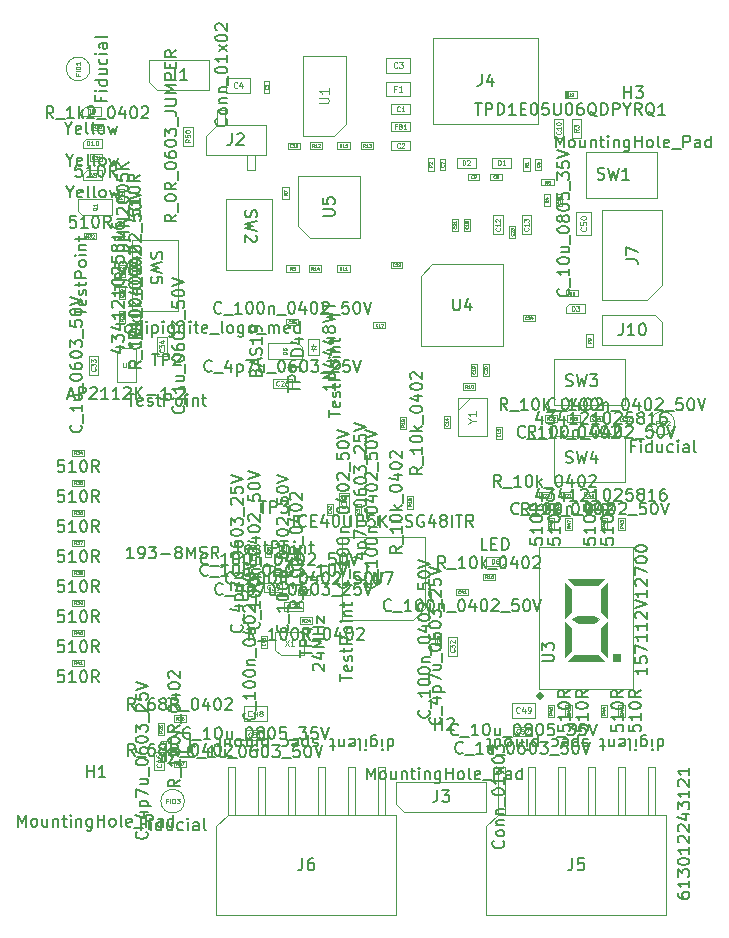
<source format=gbr>
%TF.GenerationSoftware,KiCad,Pcbnew,8.0.8-8.0.8-0~ubuntu24.04.1*%
%TF.CreationDate,2025-02-21T17:42:53-05:00*%
%TF.ProjectId,ChipigniteExplain,43686970-6967-46e6-9974-654578706c61,1.1*%
%TF.SameCoordinates,Original*%
%TF.FileFunction,AssemblyDrawing,Top*%
%FSLAX46Y46*%
G04 Gerber Fmt 4.6, Leading zero omitted, Abs format (unit mm)*
G04 Created by KiCad (PCBNEW 8.0.8-8.0.8-0~ubuntu24.04.1) date 2025-02-21 17:42:53*
%MOMM*%
%LPD*%
G01*
G04 APERTURE LIST*
%ADD10C,0.150000*%
%ADD11C,0.040000*%
%ADD12C,0.120000*%
%ADD13C,0.080000*%
%ADD14C,0.050000*%
%ADD15C,0.060000*%
%ADD16C,0.105000*%
%ADD17C,0.075000*%
%ADD18C,0.100000*%
%ADD19C,0.127000*%
%ADD20C,0.200000*%
%ADD21C,0.332843*%
G04 APERTURE END LIST*
D10*
X88495713Y-59884819D02*
X88162380Y-59408628D01*
X87924285Y-59884819D02*
X87924285Y-58884819D01*
X87924285Y-58884819D02*
X88305237Y-58884819D01*
X88305237Y-58884819D02*
X88400475Y-58932438D01*
X88400475Y-58932438D02*
X88448094Y-58980057D01*
X88448094Y-58980057D02*
X88495713Y-59075295D01*
X88495713Y-59075295D02*
X88495713Y-59218152D01*
X88495713Y-59218152D02*
X88448094Y-59313390D01*
X88448094Y-59313390D02*
X88400475Y-59361009D01*
X88400475Y-59361009D02*
X88305237Y-59408628D01*
X88305237Y-59408628D02*
X87924285Y-59408628D01*
X88686190Y-59980057D02*
X89448094Y-59980057D01*
X90209999Y-59884819D02*
X89638571Y-59884819D01*
X89924285Y-59884819D02*
X89924285Y-58884819D01*
X89924285Y-58884819D02*
X89829047Y-59027676D01*
X89829047Y-59027676D02*
X89733809Y-59122914D01*
X89733809Y-59122914D02*
X89638571Y-59170533D01*
X90829047Y-58884819D02*
X90924285Y-58884819D01*
X90924285Y-58884819D02*
X91019523Y-58932438D01*
X91019523Y-58932438D02*
X91067142Y-58980057D01*
X91067142Y-58980057D02*
X91114761Y-59075295D01*
X91114761Y-59075295D02*
X91162380Y-59265771D01*
X91162380Y-59265771D02*
X91162380Y-59503866D01*
X91162380Y-59503866D02*
X91114761Y-59694342D01*
X91114761Y-59694342D02*
X91067142Y-59789580D01*
X91067142Y-59789580D02*
X91019523Y-59837200D01*
X91019523Y-59837200D02*
X90924285Y-59884819D01*
X90924285Y-59884819D02*
X90829047Y-59884819D01*
X90829047Y-59884819D02*
X90733809Y-59837200D01*
X90733809Y-59837200D02*
X90686190Y-59789580D01*
X90686190Y-59789580D02*
X90638571Y-59694342D01*
X90638571Y-59694342D02*
X90590952Y-59503866D01*
X90590952Y-59503866D02*
X90590952Y-59265771D01*
X90590952Y-59265771D02*
X90638571Y-59075295D01*
X90638571Y-59075295D02*
X90686190Y-58980057D01*
X90686190Y-58980057D02*
X90733809Y-58932438D01*
X90733809Y-58932438D02*
X90829047Y-58884819D01*
X91590952Y-59884819D02*
X91590952Y-58884819D01*
X91686190Y-59503866D02*
X91971904Y-59884819D01*
X91971904Y-59218152D02*
X91590952Y-59599104D01*
X92162381Y-59980057D02*
X92924285Y-59980057D01*
X93352857Y-58884819D02*
X93448095Y-58884819D01*
X93448095Y-58884819D02*
X93543333Y-58932438D01*
X93543333Y-58932438D02*
X93590952Y-58980057D01*
X93590952Y-58980057D02*
X93638571Y-59075295D01*
X93638571Y-59075295D02*
X93686190Y-59265771D01*
X93686190Y-59265771D02*
X93686190Y-59503866D01*
X93686190Y-59503866D02*
X93638571Y-59694342D01*
X93638571Y-59694342D02*
X93590952Y-59789580D01*
X93590952Y-59789580D02*
X93543333Y-59837200D01*
X93543333Y-59837200D02*
X93448095Y-59884819D01*
X93448095Y-59884819D02*
X93352857Y-59884819D01*
X93352857Y-59884819D02*
X93257619Y-59837200D01*
X93257619Y-59837200D02*
X93210000Y-59789580D01*
X93210000Y-59789580D02*
X93162381Y-59694342D01*
X93162381Y-59694342D02*
X93114762Y-59503866D01*
X93114762Y-59503866D02*
X93114762Y-59265771D01*
X93114762Y-59265771D02*
X93162381Y-59075295D01*
X93162381Y-59075295D02*
X93210000Y-58980057D01*
X93210000Y-58980057D02*
X93257619Y-58932438D01*
X93257619Y-58932438D02*
X93352857Y-58884819D01*
X94543333Y-59218152D02*
X94543333Y-59884819D01*
X94305238Y-58837200D02*
X94067143Y-59551485D01*
X94067143Y-59551485D02*
X94686190Y-59551485D01*
X95257619Y-58884819D02*
X95352857Y-58884819D01*
X95352857Y-58884819D02*
X95448095Y-58932438D01*
X95448095Y-58932438D02*
X95495714Y-58980057D01*
X95495714Y-58980057D02*
X95543333Y-59075295D01*
X95543333Y-59075295D02*
X95590952Y-59265771D01*
X95590952Y-59265771D02*
X95590952Y-59503866D01*
X95590952Y-59503866D02*
X95543333Y-59694342D01*
X95543333Y-59694342D02*
X95495714Y-59789580D01*
X95495714Y-59789580D02*
X95448095Y-59837200D01*
X95448095Y-59837200D02*
X95352857Y-59884819D01*
X95352857Y-59884819D02*
X95257619Y-59884819D01*
X95257619Y-59884819D02*
X95162381Y-59837200D01*
X95162381Y-59837200D02*
X95114762Y-59789580D01*
X95114762Y-59789580D02*
X95067143Y-59694342D01*
X95067143Y-59694342D02*
X95019524Y-59503866D01*
X95019524Y-59503866D02*
X95019524Y-59265771D01*
X95019524Y-59265771D02*
X95067143Y-59075295D01*
X95067143Y-59075295D02*
X95114762Y-58980057D01*
X95114762Y-58980057D02*
X95162381Y-58932438D01*
X95162381Y-58932438D02*
X95257619Y-58884819D01*
X95971905Y-58980057D02*
X96019524Y-58932438D01*
X96019524Y-58932438D02*
X96114762Y-58884819D01*
X96114762Y-58884819D02*
X96352857Y-58884819D01*
X96352857Y-58884819D02*
X96448095Y-58932438D01*
X96448095Y-58932438D02*
X96495714Y-58980057D01*
X96495714Y-58980057D02*
X96543333Y-59075295D01*
X96543333Y-59075295D02*
X96543333Y-59170533D01*
X96543333Y-59170533D02*
X96495714Y-59313390D01*
X96495714Y-59313390D02*
X95924286Y-59884819D01*
X95924286Y-59884819D02*
X96543333Y-59884819D01*
D11*
X92042857Y-60718200D02*
X91956190Y-60594391D01*
X91894285Y-60718200D02*
X91894285Y-60458200D01*
X91894285Y-60458200D02*
X91993333Y-60458200D01*
X91993333Y-60458200D02*
X92018095Y-60470581D01*
X92018095Y-60470581D02*
X92030476Y-60482962D01*
X92030476Y-60482962D02*
X92042857Y-60507724D01*
X92042857Y-60507724D02*
X92042857Y-60544867D01*
X92042857Y-60544867D02*
X92030476Y-60569629D01*
X92030476Y-60569629D02*
X92018095Y-60582010D01*
X92018095Y-60582010D02*
X91993333Y-60594391D01*
X91993333Y-60594391D02*
X91894285Y-60594391D01*
X92141904Y-60482962D02*
X92154285Y-60470581D01*
X92154285Y-60470581D02*
X92179047Y-60458200D01*
X92179047Y-60458200D02*
X92240952Y-60458200D01*
X92240952Y-60458200D02*
X92265714Y-60470581D01*
X92265714Y-60470581D02*
X92278095Y-60482962D01*
X92278095Y-60482962D02*
X92290476Y-60507724D01*
X92290476Y-60507724D02*
X92290476Y-60532486D01*
X92290476Y-60532486D02*
X92278095Y-60569629D01*
X92278095Y-60569629D02*
X92129523Y-60718200D01*
X92129523Y-60718200D02*
X92290476Y-60718200D01*
X92377142Y-60458200D02*
X92538095Y-60458200D01*
X92538095Y-60458200D02*
X92451428Y-60557248D01*
X92451428Y-60557248D02*
X92488571Y-60557248D01*
X92488571Y-60557248D02*
X92513333Y-60569629D01*
X92513333Y-60569629D02*
X92525714Y-60582010D01*
X92525714Y-60582010D02*
X92538095Y-60606772D01*
X92538095Y-60606772D02*
X92538095Y-60668677D01*
X92538095Y-60668677D02*
X92525714Y-60693439D01*
X92525714Y-60693439D02*
X92513333Y-60705820D01*
X92513333Y-60705820D02*
X92488571Y-60718200D01*
X92488571Y-60718200D02*
X92414285Y-60718200D01*
X92414285Y-60718200D02*
X92389523Y-60705820D01*
X92389523Y-60705820D02*
X92377142Y-60693439D01*
D12*
X73113855Y-27409523D02*
X73761474Y-27409523D01*
X73761474Y-27409523D02*
X73837664Y-27371428D01*
X73837664Y-27371428D02*
X73875760Y-27333333D01*
X73875760Y-27333333D02*
X73913855Y-27257142D01*
X73913855Y-27257142D02*
X73913855Y-27104761D01*
X73913855Y-27104761D02*
X73875760Y-27028571D01*
X73875760Y-27028571D02*
X73837664Y-26990476D01*
X73837664Y-26990476D02*
X73761474Y-26952380D01*
X73761474Y-26952380D02*
X73113855Y-26952380D01*
X73913855Y-26152381D02*
X73913855Y-26609524D01*
X73913855Y-26380952D02*
X73113855Y-26380952D01*
X73113855Y-26380952D02*
X73228140Y-26457143D01*
X73228140Y-26457143D02*
X73304331Y-26533333D01*
X73304331Y-26533333D02*
X73342426Y-26609524D01*
D10*
X96996976Y-64252128D02*
X96996976Y-64728318D01*
X96996976Y-64728318D02*
X97473166Y-64775937D01*
X97473166Y-64775937D02*
X97425547Y-64728318D01*
X97425547Y-64728318D02*
X97377928Y-64633080D01*
X97377928Y-64633080D02*
X97377928Y-64394985D01*
X97377928Y-64394985D02*
X97425547Y-64299747D01*
X97425547Y-64299747D02*
X97473166Y-64252128D01*
X97473166Y-64252128D02*
X97568404Y-64204509D01*
X97568404Y-64204509D02*
X97806499Y-64204509D01*
X97806499Y-64204509D02*
X97901737Y-64252128D01*
X97901737Y-64252128D02*
X97949357Y-64299747D01*
X97949357Y-64299747D02*
X97996976Y-64394985D01*
X97996976Y-64394985D02*
X97996976Y-64633080D01*
X97996976Y-64633080D02*
X97949357Y-64728318D01*
X97949357Y-64728318D02*
X97901737Y-64775937D01*
X97996976Y-63252128D02*
X97996976Y-63823556D01*
X97996976Y-63537842D02*
X96996976Y-63537842D01*
X96996976Y-63537842D02*
X97139833Y-63633080D01*
X97139833Y-63633080D02*
X97235071Y-63728318D01*
X97235071Y-63728318D02*
X97282690Y-63823556D01*
X96996976Y-62633080D02*
X96996976Y-62537842D01*
X96996976Y-62537842D02*
X97044595Y-62442604D01*
X97044595Y-62442604D02*
X97092214Y-62394985D01*
X97092214Y-62394985D02*
X97187452Y-62347366D01*
X97187452Y-62347366D02*
X97377928Y-62299747D01*
X97377928Y-62299747D02*
X97616023Y-62299747D01*
X97616023Y-62299747D02*
X97806499Y-62347366D01*
X97806499Y-62347366D02*
X97901737Y-62394985D01*
X97901737Y-62394985D02*
X97949357Y-62442604D01*
X97949357Y-62442604D02*
X97996976Y-62537842D01*
X97996976Y-62537842D02*
X97996976Y-62633080D01*
X97996976Y-62633080D02*
X97949357Y-62728318D01*
X97949357Y-62728318D02*
X97901737Y-62775937D01*
X97901737Y-62775937D02*
X97806499Y-62823556D01*
X97806499Y-62823556D02*
X97616023Y-62871175D01*
X97616023Y-62871175D02*
X97377928Y-62871175D01*
X97377928Y-62871175D02*
X97187452Y-62823556D01*
X97187452Y-62823556D02*
X97092214Y-62775937D01*
X97092214Y-62775937D02*
X97044595Y-62728318D01*
X97044595Y-62728318D02*
X96996976Y-62633080D01*
X97996976Y-61299747D02*
X97520785Y-61633080D01*
X97996976Y-61871175D02*
X96996976Y-61871175D01*
X96996976Y-61871175D02*
X96996976Y-61490223D01*
X96996976Y-61490223D02*
X97044595Y-61394985D01*
X97044595Y-61394985D02*
X97092214Y-61347366D01*
X97092214Y-61347366D02*
X97187452Y-61299747D01*
X97187452Y-61299747D02*
X97330309Y-61299747D01*
X97330309Y-61299747D02*
X97425547Y-61347366D01*
X97425547Y-61347366D02*
X97473166Y-61394985D01*
X97473166Y-61394985D02*
X97520785Y-61490223D01*
X97520785Y-61490223D02*
X97520785Y-61871175D01*
D11*
X98830357Y-63204985D02*
X98706548Y-63291652D01*
X98830357Y-63353557D02*
X98570357Y-63353557D01*
X98570357Y-63353557D02*
X98570357Y-63254509D01*
X98570357Y-63254509D02*
X98582738Y-63229747D01*
X98582738Y-63229747D02*
X98595119Y-63217366D01*
X98595119Y-63217366D02*
X98619881Y-63204985D01*
X98619881Y-63204985D02*
X98657024Y-63204985D01*
X98657024Y-63204985D02*
X98681786Y-63217366D01*
X98681786Y-63217366D02*
X98694167Y-63229747D01*
X98694167Y-63229747D02*
X98706548Y-63254509D01*
X98706548Y-63254509D02*
X98706548Y-63353557D01*
X98657024Y-62982128D02*
X98830357Y-62982128D01*
X98557977Y-63044033D02*
X98743691Y-63105938D01*
X98743691Y-63105938D02*
X98743691Y-62944985D01*
X98570357Y-62870700D02*
X98570357Y-62709747D01*
X98570357Y-62709747D02*
X98669405Y-62796414D01*
X98669405Y-62796414D02*
X98669405Y-62759271D01*
X98669405Y-62759271D02*
X98681786Y-62734509D01*
X98681786Y-62734509D02*
X98694167Y-62722128D01*
X98694167Y-62722128D02*
X98718929Y-62709747D01*
X98718929Y-62709747D02*
X98780834Y-62709747D01*
X98780834Y-62709747D02*
X98805596Y-62722128D01*
X98805596Y-62722128D02*
X98817977Y-62734509D01*
X98817977Y-62734509D02*
X98830357Y-62759271D01*
X98830357Y-62759271D02*
X98830357Y-62833557D01*
X98830357Y-62833557D02*
X98817977Y-62858319D01*
X98817977Y-62858319D02*
X98805596Y-62870700D01*
X93489765Y-35760714D02*
X93501670Y-35772618D01*
X93501670Y-35772618D02*
X93513574Y-35808333D01*
X93513574Y-35808333D02*
X93513574Y-35832142D01*
X93513574Y-35832142D02*
X93501670Y-35867856D01*
X93501670Y-35867856D02*
X93477860Y-35891666D01*
X93477860Y-35891666D02*
X93454050Y-35903571D01*
X93454050Y-35903571D02*
X93406431Y-35915475D01*
X93406431Y-35915475D02*
X93370717Y-35915475D01*
X93370717Y-35915475D02*
X93323098Y-35903571D01*
X93323098Y-35903571D02*
X93299289Y-35891666D01*
X93299289Y-35891666D02*
X93275479Y-35867856D01*
X93275479Y-35867856D02*
X93263574Y-35832142D01*
X93263574Y-35832142D02*
X93263574Y-35808333D01*
X93263574Y-35808333D02*
X93275479Y-35772618D01*
X93275479Y-35772618D02*
X93287384Y-35760714D01*
X93513574Y-35522618D02*
X93513574Y-35665475D01*
X93513574Y-35594047D02*
X93263574Y-35594047D01*
X93263574Y-35594047D02*
X93299289Y-35617856D01*
X93299289Y-35617856D02*
X93323098Y-35641666D01*
X93323098Y-35641666D02*
X93335003Y-35665475D01*
X93513574Y-35284523D02*
X93513574Y-35427380D01*
X93513574Y-35355952D02*
X93263574Y-35355952D01*
X93263574Y-35355952D02*
X93299289Y-35379761D01*
X93299289Y-35379761D02*
X93323098Y-35403571D01*
X93323098Y-35403571D02*
X93335003Y-35427380D01*
D10*
X57490475Y-78784819D02*
X57157142Y-78308628D01*
X56919047Y-78784819D02*
X56919047Y-77784819D01*
X56919047Y-77784819D02*
X57299999Y-77784819D01*
X57299999Y-77784819D02*
X57395237Y-77832438D01*
X57395237Y-77832438D02*
X57442856Y-77880057D01*
X57442856Y-77880057D02*
X57490475Y-77975295D01*
X57490475Y-77975295D02*
X57490475Y-78118152D01*
X57490475Y-78118152D02*
X57442856Y-78213390D01*
X57442856Y-78213390D02*
X57395237Y-78261009D01*
X57395237Y-78261009D02*
X57299999Y-78308628D01*
X57299999Y-78308628D02*
X56919047Y-78308628D01*
X57680952Y-78880057D02*
X58442856Y-78880057D01*
X59109523Y-77784819D02*
X58919047Y-77784819D01*
X58919047Y-77784819D02*
X58823809Y-77832438D01*
X58823809Y-77832438D02*
X58776190Y-77880057D01*
X58776190Y-77880057D02*
X58680952Y-78022914D01*
X58680952Y-78022914D02*
X58633333Y-78213390D01*
X58633333Y-78213390D02*
X58633333Y-78594342D01*
X58633333Y-78594342D02*
X58680952Y-78689580D01*
X58680952Y-78689580D02*
X58728571Y-78737200D01*
X58728571Y-78737200D02*
X58823809Y-78784819D01*
X58823809Y-78784819D02*
X59014285Y-78784819D01*
X59014285Y-78784819D02*
X59109523Y-78737200D01*
X59109523Y-78737200D02*
X59157142Y-78689580D01*
X59157142Y-78689580D02*
X59204761Y-78594342D01*
X59204761Y-78594342D02*
X59204761Y-78356247D01*
X59204761Y-78356247D02*
X59157142Y-78261009D01*
X59157142Y-78261009D02*
X59109523Y-78213390D01*
X59109523Y-78213390D02*
X59014285Y-78165771D01*
X59014285Y-78165771D02*
X58823809Y-78165771D01*
X58823809Y-78165771D02*
X58728571Y-78213390D01*
X58728571Y-78213390D02*
X58680952Y-78261009D01*
X58680952Y-78261009D02*
X58633333Y-78356247D01*
X59776190Y-78213390D02*
X59680952Y-78165771D01*
X59680952Y-78165771D02*
X59633333Y-78118152D01*
X59633333Y-78118152D02*
X59585714Y-78022914D01*
X59585714Y-78022914D02*
X59585714Y-77975295D01*
X59585714Y-77975295D02*
X59633333Y-77880057D01*
X59633333Y-77880057D02*
X59680952Y-77832438D01*
X59680952Y-77832438D02*
X59776190Y-77784819D01*
X59776190Y-77784819D02*
X59966666Y-77784819D01*
X59966666Y-77784819D02*
X60061904Y-77832438D01*
X60061904Y-77832438D02*
X60109523Y-77880057D01*
X60109523Y-77880057D02*
X60157142Y-77975295D01*
X60157142Y-77975295D02*
X60157142Y-78022914D01*
X60157142Y-78022914D02*
X60109523Y-78118152D01*
X60109523Y-78118152D02*
X60061904Y-78165771D01*
X60061904Y-78165771D02*
X59966666Y-78213390D01*
X59966666Y-78213390D02*
X59776190Y-78213390D01*
X59776190Y-78213390D02*
X59680952Y-78261009D01*
X59680952Y-78261009D02*
X59633333Y-78308628D01*
X59633333Y-78308628D02*
X59585714Y-78403866D01*
X59585714Y-78403866D02*
X59585714Y-78594342D01*
X59585714Y-78594342D02*
X59633333Y-78689580D01*
X59633333Y-78689580D02*
X59680952Y-78737200D01*
X59680952Y-78737200D02*
X59776190Y-78784819D01*
X59776190Y-78784819D02*
X59966666Y-78784819D01*
X59966666Y-78784819D02*
X60061904Y-78737200D01*
X60061904Y-78737200D02*
X60109523Y-78689580D01*
X60109523Y-78689580D02*
X60157142Y-78594342D01*
X60157142Y-78594342D02*
X60157142Y-78403866D01*
X60157142Y-78403866D02*
X60109523Y-78308628D01*
X60109523Y-78308628D02*
X60061904Y-78261009D01*
X60061904Y-78261009D02*
X59966666Y-78213390D01*
X61157142Y-78784819D02*
X60823809Y-78308628D01*
X60585714Y-78784819D02*
X60585714Y-77784819D01*
X60585714Y-77784819D02*
X60966666Y-77784819D01*
X60966666Y-77784819D02*
X61061904Y-77832438D01*
X61061904Y-77832438D02*
X61109523Y-77880057D01*
X61109523Y-77880057D02*
X61157142Y-77975295D01*
X61157142Y-77975295D02*
X61157142Y-78118152D01*
X61157142Y-78118152D02*
X61109523Y-78213390D01*
X61109523Y-78213390D02*
X61061904Y-78261009D01*
X61061904Y-78261009D02*
X60966666Y-78308628D01*
X60966666Y-78308628D02*
X60585714Y-78308628D01*
X61347619Y-78880057D02*
X62109523Y-78880057D01*
X62538095Y-77784819D02*
X62633333Y-77784819D01*
X62633333Y-77784819D02*
X62728571Y-77832438D01*
X62728571Y-77832438D02*
X62776190Y-77880057D01*
X62776190Y-77880057D02*
X62823809Y-77975295D01*
X62823809Y-77975295D02*
X62871428Y-78165771D01*
X62871428Y-78165771D02*
X62871428Y-78403866D01*
X62871428Y-78403866D02*
X62823809Y-78594342D01*
X62823809Y-78594342D02*
X62776190Y-78689580D01*
X62776190Y-78689580D02*
X62728571Y-78737200D01*
X62728571Y-78737200D02*
X62633333Y-78784819D01*
X62633333Y-78784819D02*
X62538095Y-78784819D01*
X62538095Y-78784819D02*
X62442857Y-78737200D01*
X62442857Y-78737200D02*
X62395238Y-78689580D01*
X62395238Y-78689580D02*
X62347619Y-78594342D01*
X62347619Y-78594342D02*
X62300000Y-78403866D01*
X62300000Y-78403866D02*
X62300000Y-78165771D01*
X62300000Y-78165771D02*
X62347619Y-77975295D01*
X62347619Y-77975295D02*
X62395238Y-77880057D01*
X62395238Y-77880057D02*
X62442857Y-77832438D01*
X62442857Y-77832438D02*
X62538095Y-77784819D01*
X63728571Y-78118152D02*
X63728571Y-78784819D01*
X63490476Y-77737200D02*
X63252381Y-78451485D01*
X63252381Y-78451485D02*
X63871428Y-78451485D01*
X64442857Y-77784819D02*
X64538095Y-77784819D01*
X64538095Y-77784819D02*
X64633333Y-77832438D01*
X64633333Y-77832438D02*
X64680952Y-77880057D01*
X64680952Y-77880057D02*
X64728571Y-77975295D01*
X64728571Y-77975295D02*
X64776190Y-78165771D01*
X64776190Y-78165771D02*
X64776190Y-78403866D01*
X64776190Y-78403866D02*
X64728571Y-78594342D01*
X64728571Y-78594342D02*
X64680952Y-78689580D01*
X64680952Y-78689580D02*
X64633333Y-78737200D01*
X64633333Y-78737200D02*
X64538095Y-78784819D01*
X64538095Y-78784819D02*
X64442857Y-78784819D01*
X64442857Y-78784819D02*
X64347619Y-78737200D01*
X64347619Y-78737200D02*
X64300000Y-78689580D01*
X64300000Y-78689580D02*
X64252381Y-78594342D01*
X64252381Y-78594342D02*
X64204762Y-78403866D01*
X64204762Y-78403866D02*
X64204762Y-78165771D01*
X64204762Y-78165771D02*
X64252381Y-77975295D01*
X64252381Y-77975295D02*
X64300000Y-77880057D01*
X64300000Y-77880057D02*
X64347619Y-77832438D01*
X64347619Y-77832438D02*
X64442857Y-77784819D01*
X65157143Y-77880057D02*
X65204762Y-77832438D01*
X65204762Y-77832438D02*
X65300000Y-77784819D01*
X65300000Y-77784819D02*
X65538095Y-77784819D01*
X65538095Y-77784819D02*
X65633333Y-77832438D01*
X65633333Y-77832438D02*
X65680952Y-77880057D01*
X65680952Y-77880057D02*
X65728571Y-77975295D01*
X65728571Y-77975295D02*
X65728571Y-78070533D01*
X65728571Y-78070533D02*
X65680952Y-78213390D01*
X65680952Y-78213390D02*
X65109524Y-78784819D01*
X65109524Y-78784819D02*
X65728571Y-78784819D01*
D11*
X61132857Y-79618200D02*
X61046190Y-79494391D01*
X60984285Y-79618200D02*
X60984285Y-79358200D01*
X60984285Y-79358200D02*
X61083333Y-79358200D01*
X61083333Y-79358200D02*
X61108095Y-79370581D01*
X61108095Y-79370581D02*
X61120476Y-79382962D01*
X61120476Y-79382962D02*
X61132857Y-79407724D01*
X61132857Y-79407724D02*
X61132857Y-79444867D01*
X61132857Y-79444867D02*
X61120476Y-79469629D01*
X61120476Y-79469629D02*
X61108095Y-79482010D01*
X61108095Y-79482010D02*
X61083333Y-79494391D01*
X61083333Y-79494391D02*
X60984285Y-79494391D01*
X61231904Y-79382962D02*
X61244285Y-79370581D01*
X61244285Y-79370581D02*
X61269047Y-79358200D01*
X61269047Y-79358200D02*
X61330952Y-79358200D01*
X61330952Y-79358200D02*
X61355714Y-79370581D01*
X61355714Y-79370581D02*
X61368095Y-79382962D01*
X61368095Y-79382962D02*
X61380476Y-79407724D01*
X61380476Y-79407724D02*
X61380476Y-79432486D01*
X61380476Y-79432486D02*
X61368095Y-79469629D01*
X61368095Y-79469629D02*
X61219523Y-79618200D01*
X61219523Y-79618200D02*
X61380476Y-79618200D01*
X61603333Y-79358200D02*
X61553809Y-79358200D01*
X61553809Y-79358200D02*
X61529047Y-79370581D01*
X61529047Y-79370581D02*
X61516666Y-79382962D01*
X61516666Y-79382962D02*
X61491904Y-79420105D01*
X61491904Y-79420105D02*
X61479523Y-79469629D01*
X61479523Y-79469629D02*
X61479523Y-79568677D01*
X61479523Y-79568677D02*
X61491904Y-79593439D01*
X61491904Y-79593439D02*
X61504285Y-79605820D01*
X61504285Y-79605820D02*
X61529047Y-79618200D01*
X61529047Y-79618200D02*
X61578571Y-79618200D01*
X61578571Y-79618200D02*
X61603333Y-79605820D01*
X61603333Y-79605820D02*
X61615714Y-79593439D01*
X61615714Y-79593439D02*
X61628095Y-79568677D01*
X61628095Y-79568677D02*
X61628095Y-79506772D01*
X61628095Y-79506772D02*
X61615714Y-79482010D01*
X61615714Y-79482010D02*
X61603333Y-79469629D01*
X61603333Y-79469629D02*
X61578571Y-79457248D01*
X61578571Y-79457248D02*
X61529047Y-79457248D01*
X61529047Y-79457248D02*
X61504285Y-79469629D01*
X61504285Y-79469629D02*
X61491904Y-79482010D01*
X61491904Y-79482010D02*
X61479523Y-79506772D01*
D10*
X51485714Y-62710533D02*
X51009524Y-62710533D01*
X51009524Y-62710533D02*
X50961905Y-63186723D01*
X50961905Y-63186723D02*
X51009524Y-63139104D01*
X51009524Y-63139104D02*
X51104762Y-63091485D01*
X51104762Y-63091485D02*
X51342857Y-63091485D01*
X51342857Y-63091485D02*
X51438095Y-63139104D01*
X51438095Y-63139104D02*
X51485714Y-63186723D01*
X51485714Y-63186723D02*
X51533333Y-63281961D01*
X51533333Y-63281961D02*
X51533333Y-63520056D01*
X51533333Y-63520056D02*
X51485714Y-63615294D01*
X51485714Y-63615294D02*
X51438095Y-63662914D01*
X51438095Y-63662914D02*
X51342857Y-63710533D01*
X51342857Y-63710533D02*
X51104762Y-63710533D01*
X51104762Y-63710533D02*
X51009524Y-63662914D01*
X51009524Y-63662914D02*
X50961905Y-63615294D01*
X52485714Y-63710533D02*
X51914286Y-63710533D01*
X52200000Y-63710533D02*
X52200000Y-62710533D01*
X52200000Y-62710533D02*
X52104762Y-62853390D01*
X52104762Y-62853390D02*
X52009524Y-62948628D01*
X52009524Y-62948628D02*
X51914286Y-62996247D01*
X53104762Y-62710533D02*
X53200000Y-62710533D01*
X53200000Y-62710533D02*
X53295238Y-62758152D01*
X53295238Y-62758152D02*
X53342857Y-62805771D01*
X53342857Y-62805771D02*
X53390476Y-62901009D01*
X53390476Y-62901009D02*
X53438095Y-63091485D01*
X53438095Y-63091485D02*
X53438095Y-63329580D01*
X53438095Y-63329580D02*
X53390476Y-63520056D01*
X53390476Y-63520056D02*
X53342857Y-63615294D01*
X53342857Y-63615294D02*
X53295238Y-63662914D01*
X53295238Y-63662914D02*
X53200000Y-63710533D01*
X53200000Y-63710533D02*
X53104762Y-63710533D01*
X53104762Y-63710533D02*
X53009524Y-63662914D01*
X53009524Y-63662914D02*
X52961905Y-63615294D01*
X52961905Y-63615294D02*
X52914286Y-63520056D01*
X52914286Y-63520056D02*
X52866667Y-63329580D01*
X52866667Y-63329580D02*
X52866667Y-63091485D01*
X52866667Y-63091485D02*
X52914286Y-62901009D01*
X52914286Y-62901009D02*
X52961905Y-62805771D01*
X52961905Y-62805771D02*
X53009524Y-62758152D01*
X53009524Y-62758152D02*
X53104762Y-62710533D01*
X54438095Y-63710533D02*
X54104762Y-63234342D01*
X53866667Y-63710533D02*
X53866667Y-62710533D01*
X53866667Y-62710533D02*
X54247619Y-62710533D01*
X54247619Y-62710533D02*
X54342857Y-62758152D01*
X54342857Y-62758152D02*
X54390476Y-62805771D01*
X54390476Y-62805771D02*
X54438095Y-62901009D01*
X54438095Y-62901009D02*
X54438095Y-63043866D01*
X54438095Y-63043866D02*
X54390476Y-63139104D01*
X54390476Y-63139104D02*
X54342857Y-63186723D01*
X54342857Y-63186723D02*
X54247619Y-63234342D01*
X54247619Y-63234342D02*
X53866667Y-63234342D01*
D11*
X52532857Y-62203914D02*
X52446190Y-62080105D01*
X52384285Y-62203914D02*
X52384285Y-61943914D01*
X52384285Y-61943914D02*
X52483333Y-61943914D01*
X52483333Y-61943914D02*
X52508095Y-61956295D01*
X52508095Y-61956295D02*
X52520476Y-61968676D01*
X52520476Y-61968676D02*
X52532857Y-61993438D01*
X52532857Y-61993438D02*
X52532857Y-62030581D01*
X52532857Y-62030581D02*
X52520476Y-62055343D01*
X52520476Y-62055343D02*
X52508095Y-62067724D01*
X52508095Y-62067724D02*
X52483333Y-62080105D01*
X52483333Y-62080105D02*
X52384285Y-62080105D01*
X52619523Y-61943914D02*
X52780476Y-61943914D01*
X52780476Y-61943914D02*
X52693809Y-62042962D01*
X52693809Y-62042962D02*
X52730952Y-62042962D01*
X52730952Y-62042962D02*
X52755714Y-62055343D01*
X52755714Y-62055343D02*
X52768095Y-62067724D01*
X52768095Y-62067724D02*
X52780476Y-62092486D01*
X52780476Y-62092486D02*
X52780476Y-62154391D01*
X52780476Y-62154391D02*
X52768095Y-62179153D01*
X52768095Y-62179153D02*
X52755714Y-62191534D01*
X52755714Y-62191534D02*
X52730952Y-62203914D01*
X52730952Y-62203914D02*
X52656666Y-62203914D01*
X52656666Y-62203914D02*
X52631904Y-62191534D01*
X52631904Y-62191534D02*
X52619523Y-62179153D01*
X53003333Y-61943914D02*
X52953809Y-61943914D01*
X52953809Y-61943914D02*
X52929047Y-61956295D01*
X52929047Y-61956295D02*
X52916666Y-61968676D01*
X52916666Y-61968676D02*
X52891904Y-62005819D01*
X52891904Y-62005819D02*
X52879523Y-62055343D01*
X52879523Y-62055343D02*
X52879523Y-62154391D01*
X52879523Y-62154391D02*
X52891904Y-62179153D01*
X52891904Y-62179153D02*
X52904285Y-62191534D01*
X52904285Y-62191534D02*
X52929047Y-62203914D01*
X52929047Y-62203914D02*
X52978571Y-62203914D01*
X52978571Y-62203914D02*
X53003333Y-62191534D01*
X53003333Y-62191534D02*
X53015714Y-62179153D01*
X53015714Y-62179153D02*
X53028095Y-62154391D01*
X53028095Y-62154391D02*
X53028095Y-62092486D01*
X53028095Y-62092486D02*
X53015714Y-62067724D01*
X53015714Y-62067724D02*
X53003333Y-62055343D01*
X53003333Y-62055343D02*
X52978571Y-62042962D01*
X52978571Y-62042962D02*
X52929047Y-62042962D01*
X52929047Y-62042962D02*
X52904285Y-62055343D01*
X52904285Y-62055343D02*
X52891904Y-62067724D01*
X52891904Y-62067724D02*
X52879523Y-62092486D01*
D10*
X81824819Y-58214286D02*
X81348628Y-58547619D01*
X81824819Y-58785714D02*
X80824819Y-58785714D01*
X80824819Y-58785714D02*
X80824819Y-58404762D01*
X80824819Y-58404762D02*
X80872438Y-58309524D01*
X80872438Y-58309524D02*
X80920057Y-58261905D01*
X80920057Y-58261905D02*
X81015295Y-58214286D01*
X81015295Y-58214286D02*
X81158152Y-58214286D01*
X81158152Y-58214286D02*
X81253390Y-58261905D01*
X81253390Y-58261905D02*
X81301009Y-58309524D01*
X81301009Y-58309524D02*
X81348628Y-58404762D01*
X81348628Y-58404762D02*
X81348628Y-58785714D01*
X81920057Y-58023810D02*
X81920057Y-57261905D01*
X81824819Y-56500000D02*
X81824819Y-57071428D01*
X81824819Y-56785714D02*
X80824819Y-56785714D01*
X80824819Y-56785714D02*
X80967676Y-56880952D01*
X80967676Y-56880952D02*
X81062914Y-56976190D01*
X81062914Y-56976190D02*
X81110533Y-57071428D01*
X80824819Y-55880952D02*
X80824819Y-55785714D01*
X80824819Y-55785714D02*
X80872438Y-55690476D01*
X80872438Y-55690476D02*
X80920057Y-55642857D01*
X80920057Y-55642857D02*
X81015295Y-55595238D01*
X81015295Y-55595238D02*
X81205771Y-55547619D01*
X81205771Y-55547619D02*
X81443866Y-55547619D01*
X81443866Y-55547619D02*
X81634342Y-55595238D01*
X81634342Y-55595238D02*
X81729580Y-55642857D01*
X81729580Y-55642857D02*
X81777200Y-55690476D01*
X81777200Y-55690476D02*
X81824819Y-55785714D01*
X81824819Y-55785714D02*
X81824819Y-55880952D01*
X81824819Y-55880952D02*
X81777200Y-55976190D01*
X81777200Y-55976190D02*
X81729580Y-56023809D01*
X81729580Y-56023809D02*
X81634342Y-56071428D01*
X81634342Y-56071428D02*
X81443866Y-56119047D01*
X81443866Y-56119047D02*
X81205771Y-56119047D01*
X81205771Y-56119047D02*
X81015295Y-56071428D01*
X81015295Y-56071428D02*
X80920057Y-56023809D01*
X80920057Y-56023809D02*
X80872438Y-55976190D01*
X80872438Y-55976190D02*
X80824819Y-55880952D01*
X81824819Y-55119047D02*
X80824819Y-55119047D01*
X81443866Y-55023809D02*
X81824819Y-54738095D01*
X81158152Y-54738095D02*
X81539104Y-55119047D01*
X81920057Y-54547619D02*
X81920057Y-53785714D01*
X80824819Y-53357142D02*
X80824819Y-53261904D01*
X80824819Y-53261904D02*
X80872438Y-53166666D01*
X80872438Y-53166666D02*
X80920057Y-53119047D01*
X80920057Y-53119047D02*
X81015295Y-53071428D01*
X81015295Y-53071428D02*
X81205771Y-53023809D01*
X81205771Y-53023809D02*
X81443866Y-53023809D01*
X81443866Y-53023809D02*
X81634342Y-53071428D01*
X81634342Y-53071428D02*
X81729580Y-53119047D01*
X81729580Y-53119047D02*
X81777200Y-53166666D01*
X81777200Y-53166666D02*
X81824819Y-53261904D01*
X81824819Y-53261904D02*
X81824819Y-53357142D01*
X81824819Y-53357142D02*
X81777200Y-53452380D01*
X81777200Y-53452380D02*
X81729580Y-53499999D01*
X81729580Y-53499999D02*
X81634342Y-53547618D01*
X81634342Y-53547618D02*
X81443866Y-53595237D01*
X81443866Y-53595237D02*
X81205771Y-53595237D01*
X81205771Y-53595237D02*
X81015295Y-53547618D01*
X81015295Y-53547618D02*
X80920057Y-53499999D01*
X80920057Y-53499999D02*
X80872438Y-53452380D01*
X80872438Y-53452380D02*
X80824819Y-53357142D01*
X81158152Y-52166666D02*
X81824819Y-52166666D01*
X80777200Y-52404761D02*
X81491485Y-52642856D01*
X81491485Y-52642856D02*
X81491485Y-52023809D01*
X80824819Y-51452380D02*
X80824819Y-51357142D01*
X80824819Y-51357142D02*
X80872438Y-51261904D01*
X80872438Y-51261904D02*
X80920057Y-51214285D01*
X80920057Y-51214285D02*
X81015295Y-51166666D01*
X81015295Y-51166666D02*
X81205771Y-51119047D01*
X81205771Y-51119047D02*
X81443866Y-51119047D01*
X81443866Y-51119047D02*
X81634342Y-51166666D01*
X81634342Y-51166666D02*
X81729580Y-51214285D01*
X81729580Y-51214285D02*
X81777200Y-51261904D01*
X81777200Y-51261904D02*
X81824819Y-51357142D01*
X81824819Y-51357142D02*
X81824819Y-51452380D01*
X81824819Y-51452380D02*
X81777200Y-51547618D01*
X81777200Y-51547618D02*
X81729580Y-51595237D01*
X81729580Y-51595237D02*
X81634342Y-51642856D01*
X81634342Y-51642856D02*
X81443866Y-51690475D01*
X81443866Y-51690475D02*
X81205771Y-51690475D01*
X81205771Y-51690475D02*
X81015295Y-51642856D01*
X81015295Y-51642856D02*
X80920057Y-51595237D01*
X80920057Y-51595237D02*
X80872438Y-51547618D01*
X80872438Y-51547618D02*
X80824819Y-51452380D01*
X80920057Y-50738094D02*
X80872438Y-50690475D01*
X80872438Y-50690475D02*
X80824819Y-50595237D01*
X80824819Y-50595237D02*
X80824819Y-50357142D01*
X80824819Y-50357142D02*
X80872438Y-50261904D01*
X80872438Y-50261904D02*
X80920057Y-50214285D01*
X80920057Y-50214285D02*
X81015295Y-50166666D01*
X81015295Y-50166666D02*
X81110533Y-50166666D01*
X81110533Y-50166666D02*
X81253390Y-50214285D01*
X81253390Y-50214285D02*
X81824819Y-50785713D01*
X81824819Y-50785713D02*
X81824819Y-50166666D01*
D11*
X80318200Y-54667142D02*
X80194391Y-54753809D01*
X80318200Y-54815714D02*
X80058200Y-54815714D01*
X80058200Y-54815714D02*
X80058200Y-54716666D01*
X80058200Y-54716666D02*
X80070581Y-54691904D01*
X80070581Y-54691904D02*
X80082962Y-54679523D01*
X80082962Y-54679523D02*
X80107724Y-54667142D01*
X80107724Y-54667142D02*
X80144867Y-54667142D01*
X80144867Y-54667142D02*
X80169629Y-54679523D01*
X80169629Y-54679523D02*
X80182010Y-54691904D01*
X80182010Y-54691904D02*
X80194391Y-54716666D01*
X80194391Y-54716666D02*
X80194391Y-54815714D01*
X80318200Y-54419523D02*
X80318200Y-54568095D01*
X80318200Y-54493809D02*
X80058200Y-54493809D01*
X80058200Y-54493809D02*
X80095343Y-54518571D01*
X80095343Y-54518571D02*
X80120105Y-54543333D01*
X80120105Y-54543333D02*
X80132486Y-54568095D01*
X80318200Y-54295714D02*
X80318200Y-54246190D01*
X80318200Y-54246190D02*
X80305820Y-54221428D01*
X80305820Y-54221428D02*
X80293439Y-54209047D01*
X80293439Y-54209047D02*
X80256296Y-54184285D01*
X80256296Y-54184285D02*
X80206772Y-54171904D01*
X80206772Y-54171904D02*
X80107724Y-54171904D01*
X80107724Y-54171904D02*
X80082962Y-54184285D01*
X80082962Y-54184285D02*
X80070581Y-54196666D01*
X80070581Y-54196666D02*
X80058200Y-54221428D01*
X80058200Y-54221428D02*
X80058200Y-54270952D01*
X80058200Y-54270952D02*
X80070581Y-54295714D01*
X80070581Y-54295714D02*
X80082962Y-54308095D01*
X80082962Y-54308095D02*
X80107724Y-54320476D01*
X80107724Y-54320476D02*
X80169629Y-54320476D01*
X80169629Y-54320476D02*
X80194391Y-54308095D01*
X80194391Y-54308095D02*
X80206772Y-54295714D01*
X80206772Y-54295714D02*
X80219153Y-54270952D01*
X80219153Y-54270952D02*
X80219153Y-54221428D01*
X80219153Y-54221428D02*
X80206772Y-54196666D01*
X80206772Y-54196666D02*
X80194391Y-54184285D01*
X80194391Y-54184285D02*
X80169629Y-54171904D01*
D10*
X66877800Y-36489160D02*
X66830180Y-36632017D01*
X66830180Y-36632017D02*
X66830180Y-36870112D01*
X66830180Y-36870112D02*
X66877800Y-36965350D01*
X66877800Y-36965350D02*
X66925419Y-37012969D01*
X66925419Y-37012969D02*
X67020657Y-37060588D01*
X67020657Y-37060588D02*
X67115895Y-37060588D01*
X67115895Y-37060588D02*
X67211133Y-37012969D01*
X67211133Y-37012969D02*
X67258752Y-36965350D01*
X67258752Y-36965350D02*
X67306371Y-36870112D01*
X67306371Y-36870112D02*
X67353990Y-36679636D01*
X67353990Y-36679636D02*
X67401609Y-36584398D01*
X67401609Y-36584398D02*
X67449228Y-36536779D01*
X67449228Y-36536779D02*
X67544466Y-36489160D01*
X67544466Y-36489160D02*
X67639704Y-36489160D01*
X67639704Y-36489160D02*
X67734942Y-36536779D01*
X67734942Y-36536779D02*
X67782561Y-36584398D01*
X67782561Y-36584398D02*
X67830180Y-36679636D01*
X67830180Y-36679636D02*
X67830180Y-36917731D01*
X67830180Y-36917731D02*
X67782561Y-37060588D01*
X67830180Y-37393922D02*
X66830180Y-37632017D01*
X66830180Y-37632017D02*
X67544466Y-37822493D01*
X67544466Y-37822493D02*
X66830180Y-38012969D01*
X66830180Y-38012969D02*
X67830180Y-38251065D01*
X67734942Y-38584398D02*
X67782561Y-38632017D01*
X67782561Y-38632017D02*
X67830180Y-38727255D01*
X67830180Y-38727255D02*
X67830180Y-38965350D01*
X67830180Y-38965350D02*
X67782561Y-39060588D01*
X67782561Y-39060588D02*
X67734942Y-39108207D01*
X67734942Y-39108207D02*
X67639704Y-39155826D01*
X67639704Y-39155826D02*
X67544466Y-39155826D01*
X67544466Y-39155826D02*
X67401609Y-39108207D01*
X67401609Y-39108207D02*
X66830180Y-38536779D01*
X66830180Y-38536779D02*
X66830180Y-39155826D01*
D13*
X79716666Y-24379530D02*
X79692857Y-24403340D01*
X79692857Y-24403340D02*
X79621428Y-24427149D01*
X79621428Y-24427149D02*
X79573809Y-24427149D01*
X79573809Y-24427149D02*
X79502381Y-24403340D01*
X79502381Y-24403340D02*
X79454762Y-24355720D01*
X79454762Y-24355720D02*
X79430952Y-24308101D01*
X79430952Y-24308101D02*
X79407143Y-24212863D01*
X79407143Y-24212863D02*
X79407143Y-24141435D01*
X79407143Y-24141435D02*
X79430952Y-24046197D01*
X79430952Y-24046197D02*
X79454762Y-23998578D01*
X79454762Y-23998578D02*
X79502381Y-23950959D01*
X79502381Y-23950959D02*
X79573809Y-23927149D01*
X79573809Y-23927149D02*
X79621428Y-23927149D01*
X79621428Y-23927149D02*
X79692857Y-23950959D01*
X79692857Y-23950959D02*
X79716666Y-23974768D01*
X79883333Y-23927149D02*
X80192857Y-23927149D01*
X80192857Y-23927149D02*
X80026190Y-24117625D01*
X80026190Y-24117625D02*
X80097619Y-24117625D01*
X80097619Y-24117625D02*
X80145238Y-24141435D01*
X80145238Y-24141435D02*
X80169047Y-24165244D01*
X80169047Y-24165244D02*
X80192857Y-24212863D01*
X80192857Y-24212863D02*
X80192857Y-24331911D01*
X80192857Y-24331911D02*
X80169047Y-24379530D01*
X80169047Y-24379530D02*
X80145238Y-24403340D01*
X80145238Y-24403340D02*
X80097619Y-24427149D01*
X80097619Y-24427149D02*
X79954762Y-24427149D01*
X79954762Y-24427149D02*
X79907143Y-24403340D01*
X79907143Y-24403340D02*
X79883333Y-24379530D01*
D10*
X67731009Y-50185714D02*
X67778628Y-50042857D01*
X67778628Y-50042857D02*
X67826247Y-49995238D01*
X67826247Y-49995238D02*
X67921485Y-49947619D01*
X67921485Y-49947619D02*
X68064342Y-49947619D01*
X68064342Y-49947619D02*
X68159580Y-49995238D01*
X68159580Y-49995238D02*
X68207200Y-50042857D01*
X68207200Y-50042857D02*
X68254819Y-50138095D01*
X68254819Y-50138095D02*
X68254819Y-50519047D01*
X68254819Y-50519047D02*
X67254819Y-50519047D01*
X67254819Y-50519047D02*
X67254819Y-50185714D01*
X67254819Y-50185714D02*
X67302438Y-50090476D01*
X67302438Y-50090476D02*
X67350057Y-50042857D01*
X67350057Y-50042857D02*
X67445295Y-49995238D01*
X67445295Y-49995238D02*
X67540533Y-49995238D01*
X67540533Y-49995238D02*
X67635771Y-50042857D01*
X67635771Y-50042857D02*
X67683390Y-50090476D01*
X67683390Y-50090476D02*
X67731009Y-50185714D01*
X67731009Y-50185714D02*
X67731009Y-50519047D01*
X67969104Y-49566666D02*
X67969104Y-49090476D01*
X68254819Y-49661904D02*
X67254819Y-49328571D01*
X67254819Y-49328571D02*
X68254819Y-48995238D01*
X68207200Y-48709523D02*
X68254819Y-48566666D01*
X68254819Y-48566666D02*
X68254819Y-48328571D01*
X68254819Y-48328571D02*
X68207200Y-48233333D01*
X68207200Y-48233333D02*
X68159580Y-48185714D01*
X68159580Y-48185714D02*
X68064342Y-48138095D01*
X68064342Y-48138095D02*
X67969104Y-48138095D01*
X67969104Y-48138095D02*
X67873866Y-48185714D01*
X67873866Y-48185714D02*
X67826247Y-48233333D01*
X67826247Y-48233333D02*
X67778628Y-48328571D01*
X67778628Y-48328571D02*
X67731009Y-48519047D01*
X67731009Y-48519047D02*
X67683390Y-48614285D01*
X67683390Y-48614285D02*
X67635771Y-48661904D01*
X67635771Y-48661904D02*
X67540533Y-48709523D01*
X67540533Y-48709523D02*
X67445295Y-48709523D01*
X67445295Y-48709523D02*
X67350057Y-48661904D01*
X67350057Y-48661904D02*
X67302438Y-48614285D01*
X67302438Y-48614285D02*
X67254819Y-48519047D01*
X67254819Y-48519047D02*
X67254819Y-48280952D01*
X67254819Y-48280952D02*
X67302438Y-48138095D01*
X68254819Y-47185714D02*
X68254819Y-47757142D01*
X68254819Y-47471428D02*
X67254819Y-47471428D01*
X67254819Y-47471428D02*
X67397676Y-47566666D01*
X67397676Y-47566666D02*
X67492914Y-47661904D01*
X67492914Y-47661904D02*
X67540533Y-47757142D01*
X68254819Y-46709523D02*
X68254819Y-46519047D01*
X68254819Y-46519047D02*
X68207200Y-46423809D01*
X68207200Y-46423809D02*
X68159580Y-46376190D01*
X68159580Y-46376190D02*
X68016723Y-46280952D01*
X68016723Y-46280952D02*
X67826247Y-46233333D01*
X67826247Y-46233333D02*
X67445295Y-46233333D01*
X67445295Y-46233333D02*
X67350057Y-46280952D01*
X67350057Y-46280952D02*
X67302438Y-46328571D01*
X67302438Y-46328571D02*
X67254819Y-46423809D01*
X67254819Y-46423809D02*
X67254819Y-46614285D01*
X67254819Y-46614285D02*
X67302438Y-46709523D01*
X67302438Y-46709523D02*
X67350057Y-46757142D01*
X67350057Y-46757142D02*
X67445295Y-46804761D01*
X67445295Y-46804761D02*
X67683390Y-46804761D01*
X67683390Y-46804761D02*
X67778628Y-46757142D01*
X67778628Y-46757142D02*
X67826247Y-46709523D01*
X67826247Y-46709523D02*
X67873866Y-46614285D01*
X67873866Y-46614285D02*
X67873866Y-46423809D01*
X67873866Y-46423809D02*
X67826247Y-46328571D01*
X67826247Y-46328571D02*
X67778628Y-46280952D01*
X67778628Y-46280952D02*
X67683390Y-46233333D01*
D14*
X70345438Y-48636190D02*
X70025438Y-48636190D01*
X70025438Y-48636190D02*
X70025438Y-48560000D01*
X70025438Y-48560000D02*
X70040676Y-48514285D01*
X70040676Y-48514285D02*
X70071152Y-48483809D01*
X70071152Y-48483809D02*
X70101628Y-48468571D01*
X70101628Y-48468571D02*
X70162580Y-48453333D01*
X70162580Y-48453333D02*
X70208295Y-48453333D01*
X70208295Y-48453333D02*
X70269247Y-48468571D01*
X70269247Y-48468571D02*
X70299723Y-48483809D01*
X70299723Y-48483809D02*
X70330200Y-48514285D01*
X70330200Y-48514285D02*
X70345438Y-48560000D01*
X70345438Y-48560000D02*
X70345438Y-48636190D01*
X70025438Y-48163809D02*
X70025438Y-48316190D01*
X70025438Y-48316190D02*
X70177819Y-48331428D01*
X70177819Y-48331428D02*
X70162580Y-48316190D01*
X70162580Y-48316190D02*
X70147342Y-48285714D01*
X70147342Y-48285714D02*
X70147342Y-48209523D01*
X70147342Y-48209523D02*
X70162580Y-48179047D01*
X70162580Y-48179047D02*
X70177819Y-48163809D01*
X70177819Y-48163809D02*
X70208295Y-48148571D01*
X70208295Y-48148571D02*
X70284485Y-48148571D01*
X70284485Y-48148571D02*
X70314961Y-48163809D01*
X70314961Y-48163809D02*
X70330200Y-48179047D01*
X70330200Y-48179047D02*
X70345438Y-48209523D01*
X70345438Y-48209523D02*
X70345438Y-48285714D01*
X70345438Y-48285714D02*
X70330200Y-48316190D01*
X70330200Y-48316190D02*
X70314961Y-48331428D01*
D10*
X89035713Y-53384819D02*
X88702380Y-52908628D01*
X88464285Y-53384819D02*
X88464285Y-52384819D01*
X88464285Y-52384819D02*
X88845237Y-52384819D01*
X88845237Y-52384819D02*
X88940475Y-52432438D01*
X88940475Y-52432438D02*
X88988094Y-52480057D01*
X88988094Y-52480057D02*
X89035713Y-52575295D01*
X89035713Y-52575295D02*
X89035713Y-52718152D01*
X89035713Y-52718152D02*
X88988094Y-52813390D01*
X88988094Y-52813390D02*
X88940475Y-52861009D01*
X88940475Y-52861009D02*
X88845237Y-52908628D01*
X88845237Y-52908628D02*
X88464285Y-52908628D01*
X89226190Y-53480057D02*
X89988094Y-53480057D01*
X90749999Y-53384819D02*
X90178571Y-53384819D01*
X90464285Y-53384819D02*
X90464285Y-52384819D01*
X90464285Y-52384819D02*
X90369047Y-52527676D01*
X90369047Y-52527676D02*
X90273809Y-52622914D01*
X90273809Y-52622914D02*
X90178571Y-52670533D01*
X91369047Y-52384819D02*
X91464285Y-52384819D01*
X91464285Y-52384819D02*
X91559523Y-52432438D01*
X91559523Y-52432438D02*
X91607142Y-52480057D01*
X91607142Y-52480057D02*
X91654761Y-52575295D01*
X91654761Y-52575295D02*
X91702380Y-52765771D01*
X91702380Y-52765771D02*
X91702380Y-53003866D01*
X91702380Y-53003866D02*
X91654761Y-53194342D01*
X91654761Y-53194342D02*
X91607142Y-53289580D01*
X91607142Y-53289580D02*
X91559523Y-53337200D01*
X91559523Y-53337200D02*
X91464285Y-53384819D01*
X91464285Y-53384819D02*
X91369047Y-53384819D01*
X91369047Y-53384819D02*
X91273809Y-53337200D01*
X91273809Y-53337200D02*
X91226190Y-53289580D01*
X91226190Y-53289580D02*
X91178571Y-53194342D01*
X91178571Y-53194342D02*
X91130952Y-53003866D01*
X91130952Y-53003866D02*
X91130952Y-52765771D01*
X91130952Y-52765771D02*
X91178571Y-52575295D01*
X91178571Y-52575295D02*
X91226190Y-52480057D01*
X91226190Y-52480057D02*
X91273809Y-52432438D01*
X91273809Y-52432438D02*
X91369047Y-52384819D01*
X92130952Y-53384819D02*
X92130952Y-52384819D01*
X92226190Y-53003866D02*
X92511904Y-53384819D01*
X92511904Y-52718152D02*
X92130952Y-53099104D01*
X92702381Y-53480057D02*
X93464285Y-53480057D01*
X93892857Y-52384819D02*
X93988095Y-52384819D01*
X93988095Y-52384819D02*
X94083333Y-52432438D01*
X94083333Y-52432438D02*
X94130952Y-52480057D01*
X94130952Y-52480057D02*
X94178571Y-52575295D01*
X94178571Y-52575295D02*
X94226190Y-52765771D01*
X94226190Y-52765771D02*
X94226190Y-53003866D01*
X94226190Y-53003866D02*
X94178571Y-53194342D01*
X94178571Y-53194342D02*
X94130952Y-53289580D01*
X94130952Y-53289580D02*
X94083333Y-53337200D01*
X94083333Y-53337200D02*
X93988095Y-53384819D01*
X93988095Y-53384819D02*
X93892857Y-53384819D01*
X93892857Y-53384819D02*
X93797619Y-53337200D01*
X93797619Y-53337200D02*
X93750000Y-53289580D01*
X93750000Y-53289580D02*
X93702381Y-53194342D01*
X93702381Y-53194342D02*
X93654762Y-53003866D01*
X93654762Y-53003866D02*
X93654762Y-52765771D01*
X93654762Y-52765771D02*
X93702381Y-52575295D01*
X93702381Y-52575295D02*
X93750000Y-52480057D01*
X93750000Y-52480057D02*
X93797619Y-52432438D01*
X93797619Y-52432438D02*
X93892857Y-52384819D01*
X95083333Y-52718152D02*
X95083333Y-53384819D01*
X94845238Y-52337200D02*
X94607143Y-53051485D01*
X94607143Y-53051485D02*
X95226190Y-53051485D01*
X95797619Y-52384819D02*
X95892857Y-52384819D01*
X95892857Y-52384819D02*
X95988095Y-52432438D01*
X95988095Y-52432438D02*
X96035714Y-52480057D01*
X96035714Y-52480057D02*
X96083333Y-52575295D01*
X96083333Y-52575295D02*
X96130952Y-52765771D01*
X96130952Y-52765771D02*
X96130952Y-53003866D01*
X96130952Y-53003866D02*
X96083333Y-53194342D01*
X96083333Y-53194342D02*
X96035714Y-53289580D01*
X96035714Y-53289580D02*
X95988095Y-53337200D01*
X95988095Y-53337200D02*
X95892857Y-53384819D01*
X95892857Y-53384819D02*
X95797619Y-53384819D01*
X95797619Y-53384819D02*
X95702381Y-53337200D01*
X95702381Y-53337200D02*
X95654762Y-53289580D01*
X95654762Y-53289580D02*
X95607143Y-53194342D01*
X95607143Y-53194342D02*
X95559524Y-53003866D01*
X95559524Y-53003866D02*
X95559524Y-52765771D01*
X95559524Y-52765771D02*
X95607143Y-52575295D01*
X95607143Y-52575295D02*
X95654762Y-52480057D01*
X95654762Y-52480057D02*
X95702381Y-52432438D01*
X95702381Y-52432438D02*
X95797619Y-52384819D01*
X96511905Y-52480057D02*
X96559524Y-52432438D01*
X96559524Y-52432438D02*
X96654762Y-52384819D01*
X96654762Y-52384819D02*
X96892857Y-52384819D01*
X96892857Y-52384819D02*
X96988095Y-52432438D01*
X96988095Y-52432438D02*
X97035714Y-52480057D01*
X97035714Y-52480057D02*
X97083333Y-52575295D01*
X97083333Y-52575295D02*
X97083333Y-52670533D01*
X97083333Y-52670533D02*
X97035714Y-52813390D01*
X97035714Y-52813390D02*
X96464286Y-53384819D01*
X96464286Y-53384819D02*
X97083333Y-53384819D01*
D11*
X92582857Y-54218200D02*
X92496190Y-54094391D01*
X92434285Y-54218200D02*
X92434285Y-53958200D01*
X92434285Y-53958200D02*
X92533333Y-53958200D01*
X92533333Y-53958200D02*
X92558095Y-53970581D01*
X92558095Y-53970581D02*
X92570476Y-53982962D01*
X92570476Y-53982962D02*
X92582857Y-54007724D01*
X92582857Y-54007724D02*
X92582857Y-54044867D01*
X92582857Y-54044867D02*
X92570476Y-54069629D01*
X92570476Y-54069629D02*
X92558095Y-54082010D01*
X92558095Y-54082010D02*
X92533333Y-54094391D01*
X92533333Y-54094391D02*
X92434285Y-54094391D01*
X92681904Y-53982962D02*
X92694285Y-53970581D01*
X92694285Y-53970581D02*
X92719047Y-53958200D01*
X92719047Y-53958200D02*
X92780952Y-53958200D01*
X92780952Y-53958200D02*
X92805714Y-53970581D01*
X92805714Y-53970581D02*
X92818095Y-53982962D01*
X92818095Y-53982962D02*
X92830476Y-54007724D01*
X92830476Y-54007724D02*
X92830476Y-54032486D01*
X92830476Y-54032486D02*
X92818095Y-54069629D01*
X92818095Y-54069629D02*
X92669523Y-54218200D01*
X92669523Y-54218200D02*
X92830476Y-54218200D01*
X92929523Y-53982962D02*
X92941904Y-53970581D01*
X92941904Y-53970581D02*
X92966666Y-53958200D01*
X92966666Y-53958200D02*
X93028571Y-53958200D01*
X93028571Y-53958200D02*
X93053333Y-53970581D01*
X93053333Y-53970581D02*
X93065714Y-53982962D01*
X93065714Y-53982962D02*
X93078095Y-54007724D01*
X93078095Y-54007724D02*
X93078095Y-54032486D01*
X93078095Y-54032486D02*
X93065714Y-54069629D01*
X93065714Y-54069629D02*
X92917142Y-54218200D01*
X92917142Y-54218200D02*
X93078095Y-54218200D01*
D10*
X93128571Y-31154819D02*
X93128571Y-30154819D01*
X93128571Y-30154819D02*
X93461904Y-30869104D01*
X93461904Y-30869104D02*
X93795237Y-30154819D01*
X93795237Y-30154819D02*
X93795237Y-31154819D01*
X94414285Y-31154819D02*
X94319047Y-31107200D01*
X94319047Y-31107200D02*
X94271428Y-31059580D01*
X94271428Y-31059580D02*
X94223809Y-30964342D01*
X94223809Y-30964342D02*
X94223809Y-30678628D01*
X94223809Y-30678628D02*
X94271428Y-30583390D01*
X94271428Y-30583390D02*
X94319047Y-30535771D01*
X94319047Y-30535771D02*
X94414285Y-30488152D01*
X94414285Y-30488152D02*
X94557142Y-30488152D01*
X94557142Y-30488152D02*
X94652380Y-30535771D01*
X94652380Y-30535771D02*
X94699999Y-30583390D01*
X94699999Y-30583390D02*
X94747618Y-30678628D01*
X94747618Y-30678628D02*
X94747618Y-30964342D01*
X94747618Y-30964342D02*
X94699999Y-31059580D01*
X94699999Y-31059580D02*
X94652380Y-31107200D01*
X94652380Y-31107200D02*
X94557142Y-31154819D01*
X94557142Y-31154819D02*
X94414285Y-31154819D01*
X95604761Y-30488152D02*
X95604761Y-31154819D01*
X95176190Y-30488152D02*
X95176190Y-31011961D01*
X95176190Y-31011961D02*
X95223809Y-31107200D01*
X95223809Y-31107200D02*
X95319047Y-31154819D01*
X95319047Y-31154819D02*
X95461904Y-31154819D01*
X95461904Y-31154819D02*
X95557142Y-31107200D01*
X95557142Y-31107200D02*
X95604761Y-31059580D01*
X96080952Y-30488152D02*
X96080952Y-31154819D01*
X96080952Y-30583390D02*
X96128571Y-30535771D01*
X96128571Y-30535771D02*
X96223809Y-30488152D01*
X96223809Y-30488152D02*
X96366666Y-30488152D01*
X96366666Y-30488152D02*
X96461904Y-30535771D01*
X96461904Y-30535771D02*
X96509523Y-30631009D01*
X96509523Y-30631009D02*
X96509523Y-31154819D01*
X96842857Y-30488152D02*
X97223809Y-30488152D01*
X96985714Y-30154819D02*
X96985714Y-31011961D01*
X96985714Y-31011961D02*
X97033333Y-31107200D01*
X97033333Y-31107200D02*
X97128571Y-31154819D01*
X97128571Y-31154819D02*
X97223809Y-31154819D01*
X97557143Y-31154819D02*
X97557143Y-30488152D01*
X97557143Y-30154819D02*
X97509524Y-30202438D01*
X97509524Y-30202438D02*
X97557143Y-30250057D01*
X97557143Y-30250057D02*
X97604762Y-30202438D01*
X97604762Y-30202438D02*
X97557143Y-30154819D01*
X97557143Y-30154819D02*
X97557143Y-30250057D01*
X98033333Y-30488152D02*
X98033333Y-31154819D01*
X98033333Y-30583390D02*
X98080952Y-30535771D01*
X98080952Y-30535771D02*
X98176190Y-30488152D01*
X98176190Y-30488152D02*
X98319047Y-30488152D01*
X98319047Y-30488152D02*
X98414285Y-30535771D01*
X98414285Y-30535771D02*
X98461904Y-30631009D01*
X98461904Y-30631009D02*
X98461904Y-31154819D01*
X99366666Y-30488152D02*
X99366666Y-31297676D01*
X99366666Y-31297676D02*
X99319047Y-31392914D01*
X99319047Y-31392914D02*
X99271428Y-31440533D01*
X99271428Y-31440533D02*
X99176190Y-31488152D01*
X99176190Y-31488152D02*
X99033333Y-31488152D01*
X99033333Y-31488152D02*
X98938095Y-31440533D01*
X99366666Y-31107200D02*
X99271428Y-31154819D01*
X99271428Y-31154819D02*
X99080952Y-31154819D01*
X99080952Y-31154819D02*
X98985714Y-31107200D01*
X98985714Y-31107200D02*
X98938095Y-31059580D01*
X98938095Y-31059580D02*
X98890476Y-30964342D01*
X98890476Y-30964342D02*
X98890476Y-30678628D01*
X98890476Y-30678628D02*
X98938095Y-30583390D01*
X98938095Y-30583390D02*
X98985714Y-30535771D01*
X98985714Y-30535771D02*
X99080952Y-30488152D01*
X99080952Y-30488152D02*
X99271428Y-30488152D01*
X99271428Y-30488152D02*
X99366666Y-30535771D01*
X99842857Y-31154819D02*
X99842857Y-30154819D01*
X99842857Y-30631009D02*
X100414285Y-30631009D01*
X100414285Y-31154819D02*
X100414285Y-30154819D01*
X101033333Y-31154819D02*
X100938095Y-31107200D01*
X100938095Y-31107200D02*
X100890476Y-31059580D01*
X100890476Y-31059580D02*
X100842857Y-30964342D01*
X100842857Y-30964342D02*
X100842857Y-30678628D01*
X100842857Y-30678628D02*
X100890476Y-30583390D01*
X100890476Y-30583390D02*
X100938095Y-30535771D01*
X100938095Y-30535771D02*
X101033333Y-30488152D01*
X101033333Y-30488152D02*
X101176190Y-30488152D01*
X101176190Y-30488152D02*
X101271428Y-30535771D01*
X101271428Y-30535771D02*
X101319047Y-30583390D01*
X101319047Y-30583390D02*
X101366666Y-30678628D01*
X101366666Y-30678628D02*
X101366666Y-30964342D01*
X101366666Y-30964342D02*
X101319047Y-31059580D01*
X101319047Y-31059580D02*
X101271428Y-31107200D01*
X101271428Y-31107200D02*
X101176190Y-31154819D01*
X101176190Y-31154819D02*
X101033333Y-31154819D01*
X101938095Y-31154819D02*
X101842857Y-31107200D01*
X101842857Y-31107200D02*
X101795238Y-31011961D01*
X101795238Y-31011961D02*
X101795238Y-30154819D01*
X102700000Y-31107200D02*
X102604762Y-31154819D01*
X102604762Y-31154819D02*
X102414286Y-31154819D01*
X102414286Y-31154819D02*
X102319048Y-31107200D01*
X102319048Y-31107200D02*
X102271429Y-31011961D01*
X102271429Y-31011961D02*
X102271429Y-30631009D01*
X102271429Y-30631009D02*
X102319048Y-30535771D01*
X102319048Y-30535771D02*
X102414286Y-30488152D01*
X102414286Y-30488152D02*
X102604762Y-30488152D01*
X102604762Y-30488152D02*
X102700000Y-30535771D01*
X102700000Y-30535771D02*
X102747619Y-30631009D01*
X102747619Y-30631009D02*
X102747619Y-30726247D01*
X102747619Y-30726247D02*
X102271429Y-30821485D01*
X102938096Y-31250057D02*
X103700000Y-31250057D01*
X103938096Y-31154819D02*
X103938096Y-30154819D01*
X103938096Y-30154819D02*
X104319048Y-30154819D01*
X104319048Y-30154819D02*
X104414286Y-30202438D01*
X104414286Y-30202438D02*
X104461905Y-30250057D01*
X104461905Y-30250057D02*
X104509524Y-30345295D01*
X104509524Y-30345295D02*
X104509524Y-30488152D01*
X104509524Y-30488152D02*
X104461905Y-30583390D01*
X104461905Y-30583390D02*
X104414286Y-30631009D01*
X104414286Y-30631009D02*
X104319048Y-30678628D01*
X104319048Y-30678628D02*
X103938096Y-30678628D01*
X105366667Y-31154819D02*
X105366667Y-30631009D01*
X105366667Y-30631009D02*
X105319048Y-30535771D01*
X105319048Y-30535771D02*
X105223810Y-30488152D01*
X105223810Y-30488152D02*
X105033334Y-30488152D01*
X105033334Y-30488152D02*
X104938096Y-30535771D01*
X105366667Y-31107200D02*
X105271429Y-31154819D01*
X105271429Y-31154819D02*
X105033334Y-31154819D01*
X105033334Y-31154819D02*
X104938096Y-31107200D01*
X104938096Y-31107200D02*
X104890477Y-31011961D01*
X104890477Y-31011961D02*
X104890477Y-30916723D01*
X104890477Y-30916723D02*
X104938096Y-30821485D01*
X104938096Y-30821485D02*
X105033334Y-30773866D01*
X105033334Y-30773866D02*
X105271429Y-30773866D01*
X105271429Y-30773866D02*
X105366667Y-30726247D01*
X106271429Y-31154819D02*
X106271429Y-30154819D01*
X106271429Y-31107200D02*
X106176191Y-31154819D01*
X106176191Y-31154819D02*
X105985715Y-31154819D01*
X105985715Y-31154819D02*
X105890477Y-31107200D01*
X105890477Y-31107200D02*
X105842858Y-31059580D01*
X105842858Y-31059580D02*
X105795239Y-30964342D01*
X105795239Y-30964342D02*
X105795239Y-30678628D01*
X105795239Y-30678628D02*
X105842858Y-30583390D01*
X105842858Y-30583390D02*
X105890477Y-30535771D01*
X105890477Y-30535771D02*
X105985715Y-30488152D01*
X105985715Y-30488152D02*
X106176191Y-30488152D01*
X106176191Y-30488152D02*
X106271429Y-30535771D01*
X98938095Y-26954819D02*
X98938095Y-25954819D01*
X98938095Y-26431009D02*
X99509523Y-26431009D01*
X99509523Y-26954819D02*
X99509523Y-25954819D01*
X99890476Y-25954819D02*
X100509523Y-25954819D01*
X100509523Y-25954819D02*
X100176190Y-26335771D01*
X100176190Y-26335771D02*
X100319047Y-26335771D01*
X100319047Y-26335771D02*
X100414285Y-26383390D01*
X100414285Y-26383390D02*
X100461904Y-26431009D01*
X100461904Y-26431009D02*
X100509523Y-26526247D01*
X100509523Y-26526247D02*
X100509523Y-26764342D01*
X100509523Y-26764342D02*
X100461904Y-26859580D01*
X100461904Y-26859580D02*
X100414285Y-26907200D01*
X100414285Y-26907200D02*
X100319047Y-26954819D01*
X100319047Y-26954819D02*
X100033333Y-26954819D01*
X100033333Y-26954819D02*
X99938095Y-26907200D01*
X99938095Y-26907200D02*
X99890476Y-26859580D01*
X63998808Y-50067080D02*
X63951189Y-50114700D01*
X63951189Y-50114700D02*
X63808332Y-50162319D01*
X63808332Y-50162319D02*
X63713094Y-50162319D01*
X63713094Y-50162319D02*
X63570237Y-50114700D01*
X63570237Y-50114700D02*
X63474999Y-50019461D01*
X63474999Y-50019461D02*
X63427380Y-49924223D01*
X63427380Y-49924223D02*
X63379761Y-49733747D01*
X63379761Y-49733747D02*
X63379761Y-49590890D01*
X63379761Y-49590890D02*
X63427380Y-49400414D01*
X63427380Y-49400414D02*
X63474999Y-49305176D01*
X63474999Y-49305176D02*
X63570237Y-49209938D01*
X63570237Y-49209938D02*
X63713094Y-49162319D01*
X63713094Y-49162319D02*
X63808332Y-49162319D01*
X63808332Y-49162319D02*
X63951189Y-49209938D01*
X63951189Y-49209938D02*
X63998808Y-49257557D01*
X64189285Y-50257557D02*
X64951189Y-50257557D01*
X65617856Y-49495652D02*
X65617856Y-50162319D01*
X65379761Y-49114700D02*
X65141666Y-49828985D01*
X65141666Y-49828985D02*
X65760713Y-49828985D01*
X66141666Y-49495652D02*
X66141666Y-50495652D01*
X66141666Y-49543271D02*
X66236904Y-49495652D01*
X66236904Y-49495652D02*
X66427380Y-49495652D01*
X66427380Y-49495652D02*
X66522618Y-49543271D01*
X66522618Y-49543271D02*
X66570237Y-49590890D01*
X66570237Y-49590890D02*
X66617856Y-49686128D01*
X66617856Y-49686128D02*
X66617856Y-49971842D01*
X66617856Y-49971842D02*
X66570237Y-50067080D01*
X66570237Y-50067080D02*
X66522618Y-50114700D01*
X66522618Y-50114700D02*
X66427380Y-50162319D01*
X66427380Y-50162319D02*
X66236904Y-50162319D01*
X66236904Y-50162319D02*
X66141666Y-50114700D01*
X66951190Y-49162319D02*
X67617856Y-49162319D01*
X67617856Y-49162319D02*
X67189285Y-50162319D01*
X68427380Y-49495652D02*
X68427380Y-50162319D01*
X67998809Y-49495652D02*
X67998809Y-50019461D01*
X67998809Y-50019461D02*
X68046428Y-50114700D01*
X68046428Y-50114700D02*
X68141666Y-50162319D01*
X68141666Y-50162319D02*
X68284523Y-50162319D01*
X68284523Y-50162319D02*
X68379761Y-50114700D01*
X68379761Y-50114700D02*
X68427380Y-50067080D01*
X68665476Y-50257557D02*
X69427380Y-50257557D01*
X69855952Y-49162319D02*
X69951190Y-49162319D01*
X69951190Y-49162319D02*
X70046428Y-49209938D01*
X70046428Y-49209938D02*
X70094047Y-49257557D01*
X70094047Y-49257557D02*
X70141666Y-49352795D01*
X70141666Y-49352795D02*
X70189285Y-49543271D01*
X70189285Y-49543271D02*
X70189285Y-49781366D01*
X70189285Y-49781366D02*
X70141666Y-49971842D01*
X70141666Y-49971842D02*
X70094047Y-50067080D01*
X70094047Y-50067080D02*
X70046428Y-50114700D01*
X70046428Y-50114700D02*
X69951190Y-50162319D01*
X69951190Y-50162319D02*
X69855952Y-50162319D01*
X69855952Y-50162319D02*
X69760714Y-50114700D01*
X69760714Y-50114700D02*
X69713095Y-50067080D01*
X69713095Y-50067080D02*
X69665476Y-49971842D01*
X69665476Y-49971842D02*
X69617857Y-49781366D01*
X69617857Y-49781366D02*
X69617857Y-49543271D01*
X69617857Y-49543271D02*
X69665476Y-49352795D01*
X69665476Y-49352795D02*
X69713095Y-49257557D01*
X69713095Y-49257557D02*
X69760714Y-49209938D01*
X69760714Y-49209938D02*
X69855952Y-49162319D01*
X71046428Y-49162319D02*
X70855952Y-49162319D01*
X70855952Y-49162319D02*
X70760714Y-49209938D01*
X70760714Y-49209938D02*
X70713095Y-49257557D01*
X70713095Y-49257557D02*
X70617857Y-49400414D01*
X70617857Y-49400414D02*
X70570238Y-49590890D01*
X70570238Y-49590890D02*
X70570238Y-49971842D01*
X70570238Y-49971842D02*
X70617857Y-50067080D01*
X70617857Y-50067080D02*
X70665476Y-50114700D01*
X70665476Y-50114700D02*
X70760714Y-50162319D01*
X70760714Y-50162319D02*
X70951190Y-50162319D01*
X70951190Y-50162319D02*
X71046428Y-50114700D01*
X71046428Y-50114700D02*
X71094047Y-50067080D01*
X71094047Y-50067080D02*
X71141666Y-49971842D01*
X71141666Y-49971842D02*
X71141666Y-49733747D01*
X71141666Y-49733747D02*
X71094047Y-49638509D01*
X71094047Y-49638509D02*
X71046428Y-49590890D01*
X71046428Y-49590890D02*
X70951190Y-49543271D01*
X70951190Y-49543271D02*
X70760714Y-49543271D01*
X70760714Y-49543271D02*
X70665476Y-49590890D01*
X70665476Y-49590890D02*
X70617857Y-49638509D01*
X70617857Y-49638509D02*
X70570238Y-49733747D01*
X71760714Y-49162319D02*
X71855952Y-49162319D01*
X71855952Y-49162319D02*
X71951190Y-49209938D01*
X71951190Y-49209938D02*
X71998809Y-49257557D01*
X71998809Y-49257557D02*
X72046428Y-49352795D01*
X72046428Y-49352795D02*
X72094047Y-49543271D01*
X72094047Y-49543271D02*
X72094047Y-49781366D01*
X72094047Y-49781366D02*
X72046428Y-49971842D01*
X72046428Y-49971842D02*
X71998809Y-50067080D01*
X71998809Y-50067080D02*
X71951190Y-50114700D01*
X71951190Y-50114700D02*
X71855952Y-50162319D01*
X71855952Y-50162319D02*
X71760714Y-50162319D01*
X71760714Y-50162319D02*
X71665476Y-50114700D01*
X71665476Y-50114700D02*
X71617857Y-50067080D01*
X71617857Y-50067080D02*
X71570238Y-49971842D01*
X71570238Y-49971842D02*
X71522619Y-49781366D01*
X71522619Y-49781366D02*
X71522619Y-49543271D01*
X71522619Y-49543271D02*
X71570238Y-49352795D01*
X71570238Y-49352795D02*
X71617857Y-49257557D01*
X71617857Y-49257557D02*
X71665476Y-49209938D01*
X71665476Y-49209938D02*
X71760714Y-49162319D01*
X72427381Y-49162319D02*
X73046428Y-49162319D01*
X73046428Y-49162319D02*
X72713095Y-49543271D01*
X72713095Y-49543271D02*
X72855952Y-49543271D01*
X72855952Y-49543271D02*
X72951190Y-49590890D01*
X72951190Y-49590890D02*
X72998809Y-49638509D01*
X72998809Y-49638509D02*
X73046428Y-49733747D01*
X73046428Y-49733747D02*
X73046428Y-49971842D01*
X73046428Y-49971842D02*
X72998809Y-50067080D01*
X72998809Y-50067080D02*
X72951190Y-50114700D01*
X72951190Y-50114700D02*
X72855952Y-50162319D01*
X72855952Y-50162319D02*
X72570238Y-50162319D01*
X72570238Y-50162319D02*
X72475000Y-50114700D01*
X72475000Y-50114700D02*
X72427381Y-50067080D01*
X73236905Y-50257557D02*
X73998809Y-50257557D01*
X74189286Y-49257557D02*
X74236905Y-49209938D01*
X74236905Y-49209938D02*
X74332143Y-49162319D01*
X74332143Y-49162319D02*
X74570238Y-49162319D01*
X74570238Y-49162319D02*
X74665476Y-49209938D01*
X74665476Y-49209938D02*
X74713095Y-49257557D01*
X74713095Y-49257557D02*
X74760714Y-49352795D01*
X74760714Y-49352795D02*
X74760714Y-49448033D01*
X74760714Y-49448033D02*
X74713095Y-49590890D01*
X74713095Y-49590890D02*
X74141667Y-50162319D01*
X74141667Y-50162319D02*
X74760714Y-50162319D01*
X75665476Y-49162319D02*
X75189286Y-49162319D01*
X75189286Y-49162319D02*
X75141667Y-49638509D01*
X75141667Y-49638509D02*
X75189286Y-49590890D01*
X75189286Y-49590890D02*
X75284524Y-49543271D01*
X75284524Y-49543271D02*
X75522619Y-49543271D01*
X75522619Y-49543271D02*
X75617857Y-49590890D01*
X75617857Y-49590890D02*
X75665476Y-49638509D01*
X75665476Y-49638509D02*
X75713095Y-49733747D01*
X75713095Y-49733747D02*
X75713095Y-49971842D01*
X75713095Y-49971842D02*
X75665476Y-50067080D01*
X75665476Y-50067080D02*
X75617857Y-50114700D01*
X75617857Y-50114700D02*
X75522619Y-50162319D01*
X75522619Y-50162319D02*
X75284524Y-50162319D01*
X75284524Y-50162319D02*
X75189286Y-50114700D01*
X75189286Y-50114700D02*
X75141667Y-50067080D01*
X75998810Y-49162319D02*
X76332143Y-50162319D01*
X76332143Y-50162319D02*
X76665476Y-49162319D01*
D15*
X69717857Y-51281332D02*
X69698809Y-51300380D01*
X69698809Y-51300380D02*
X69641667Y-51319427D01*
X69641667Y-51319427D02*
X69603571Y-51319427D01*
X69603571Y-51319427D02*
X69546428Y-51300380D01*
X69546428Y-51300380D02*
X69508333Y-51262284D01*
X69508333Y-51262284D02*
X69489286Y-51224189D01*
X69489286Y-51224189D02*
X69470238Y-51147999D01*
X69470238Y-51147999D02*
X69470238Y-51090856D01*
X69470238Y-51090856D02*
X69489286Y-51014665D01*
X69489286Y-51014665D02*
X69508333Y-50976570D01*
X69508333Y-50976570D02*
X69546428Y-50938475D01*
X69546428Y-50938475D02*
X69603571Y-50919427D01*
X69603571Y-50919427D02*
X69641667Y-50919427D01*
X69641667Y-50919427D02*
X69698809Y-50938475D01*
X69698809Y-50938475D02*
X69717857Y-50957522D01*
X69870238Y-50957522D02*
X69889286Y-50938475D01*
X69889286Y-50938475D02*
X69927381Y-50919427D01*
X69927381Y-50919427D02*
X70022619Y-50919427D01*
X70022619Y-50919427D02*
X70060714Y-50938475D01*
X70060714Y-50938475D02*
X70079762Y-50957522D01*
X70079762Y-50957522D02*
X70098809Y-50995618D01*
X70098809Y-50995618D02*
X70098809Y-51033713D01*
X70098809Y-51033713D02*
X70079762Y-51090856D01*
X70079762Y-51090856D02*
X69851190Y-51319427D01*
X69851190Y-51319427D02*
X70098809Y-51319427D01*
X70441666Y-50919427D02*
X70365476Y-50919427D01*
X70365476Y-50919427D02*
X70327380Y-50938475D01*
X70327380Y-50938475D02*
X70308333Y-50957522D01*
X70308333Y-50957522D02*
X70270238Y-51014665D01*
X70270238Y-51014665D02*
X70251190Y-51090856D01*
X70251190Y-51090856D02*
X70251190Y-51243237D01*
X70251190Y-51243237D02*
X70270238Y-51281332D01*
X70270238Y-51281332D02*
X70289285Y-51300380D01*
X70289285Y-51300380D02*
X70327380Y-51319427D01*
X70327380Y-51319427D02*
X70403571Y-51319427D01*
X70403571Y-51319427D02*
X70441666Y-51300380D01*
X70441666Y-51300380D02*
X70460714Y-51281332D01*
X70460714Y-51281332D02*
X70479761Y-51243237D01*
X70479761Y-51243237D02*
X70479761Y-51147999D01*
X70479761Y-51147999D02*
X70460714Y-51109903D01*
X70460714Y-51109903D02*
X70441666Y-51090856D01*
X70441666Y-51090856D02*
X70403571Y-51071808D01*
X70403571Y-51071808D02*
X70327380Y-51071808D01*
X70327380Y-51071808D02*
X70289285Y-51090856D01*
X70289285Y-51090856D02*
X70270238Y-51109903D01*
X70270238Y-51109903D02*
X70251190Y-51147999D01*
D11*
X88008333Y-33729765D02*
X87996429Y-33741670D01*
X87996429Y-33741670D02*
X87960714Y-33753574D01*
X87960714Y-33753574D02*
X87936905Y-33753574D01*
X87936905Y-33753574D02*
X87901191Y-33741670D01*
X87901191Y-33741670D02*
X87877381Y-33717860D01*
X87877381Y-33717860D02*
X87865476Y-33694050D01*
X87865476Y-33694050D02*
X87853572Y-33646431D01*
X87853572Y-33646431D02*
X87853572Y-33610717D01*
X87853572Y-33610717D02*
X87865476Y-33563098D01*
X87865476Y-33563098D02*
X87877381Y-33539289D01*
X87877381Y-33539289D02*
X87901191Y-33515479D01*
X87901191Y-33515479D02*
X87936905Y-33503574D01*
X87936905Y-33503574D02*
X87960714Y-33503574D01*
X87960714Y-33503574D02*
X87996429Y-33515479D01*
X87996429Y-33515479D02*
X88008333Y-33527384D01*
X88151191Y-33610717D02*
X88127381Y-33598812D01*
X88127381Y-33598812D02*
X88115476Y-33586908D01*
X88115476Y-33586908D02*
X88103572Y-33563098D01*
X88103572Y-33563098D02*
X88103572Y-33551193D01*
X88103572Y-33551193D02*
X88115476Y-33527384D01*
X88115476Y-33527384D02*
X88127381Y-33515479D01*
X88127381Y-33515479D02*
X88151191Y-33503574D01*
X88151191Y-33503574D02*
X88198810Y-33503574D01*
X88198810Y-33503574D02*
X88222619Y-33515479D01*
X88222619Y-33515479D02*
X88234524Y-33527384D01*
X88234524Y-33527384D02*
X88246429Y-33551193D01*
X88246429Y-33551193D02*
X88246429Y-33563098D01*
X88246429Y-33563098D02*
X88234524Y-33586908D01*
X88234524Y-33586908D02*
X88222619Y-33598812D01*
X88222619Y-33598812D02*
X88198810Y-33610717D01*
X88198810Y-33610717D02*
X88151191Y-33610717D01*
X88151191Y-33610717D02*
X88127381Y-33622622D01*
X88127381Y-33622622D02*
X88115476Y-33634527D01*
X88115476Y-33634527D02*
X88103572Y-33658336D01*
X88103572Y-33658336D02*
X88103572Y-33705955D01*
X88103572Y-33705955D02*
X88115476Y-33729765D01*
X88115476Y-33729765D02*
X88127381Y-33741670D01*
X88127381Y-33741670D02*
X88151191Y-33753574D01*
X88151191Y-33753574D02*
X88198810Y-33753574D01*
X88198810Y-33753574D02*
X88222619Y-33741670D01*
X88222619Y-33741670D02*
X88234524Y-33729765D01*
X88234524Y-33729765D02*
X88246429Y-33705955D01*
X88246429Y-33705955D02*
X88246429Y-33658336D01*
X88246429Y-33658336D02*
X88234524Y-33634527D01*
X88234524Y-33634527D02*
X88222619Y-33622622D01*
X88222619Y-33622622D02*
X88198810Y-33610717D01*
D10*
X91952380Y-53888152D02*
X91952380Y-54554819D01*
X91714285Y-53507200D02*
X91476190Y-54221485D01*
X91476190Y-54221485D02*
X92095237Y-54221485D01*
X92380952Y-53554819D02*
X92999999Y-53554819D01*
X92999999Y-53554819D02*
X92666666Y-53935771D01*
X92666666Y-53935771D02*
X92809523Y-53935771D01*
X92809523Y-53935771D02*
X92904761Y-53983390D01*
X92904761Y-53983390D02*
X92952380Y-54031009D01*
X92952380Y-54031009D02*
X92999999Y-54126247D01*
X92999999Y-54126247D02*
X92999999Y-54364342D01*
X92999999Y-54364342D02*
X92952380Y-54459580D01*
X92952380Y-54459580D02*
X92904761Y-54507200D01*
X92904761Y-54507200D02*
X92809523Y-54554819D01*
X92809523Y-54554819D02*
X92523809Y-54554819D01*
X92523809Y-54554819D02*
X92428571Y-54507200D01*
X92428571Y-54507200D02*
X92380952Y-54459580D01*
X93857142Y-53888152D02*
X93857142Y-54554819D01*
X93619047Y-53507200D02*
X93380952Y-54221485D01*
X93380952Y-54221485D02*
X93999999Y-54221485D01*
X94904761Y-54554819D02*
X94333333Y-54554819D01*
X94619047Y-54554819D02*
X94619047Y-53554819D01*
X94619047Y-53554819D02*
X94523809Y-53697676D01*
X94523809Y-53697676D02*
X94428571Y-53792914D01*
X94428571Y-53792914D02*
X94333333Y-53840533D01*
X95285714Y-53650057D02*
X95333333Y-53602438D01*
X95333333Y-53602438D02*
X95428571Y-53554819D01*
X95428571Y-53554819D02*
X95666666Y-53554819D01*
X95666666Y-53554819D02*
X95761904Y-53602438D01*
X95761904Y-53602438D02*
X95809523Y-53650057D01*
X95809523Y-53650057D02*
X95857142Y-53745295D01*
X95857142Y-53745295D02*
X95857142Y-53840533D01*
X95857142Y-53840533D02*
X95809523Y-53983390D01*
X95809523Y-53983390D02*
X95238095Y-54554819D01*
X95238095Y-54554819D02*
X95857142Y-54554819D01*
X96809523Y-54554819D02*
X96238095Y-54554819D01*
X96523809Y-54554819D02*
X96523809Y-53554819D01*
X96523809Y-53554819D02*
X96428571Y-53697676D01*
X96428571Y-53697676D02*
X96333333Y-53792914D01*
X96333333Y-53792914D02*
X96238095Y-53840533D01*
X97428571Y-53554819D02*
X97523809Y-53554819D01*
X97523809Y-53554819D02*
X97619047Y-53602438D01*
X97619047Y-53602438D02*
X97666666Y-53650057D01*
X97666666Y-53650057D02*
X97714285Y-53745295D01*
X97714285Y-53745295D02*
X97761904Y-53935771D01*
X97761904Y-53935771D02*
X97761904Y-54173866D01*
X97761904Y-54173866D02*
X97714285Y-54364342D01*
X97714285Y-54364342D02*
X97666666Y-54459580D01*
X97666666Y-54459580D02*
X97619047Y-54507200D01*
X97619047Y-54507200D02*
X97523809Y-54554819D01*
X97523809Y-54554819D02*
X97428571Y-54554819D01*
X97428571Y-54554819D02*
X97333333Y-54507200D01*
X97333333Y-54507200D02*
X97285714Y-54459580D01*
X97285714Y-54459580D02*
X97238095Y-54364342D01*
X97238095Y-54364342D02*
X97190476Y-54173866D01*
X97190476Y-54173866D02*
X97190476Y-53935771D01*
X97190476Y-53935771D02*
X97238095Y-53745295D01*
X97238095Y-53745295D02*
X97285714Y-53650057D01*
X97285714Y-53650057D02*
X97333333Y-53602438D01*
X97333333Y-53602438D02*
X97428571Y-53554819D01*
X98142857Y-53650057D02*
X98190476Y-53602438D01*
X98190476Y-53602438D02*
X98285714Y-53554819D01*
X98285714Y-53554819D02*
X98523809Y-53554819D01*
X98523809Y-53554819D02*
X98619047Y-53602438D01*
X98619047Y-53602438D02*
X98666666Y-53650057D01*
X98666666Y-53650057D02*
X98714285Y-53745295D01*
X98714285Y-53745295D02*
X98714285Y-53840533D01*
X98714285Y-53840533D02*
X98666666Y-53983390D01*
X98666666Y-53983390D02*
X98095238Y-54554819D01*
X98095238Y-54554819D02*
X98714285Y-54554819D01*
X99619047Y-53554819D02*
X99142857Y-53554819D01*
X99142857Y-53554819D02*
X99095238Y-54031009D01*
X99095238Y-54031009D02*
X99142857Y-53983390D01*
X99142857Y-53983390D02*
X99238095Y-53935771D01*
X99238095Y-53935771D02*
X99476190Y-53935771D01*
X99476190Y-53935771D02*
X99571428Y-53983390D01*
X99571428Y-53983390D02*
X99619047Y-54031009D01*
X99619047Y-54031009D02*
X99666666Y-54126247D01*
X99666666Y-54126247D02*
X99666666Y-54364342D01*
X99666666Y-54364342D02*
X99619047Y-54459580D01*
X99619047Y-54459580D02*
X99571428Y-54507200D01*
X99571428Y-54507200D02*
X99476190Y-54554819D01*
X99476190Y-54554819D02*
X99238095Y-54554819D01*
X99238095Y-54554819D02*
X99142857Y-54507200D01*
X99142857Y-54507200D02*
X99095238Y-54459580D01*
X100238095Y-53983390D02*
X100142857Y-53935771D01*
X100142857Y-53935771D02*
X100095238Y-53888152D01*
X100095238Y-53888152D02*
X100047619Y-53792914D01*
X100047619Y-53792914D02*
X100047619Y-53745295D01*
X100047619Y-53745295D02*
X100095238Y-53650057D01*
X100095238Y-53650057D02*
X100142857Y-53602438D01*
X100142857Y-53602438D02*
X100238095Y-53554819D01*
X100238095Y-53554819D02*
X100428571Y-53554819D01*
X100428571Y-53554819D02*
X100523809Y-53602438D01*
X100523809Y-53602438D02*
X100571428Y-53650057D01*
X100571428Y-53650057D02*
X100619047Y-53745295D01*
X100619047Y-53745295D02*
X100619047Y-53792914D01*
X100619047Y-53792914D02*
X100571428Y-53888152D01*
X100571428Y-53888152D02*
X100523809Y-53935771D01*
X100523809Y-53935771D02*
X100428571Y-53983390D01*
X100428571Y-53983390D02*
X100238095Y-53983390D01*
X100238095Y-53983390D02*
X100142857Y-54031009D01*
X100142857Y-54031009D02*
X100095238Y-54078628D01*
X100095238Y-54078628D02*
X100047619Y-54173866D01*
X100047619Y-54173866D02*
X100047619Y-54364342D01*
X100047619Y-54364342D02*
X100095238Y-54459580D01*
X100095238Y-54459580D02*
X100142857Y-54507200D01*
X100142857Y-54507200D02*
X100238095Y-54554819D01*
X100238095Y-54554819D02*
X100428571Y-54554819D01*
X100428571Y-54554819D02*
X100523809Y-54507200D01*
X100523809Y-54507200D02*
X100571428Y-54459580D01*
X100571428Y-54459580D02*
X100619047Y-54364342D01*
X100619047Y-54364342D02*
X100619047Y-54173866D01*
X100619047Y-54173866D02*
X100571428Y-54078628D01*
X100571428Y-54078628D02*
X100523809Y-54031009D01*
X100523809Y-54031009D02*
X100428571Y-53983390D01*
X101571428Y-54554819D02*
X101000000Y-54554819D01*
X101285714Y-54554819D02*
X101285714Y-53554819D01*
X101285714Y-53554819D02*
X101190476Y-53697676D01*
X101190476Y-53697676D02*
X101095238Y-53792914D01*
X101095238Y-53792914D02*
X101000000Y-53840533D01*
X102428571Y-53554819D02*
X102238095Y-53554819D01*
X102238095Y-53554819D02*
X102142857Y-53602438D01*
X102142857Y-53602438D02*
X102095238Y-53650057D01*
X102095238Y-53650057D02*
X102000000Y-53792914D01*
X102000000Y-53792914D02*
X101952381Y-53983390D01*
X101952381Y-53983390D02*
X101952381Y-54364342D01*
X101952381Y-54364342D02*
X102000000Y-54459580D01*
X102000000Y-54459580D02*
X102047619Y-54507200D01*
X102047619Y-54507200D02*
X102142857Y-54554819D01*
X102142857Y-54554819D02*
X102333333Y-54554819D01*
X102333333Y-54554819D02*
X102428571Y-54507200D01*
X102428571Y-54507200D02*
X102476190Y-54459580D01*
X102476190Y-54459580D02*
X102523809Y-54364342D01*
X102523809Y-54364342D02*
X102523809Y-54126247D01*
X102523809Y-54126247D02*
X102476190Y-54031009D01*
X102476190Y-54031009D02*
X102428571Y-53983390D01*
X102428571Y-53983390D02*
X102333333Y-53935771D01*
X102333333Y-53935771D02*
X102142857Y-53935771D01*
X102142857Y-53935771D02*
X102047619Y-53983390D01*
X102047619Y-53983390D02*
X102000000Y-54031009D01*
X102000000Y-54031009D02*
X101952381Y-54126247D01*
X93989160Y-51322200D02*
X94132017Y-51369819D01*
X94132017Y-51369819D02*
X94370112Y-51369819D01*
X94370112Y-51369819D02*
X94465350Y-51322200D01*
X94465350Y-51322200D02*
X94512969Y-51274580D01*
X94512969Y-51274580D02*
X94560588Y-51179342D01*
X94560588Y-51179342D02*
X94560588Y-51084104D01*
X94560588Y-51084104D02*
X94512969Y-50988866D01*
X94512969Y-50988866D02*
X94465350Y-50941247D01*
X94465350Y-50941247D02*
X94370112Y-50893628D01*
X94370112Y-50893628D02*
X94179636Y-50846009D01*
X94179636Y-50846009D02*
X94084398Y-50798390D01*
X94084398Y-50798390D02*
X94036779Y-50750771D01*
X94036779Y-50750771D02*
X93989160Y-50655533D01*
X93989160Y-50655533D02*
X93989160Y-50560295D01*
X93989160Y-50560295D02*
X94036779Y-50465057D01*
X94036779Y-50465057D02*
X94084398Y-50417438D01*
X94084398Y-50417438D02*
X94179636Y-50369819D01*
X94179636Y-50369819D02*
X94417731Y-50369819D01*
X94417731Y-50369819D02*
X94560588Y-50417438D01*
X94893922Y-50369819D02*
X95132017Y-51369819D01*
X95132017Y-51369819D02*
X95322493Y-50655533D01*
X95322493Y-50655533D02*
X95512969Y-51369819D01*
X95512969Y-51369819D02*
X95751065Y-50369819D01*
X96036779Y-50369819D02*
X96655826Y-50369819D01*
X96655826Y-50369819D02*
X96322493Y-50750771D01*
X96322493Y-50750771D02*
X96465350Y-50750771D01*
X96465350Y-50750771D02*
X96560588Y-50798390D01*
X96560588Y-50798390D02*
X96608207Y-50846009D01*
X96608207Y-50846009D02*
X96655826Y-50941247D01*
X96655826Y-50941247D02*
X96655826Y-51179342D01*
X96655826Y-51179342D02*
X96608207Y-51274580D01*
X96608207Y-51274580D02*
X96560588Y-51322200D01*
X96560588Y-51322200D02*
X96465350Y-51369819D01*
X96465350Y-51369819D02*
X96179636Y-51369819D01*
X96179636Y-51369819D02*
X96084398Y-51322200D01*
X96084398Y-51322200D02*
X96036779Y-51274580D01*
X55888152Y-48047619D02*
X56554819Y-48047619D01*
X55507200Y-48285714D02*
X56221485Y-48523809D01*
X56221485Y-48523809D02*
X56221485Y-47904762D01*
X55554819Y-47619047D02*
X55554819Y-47000000D01*
X55554819Y-47000000D02*
X55935771Y-47333333D01*
X55935771Y-47333333D02*
X55935771Y-47190476D01*
X55935771Y-47190476D02*
X55983390Y-47095238D01*
X55983390Y-47095238D02*
X56031009Y-47047619D01*
X56031009Y-47047619D02*
X56126247Y-47000000D01*
X56126247Y-47000000D02*
X56364342Y-47000000D01*
X56364342Y-47000000D02*
X56459580Y-47047619D01*
X56459580Y-47047619D02*
X56507200Y-47095238D01*
X56507200Y-47095238D02*
X56554819Y-47190476D01*
X56554819Y-47190476D02*
X56554819Y-47476190D01*
X56554819Y-47476190D02*
X56507200Y-47571428D01*
X56507200Y-47571428D02*
X56459580Y-47619047D01*
X55888152Y-46142857D02*
X56554819Y-46142857D01*
X55507200Y-46380952D02*
X56221485Y-46619047D01*
X56221485Y-46619047D02*
X56221485Y-46000000D01*
X56554819Y-45095238D02*
X56554819Y-45666666D01*
X56554819Y-45380952D02*
X55554819Y-45380952D01*
X55554819Y-45380952D02*
X55697676Y-45476190D01*
X55697676Y-45476190D02*
X55792914Y-45571428D01*
X55792914Y-45571428D02*
X55840533Y-45666666D01*
X55650057Y-44714285D02*
X55602438Y-44666666D01*
X55602438Y-44666666D02*
X55554819Y-44571428D01*
X55554819Y-44571428D02*
X55554819Y-44333333D01*
X55554819Y-44333333D02*
X55602438Y-44238095D01*
X55602438Y-44238095D02*
X55650057Y-44190476D01*
X55650057Y-44190476D02*
X55745295Y-44142857D01*
X55745295Y-44142857D02*
X55840533Y-44142857D01*
X55840533Y-44142857D02*
X55983390Y-44190476D01*
X55983390Y-44190476D02*
X56554819Y-44761904D01*
X56554819Y-44761904D02*
X56554819Y-44142857D01*
X56554819Y-43190476D02*
X56554819Y-43761904D01*
X56554819Y-43476190D02*
X55554819Y-43476190D01*
X55554819Y-43476190D02*
X55697676Y-43571428D01*
X55697676Y-43571428D02*
X55792914Y-43666666D01*
X55792914Y-43666666D02*
X55840533Y-43761904D01*
X55554819Y-42571428D02*
X55554819Y-42476190D01*
X55554819Y-42476190D02*
X55602438Y-42380952D01*
X55602438Y-42380952D02*
X55650057Y-42333333D01*
X55650057Y-42333333D02*
X55745295Y-42285714D01*
X55745295Y-42285714D02*
X55935771Y-42238095D01*
X55935771Y-42238095D02*
X56173866Y-42238095D01*
X56173866Y-42238095D02*
X56364342Y-42285714D01*
X56364342Y-42285714D02*
X56459580Y-42333333D01*
X56459580Y-42333333D02*
X56507200Y-42380952D01*
X56507200Y-42380952D02*
X56554819Y-42476190D01*
X56554819Y-42476190D02*
X56554819Y-42571428D01*
X56554819Y-42571428D02*
X56507200Y-42666666D01*
X56507200Y-42666666D02*
X56459580Y-42714285D01*
X56459580Y-42714285D02*
X56364342Y-42761904D01*
X56364342Y-42761904D02*
X56173866Y-42809523D01*
X56173866Y-42809523D02*
X55935771Y-42809523D01*
X55935771Y-42809523D02*
X55745295Y-42761904D01*
X55745295Y-42761904D02*
X55650057Y-42714285D01*
X55650057Y-42714285D02*
X55602438Y-42666666D01*
X55602438Y-42666666D02*
X55554819Y-42571428D01*
X55650057Y-41857142D02*
X55602438Y-41809523D01*
X55602438Y-41809523D02*
X55554819Y-41714285D01*
X55554819Y-41714285D02*
X55554819Y-41476190D01*
X55554819Y-41476190D02*
X55602438Y-41380952D01*
X55602438Y-41380952D02*
X55650057Y-41333333D01*
X55650057Y-41333333D02*
X55745295Y-41285714D01*
X55745295Y-41285714D02*
X55840533Y-41285714D01*
X55840533Y-41285714D02*
X55983390Y-41333333D01*
X55983390Y-41333333D02*
X56554819Y-41904761D01*
X56554819Y-41904761D02*
X56554819Y-41285714D01*
X55554819Y-40380952D02*
X55554819Y-40857142D01*
X55554819Y-40857142D02*
X56031009Y-40904761D01*
X56031009Y-40904761D02*
X55983390Y-40857142D01*
X55983390Y-40857142D02*
X55935771Y-40761904D01*
X55935771Y-40761904D02*
X55935771Y-40523809D01*
X55935771Y-40523809D02*
X55983390Y-40428571D01*
X55983390Y-40428571D02*
X56031009Y-40380952D01*
X56031009Y-40380952D02*
X56126247Y-40333333D01*
X56126247Y-40333333D02*
X56364342Y-40333333D01*
X56364342Y-40333333D02*
X56459580Y-40380952D01*
X56459580Y-40380952D02*
X56507200Y-40428571D01*
X56507200Y-40428571D02*
X56554819Y-40523809D01*
X56554819Y-40523809D02*
X56554819Y-40761904D01*
X56554819Y-40761904D02*
X56507200Y-40857142D01*
X56507200Y-40857142D02*
X56459580Y-40904761D01*
X55983390Y-39761904D02*
X55935771Y-39857142D01*
X55935771Y-39857142D02*
X55888152Y-39904761D01*
X55888152Y-39904761D02*
X55792914Y-39952380D01*
X55792914Y-39952380D02*
X55745295Y-39952380D01*
X55745295Y-39952380D02*
X55650057Y-39904761D01*
X55650057Y-39904761D02*
X55602438Y-39857142D01*
X55602438Y-39857142D02*
X55554819Y-39761904D01*
X55554819Y-39761904D02*
X55554819Y-39571428D01*
X55554819Y-39571428D02*
X55602438Y-39476190D01*
X55602438Y-39476190D02*
X55650057Y-39428571D01*
X55650057Y-39428571D02*
X55745295Y-39380952D01*
X55745295Y-39380952D02*
X55792914Y-39380952D01*
X55792914Y-39380952D02*
X55888152Y-39428571D01*
X55888152Y-39428571D02*
X55935771Y-39476190D01*
X55935771Y-39476190D02*
X55983390Y-39571428D01*
X55983390Y-39571428D02*
X55983390Y-39761904D01*
X55983390Y-39761904D02*
X56031009Y-39857142D01*
X56031009Y-39857142D02*
X56078628Y-39904761D01*
X56078628Y-39904761D02*
X56173866Y-39952380D01*
X56173866Y-39952380D02*
X56364342Y-39952380D01*
X56364342Y-39952380D02*
X56459580Y-39904761D01*
X56459580Y-39904761D02*
X56507200Y-39857142D01*
X56507200Y-39857142D02*
X56554819Y-39761904D01*
X56554819Y-39761904D02*
X56554819Y-39571428D01*
X56554819Y-39571428D02*
X56507200Y-39476190D01*
X56507200Y-39476190D02*
X56459580Y-39428571D01*
X56459580Y-39428571D02*
X56364342Y-39380952D01*
X56364342Y-39380952D02*
X56173866Y-39380952D01*
X56173866Y-39380952D02*
X56078628Y-39428571D01*
X56078628Y-39428571D02*
X56031009Y-39476190D01*
X56031009Y-39476190D02*
X55983390Y-39571428D01*
X56554819Y-38428571D02*
X56554819Y-38999999D01*
X56554819Y-38714285D02*
X55554819Y-38714285D01*
X55554819Y-38714285D02*
X55697676Y-38809523D01*
X55697676Y-38809523D02*
X55792914Y-38904761D01*
X55792914Y-38904761D02*
X55840533Y-38999999D01*
X55554819Y-37571428D02*
X55554819Y-37761904D01*
X55554819Y-37761904D02*
X55602438Y-37857142D01*
X55602438Y-37857142D02*
X55650057Y-37904761D01*
X55650057Y-37904761D02*
X55792914Y-37999999D01*
X55792914Y-37999999D02*
X55983390Y-38047618D01*
X55983390Y-38047618D02*
X56364342Y-38047618D01*
X56364342Y-38047618D02*
X56459580Y-37999999D01*
X56459580Y-37999999D02*
X56507200Y-37952380D01*
X56507200Y-37952380D02*
X56554819Y-37857142D01*
X56554819Y-37857142D02*
X56554819Y-37666666D01*
X56554819Y-37666666D02*
X56507200Y-37571428D01*
X56507200Y-37571428D02*
X56459580Y-37523809D01*
X56459580Y-37523809D02*
X56364342Y-37476190D01*
X56364342Y-37476190D02*
X56126247Y-37476190D01*
X56126247Y-37476190D02*
X56031009Y-37523809D01*
X56031009Y-37523809D02*
X55983390Y-37571428D01*
X55983390Y-37571428D02*
X55935771Y-37666666D01*
X55935771Y-37666666D02*
X55935771Y-37857142D01*
X55935771Y-37857142D02*
X55983390Y-37952380D01*
X55983390Y-37952380D02*
X56031009Y-37999999D01*
X56031009Y-37999999D02*
X56126247Y-38047618D01*
X58877800Y-39989160D02*
X58830180Y-40132017D01*
X58830180Y-40132017D02*
X58830180Y-40370112D01*
X58830180Y-40370112D02*
X58877800Y-40465350D01*
X58877800Y-40465350D02*
X58925419Y-40512969D01*
X58925419Y-40512969D02*
X59020657Y-40560588D01*
X59020657Y-40560588D02*
X59115895Y-40560588D01*
X59115895Y-40560588D02*
X59211133Y-40512969D01*
X59211133Y-40512969D02*
X59258752Y-40465350D01*
X59258752Y-40465350D02*
X59306371Y-40370112D01*
X59306371Y-40370112D02*
X59353990Y-40179636D01*
X59353990Y-40179636D02*
X59401609Y-40084398D01*
X59401609Y-40084398D02*
X59449228Y-40036779D01*
X59449228Y-40036779D02*
X59544466Y-39989160D01*
X59544466Y-39989160D02*
X59639704Y-39989160D01*
X59639704Y-39989160D02*
X59734942Y-40036779D01*
X59734942Y-40036779D02*
X59782561Y-40084398D01*
X59782561Y-40084398D02*
X59830180Y-40179636D01*
X59830180Y-40179636D02*
X59830180Y-40417731D01*
X59830180Y-40417731D02*
X59782561Y-40560588D01*
X59830180Y-40893922D02*
X58830180Y-41132017D01*
X58830180Y-41132017D02*
X59544466Y-41322493D01*
X59544466Y-41322493D02*
X58830180Y-41512969D01*
X58830180Y-41512969D02*
X59830180Y-41751065D01*
X59830180Y-42608207D02*
X59830180Y-42132017D01*
X59830180Y-42132017D02*
X59353990Y-42084398D01*
X59353990Y-42084398D02*
X59401609Y-42132017D01*
X59401609Y-42132017D02*
X59449228Y-42227255D01*
X59449228Y-42227255D02*
X59449228Y-42465350D01*
X59449228Y-42465350D02*
X59401609Y-42560588D01*
X59401609Y-42560588D02*
X59353990Y-42608207D01*
X59353990Y-42608207D02*
X59258752Y-42655826D01*
X59258752Y-42655826D02*
X59020657Y-42655826D01*
X59020657Y-42655826D02*
X58925419Y-42608207D01*
X58925419Y-42608207D02*
X58877800Y-42560588D01*
X58877800Y-42560588D02*
X58830180Y-42465350D01*
X58830180Y-42465350D02*
X58830180Y-42227255D01*
X58830180Y-42227255D02*
X58877800Y-42132017D01*
X58877800Y-42132017D02*
X58925419Y-42084398D01*
X85252380Y-82389580D02*
X85204761Y-82437200D01*
X85204761Y-82437200D02*
X85061904Y-82484819D01*
X85061904Y-82484819D02*
X84966666Y-82484819D01*
X84966666Y-82484819D02*
X84823809Y-82437200D01*
X84823809Y-82437200D02*
X84728571Y-82341961D01*
X84728571Y-82341961D02*
X84680952Y-82246723D01*
X84680952Y-82246723D02*
X84633333Y-82056247D01*
X84633333Y-82056247D02*
X84633333Y-81913390D01*
X84633333Y-81913390D02*
X84680952Y-81722914D01*
X84680952Y-81722914D02*
X84728571Y-81627676D01*
X84728571Y-81627676D02*
X84823809Y-81532438D01*
X84823809Y-81532438D02*
X84966666Y-81484819D01*
X84966666Y-81484819D02*
X85061904Y-81484819D01*
X85061904Y-81484819D02*
X85204761Y-81532438D01*
X85204761Y-81532438D02*
X85252380Y-81580057D01*
X85442857Y-82580057D02*
X86204761Y-82580057D01*
X86966666Y-82484819D02*
X86395238Y-82484819D01*
X86680952Y-82484819D02*
X86680952Y-81484819D01*
X86680952Y-81484819D02*
X86585714Y-81627676D01*
X86585714Y-81627676D02*
X86490476Y-81722914D01*
X86490476Y-81722914D02*
X86395238Y-81770533D01*
X87823809Y-81818152D02*
X87823809Y-82484819D01*
X87395238Y-81818152D02*
X87395238Y-82341961D01*
X87395238Y-82341961D02*
X87442857Y-82437200D01*
X87442857Y-82437200D02*
X87538095Y-82484819D01*
X87538095Y-82484819D02*
X87680952Y-82484819D01*
X87680952Y-82484819D02*
X87776190Y-82437200D01*
X87776190Y-82437200D02*
X87823809Y-82389580D01*
X88061905Y-82580057D02*
X88823809Y-82580057D01*
X89252381Y-81484819D02*
X89347619Y-81484819D01*
X89347619Y-81484819D02*
X89442857Y-81532438D01*
X89442857Y-81532438D02*
X89490476Y-81580057D01*
X89490476Y-81580057D02*
X89538095Y-81675295D01*
X89538095Y-81675295D02*
X89585714Y-81865771D01*
X89585714Y-81865771D02*
X89585714Y-82103866D01*
X89585714Y-82103866D02*
X89538095Y-82294342D01*
X89538095Y-82294342D02*
X89490476Y-82389580D01*
X89490476Y-82389580D02*
X89442857Y-82437200D01*
X89442857Y-82437200D02*
X89347619Y-82484819D01*
X89347619Y-82484819D02*
X89252381Y-82484819D01*
X89252381Y-82484819D02*
X89157143Y-82437200D01*
X89157143Y-82437200D02*
X89109524Y-82389580D01*
X89109524Y-82389580D02*
X89061905Y-82294342D01*
X89061905Y-82294342D02*
X89014286Y-82103866D01*
X89014286Y-82103866D02*
X89014286Y-81865771D01*
X89014286Y-81865771D02*
X89061905Y-81675295D01*
X89061905Y-81675295D02*
X89109524Y-81580057D01*
X89109524Y-81580057D02*
X89157143Y-81532438D01*
X89157143Y-81532438D02*
X89252381Y-81484819D01*
X90442857Y-81484819D02*
X90252381Y-81484819D01*
X90252381Y-81484819D02*
X90157143Y-81532438D01*
X90157143Y-81532438D02*
X90109524Y-81580057D01*
X90109524Y-81580057D02*
X90014286Y-81722914D01*
X90014286Y-81722914D02*
X89966667Y-81913390D01*
X89966667Y-81913390D02*
X89966667Y-82294342D01*
X89966667Y-82294342D02*
X90014286Y-82389580D01*
X90014286Y-82389580D02*
X90061905Y-82437200D01*
X90061905Y-82437200D02*
X90157143Y-82484819D01*
X90157143Y-82484819D02*
X90347619Y-82484819D01*
X90347619Y-82484819D02*
X90442857Y-82437200D01*
X90442857Y-82437200D02*
X90490476Y-82389580D01*
X90490476Y-82389580D02*
X90538095Y-82294342D01*
X90538095Y-82294342D02*
X90538095Y-82056247D01*
X90538095Y-82056247D02*
X90490476Y-81961009D01*
X90490476Y-81961009D02*
X90442857Y-81913390D01*
X90442857Y-81913390D02*
X90347619Y-81865771D01*
X90347619Y-81865771D02*
X90157143Y-81865771D01*
X90157143Y-81865771D02*
X90061905Y-81913390D01*
X90061905Y-81913390D02*
X90014286Y-81961009D01*
X90014286Y-81961009D02*
X89966667Y-82056247D01*
X91157143Y-81484819D02*
X91252381Y-81484819D01*
X91252381Y-81484819D02*
X91347619Y-81532438D01*
X91347619Y-81532438D02*
X91395238Y-81580057D01*
X91395238Y-81580057D02*
X91442857Y-81675295D01*
X91442857Y-81675295D02*
X91490476Y-81865771D01*
X91490476Y-81865771D02*
X91490476Y-82103866D01*
X91490476Y-82103866D02*
X91442857Y-82294342D01*
X91442857Y-82294342D02*
X91395238Y-82389580D01*
X91395238Y-82389580D02*
X91347619Y-82437200D01*
X91347619Y-82437200D02*
X91252381Y-82484819D01*
X91252381Y-82484819D02*
X91157143Y-82484819D01*
X91157143Y-82484819D02*
X91061905Y-82437200D01*
X91061905Y-82437200D02*
X91014286Y-82389580D01*
X91014286Y-82389580D02*
X90966667Y-82294342D01*
X90966667Y-82294342D02*
X90919048Y-82103866D01*
X90919048Y-82103866D02*
X90919048Y-81865771D01*
X90919048Y-81865771D02*
X90966667Y-81675295D01*
X90966667Y-81675295D02*
X91014286Y-81580057D01*
X91014286Y-81580057D02*
X91061905Y-81532438D01*
X91061905Y-81532438D02*
X91157143Y-81484819D01*
X91823810Y-81484819D02*
X92442857Y-81484819D01*
X92442857Y-81484819D02*
X92109524Y-81865771D01*
X92109524Y-81865771D02*
X92252381Y-81865771D01*
X92252381Y-81865771D02*
X92347619Y-81913390D01*
X92347619Y-81913390D02*
X92395238Y-81961009D01*
X92395238Y-81961009D02*
X92442857Y-82056247D01*
X92442857Y-82056247D02*
X92442857Y-82294342D01*
X92442857Y-82294342D02*
X92395238Y-82389580D01*
X92395238Y-82389580D02*
X92347619Y-82437200D01*
X92347619Y-82437200D02*
X92252381Y-82484819D01*
X92252381Y-82484819D02*
X91966667Y-82484819D01*
X91966667Y-82484819D02*
X91871429Y-82437200D01*
X91871429Y-82437200D02*
X91823810Y-82389580D01*
X92633334Y-82580057D02*
X93395238Y-82580057D01*
X94109524Y-81484819D02*
X93633334Y-81484819D01*
X93633334Y-81484819D02*
X93585715Y-81961009D01*
X93585715Y-81961009D02*
X93633334Y-81913390D01*
X93633334Y-81913390D02*
X93728572Y-81865771D01*
X93728572Y-81865771D02*
X93966667Y-81865771D01*
X93966667Y-81865771D02*
X94061905Y-81913390D01*
X94061905Y-81913390D02*
X94109524Y-81961009D01*
X94109524Y-81961009D02*
X94157143Y-82056247D01*
X94157143Y-82056247D02*
X94157143Y-82294342D01*
X94157143Y-82294342D02*
X94109524Y-82389580D01*
X94109524Y-82389580D02*
X94061905Y-82437200D01*
X94061905Y-82437200D02*
X93966667Y-82484819D01*
X93966667Y-82484819D02*
X93728572Y-82484819D01*
X93728572Y-82484819D02*
X93633334Y-82437200D01*
X93633334Y-82437200D02*
X93585715Y-82389580D01*
X94776191Y-81484819D02*
X94871429Y-81484819D01*
X94871429Y-81484819D02*
X94966667Y-81532438D01*
X94966667Y-81532438D02*
X95014286Y-81580057D01*
X95014286Y-81580057D02*
X95061905Y-81675295D01*
X95061905Y-81675295D02*
X95109524Y-81865771D01*
X95109524Y-81865771D02*
X95109524Y-82103866D01*
X95109524Y-82103866D02*
X95061905Y-82294342D01*
X95061905Y-82294342D02*
X95014286Y-82389580D01*
X95014286Y-82389580D02*
X94966667Y-82437200D01*
X94966667Y-82437200D02*
X94871429Y-82484819D01*
X94871429Y-82484819D02*
X94776191Y-82484819D01*
X94776191Y-82484819D02*
X94680953Y-82437200D01*
X94680953Y-82437200D02*
X94633334Y-82389580D01*
X94633334Y-82389580D02*
X94585715Y-82294342D01*
X94585715Y-82294342D02*
X94538096Y-82103866D01*
X94538096Y-82103866D02*
X94538096Y-81865771D01*
X94538096Y-81865771D02*
X94585715Y-81675295D01*
X94585715Y-81675295D02*
X94633334Y-81580057D01*
X94633334Y-81580057D02*
X94680953Y-81532438D01*
X94680953Y-81532438D02*
X94776191Y-81484819D01*
X95395239Y-81484819D02*
X95728572Y-82484819D01*
X95728572Y-82484819D02*
X96061905Y-81484819D01*
D15*
X90042857Y-80743832D02*
X90023809Y-80762880D01*
X90023809Y-80762880D02*
X89966667Y-80781927D01*
X89966667Y-80781927D02*
X89928571Y-80781927D01*
X89928571Y-80781927D02*
X89871428Y-80762880D01*
X89871428Y-80762880D02*
X89833333Y-80724784D01*
X89833333Y-80724784D02*
X89814286Y-80686689D01*
X89814286Y-80686689D02*
X89795238Y-80610499D01*
X89795238Y-80610499D02*
X89795238Y-80553356D01*
X89795238Y-80553356D02*
X89814286Y-80477165D01*
X89814286Y-80477165D02*
X89833333Y-80439070D01*
X89833333Y-80439070D02*
X89871428Y-80400975D01*
X89871428Y-80400975D02*
X89928571Y-80381927D01*
X89928571Y-80381927D02*
X89966667Y-80381927D01*
X89966667Y-80381927D02*
X90023809Y-80400975D01*
X90023809Y-80400975D02*
X90042857Y-80420022D01*
X90404762Y-80381927D02*
X90214286Y-80381927D01*
X90214286Y-80381927D02*
X90195238Y-80572403D01*
X90195238Y-80572403D02*
X90214286Y-80553356D01*
X90214286Y-80553356D02*
X90252381Y-80534308D01*
X90252381Y-80534308D02*
X90347619Y-80534308D01*
X90347619Y-80534308D02*
X90385714Y-80553356D01*
X90385714Y-80553356D02*
X90404762Y-80572403D01*
X90404762Y-80572403D02*
X90423809Y-80610499D01*
X90423809Y-80610499D02*
X90423809Y-80705737D01*
X90423809Y-80705737D02*
X90404762Y-80743832D01*
X90404762Y-80743832D02*
X90385714Y-80762880D01*
X90385714Y-80762880D02*
X90347619Y-80781927D01*
X90347619Y-80781927D02*
X90252381Y-80781927D01*
X90252381Y-80781927D02*
X90214286Y-80762880D01*
X90214286Y-80762880D02*
X90195238Y-80743832D01*
X90576190Y-80420022D02*
X90595238Y-80400975D01*
X90595238Y-80400975D02*
X90633333Y-80381927D01*
X90633333Y-80381927D02*
X90728571Y-80381927D01*
X90728571Y-80381927D02*
X90766666Y-80400975D01*
X90766666Y-80400975D02*
X90785714Y-80420022D01*
X90785714Y-80420022D02*
X90804761Y-80458118D01*
X90804761Y-80458118D02*
X90804761Y-80496213D01*
X90804761Y-80496213D02*
X90785714Y-80553356D01*
X90785714Y-80553356D02*
X90557142Y-80781927D01*
X90557142Y-80781927D02*
X90804761Y-80781927D01*
D10*
X73404819Y-36961904D02*
X74214342Y-36961904D01*
X74214342Y-36961904D02*
X74309580Y-36914285D01*
X74309580Y-36914285D02*
X74357200Y-36866666D01*
X74357200Y-36866666D02*
X74404819Y-36771428D01*
X74404819Y-36771428D02*
X74404819Y-36580952D01*
X74404819Y-36580952D02*
X74357200Y-36485714D01*
X74357200Y-36485714D02*
X74309580Y-36438095D01*
X74309580Y-36438095D02*
X74214342Y-36390476D01*
X74214342Y-36390476D02*
X73404819Y-36390476D01*
X73404819Y-35438095D02*
X73404819Y-35914285D01*
X73404819Y-35914285D02*
X73881009Y-35961904D01*
X73881009Y-35961904D02*
X73833390Y-35914285D01*
X73833390Y-35914285D02*
X73785771Y-35819047D01*
X73785771Y-35819047D02*
X73785771Y-35580952D01*
X73785771Y-35580952D02*
X73833390Y-35485714D01*
X73833390Y-35485714D02*
X73881009Y-35438095D01*
X73881009Y-35438095D02*
X73976247Y-35390476D01*
X73976247Y-35390476D02*
X74214342Y-35390476D01*
X74214342Y-35390476D02*
X74309580Y-35438095D01*
X74309580Y-35438095D02*
X74357200Y-35485714D01*
X74357200Y-35485714D02*
X74404819Y-35580952D01*
X74404819Y-35580952D02*
X74404819Y-35819047D01*
X74404819Y-35819047D02*
X74357200Y-35914285D01*
X74357200Y-35914285D02*
X74309580Y-35961904D01*
X84876189Y-80839580D02*
X84828570Y-80887200D01*
X84828570Y-80887200D02*
X84685713Y-80934819D01*
X84685713Y-80934819D02*
X84590475Y-80934819D01*
X84590475Y-80934819D02*
X84447618Y-80887200D01*
X84447618Y-80887200D02*
X84352380Y-80791961D01*
X84352380Y-80791961D02*
X84304761Y-80696723D01*
X84304761Y-80696723D02*
X84257142Y-80506247D01*
X84257142Y-80506247D02*
X84257142Y-80363390D01*
X84257142Y-80363390D02*
X84304761Y-80172914D01*
X84304761Y-80172914D02*
X84352380Y-80077676D01*
X84352380Y-80077676D02*
X84447618Y-79982438D01*
X84447618Y-79982438D02*
X84590475Y-79934819D01*
X84590475Y-79934819D02*
X84685713Y-79934819D01*
X84685713Y-79934819D02*
X84828570Y-79982438D01*
X84828570Y-79982438D02*
X84876189Y-80030057D01*
X85066666Y-81030057D02*
X85828570Y-81030057D01*
X86590475Y-80934819D02*
X86019047Y-80934819D01*
X86304761Y-80934819D02*
X86304761Y-79934819D01*
X86304761Y-79934819D02*
X86209523Y-80077676D01*
X86209523Y-80077676D02*
X86114285Y-80172914D01*
X86114285Y-80172914D02*
X86019047Y-80220533D01*
X87209523Y-79934819D02*
X87304761Y-79934819D01*
X87304761Y-79934819D02*
X87399999Y-79982438D01*
X87399999Y-79982438D02*
X87447618Y-80030057D01*
X87447618Y-80030057D02*
X87495237Y-80125295D01*
X87495237Y-80125295D02*
X87542856Y-80315771D01*
X87542856Y-80315771D02*
X87542856Y-80553866D01*
X87542856Y-80553866D02*
X87495237Y-80744342D01*
X87495237Y-80744342D02*
X87447618Y-80839580D01*
X87447618Y-80839580D02*
X87399999Y-80887200D01*
X87399999Y-80887200D02*
X87304761Y-80934819D01*
X87304761Y-80934819D02*
X87209523Y-80934819D01*
X87209523Y-80934819D02*
X87114285Y-80887200D01*
X87114285Y-80887200D02*
X87066666Y-80839580D01*
X87066666Y-80839580D02*
X87019047Y-80744342D01*
X87019047Y-80744342D02*
X86971428Y-80553866D01*
X86971428Y-80553866D02*
X86971428Y-80315771D01*
X86971428Y-80315771D02*
X87019047Y-80125295D01*
X87019047Y-80125295D02*
X87066666Y-80030057D01*
X87066666Y-80030057D02*
X87114285Y-79982438D01*
X87114285Y-79982438D02*
X87209523Y-79934819D01*
X88399999Y-80268152D02*
X88399999Y-80934819D01*
X87971428Y-80268152D02*
X87971428Y-80791961D01*
X87971428Y-80791961D02*
X88019047Y-80887200D01*
X88019047Y-80887200D02*
X88114285Y-80934819D01*
X88114285Y-80934819D02*
X88257142Y-80934819D01*
X88257142Y-80934819D02*
X88352380Y-80887200D01*
X88352380Y-80887200D02*
X88399999Y-80839580D01*
X88638095Y-81030057D02*
X89399999Y-81030057D01*
X89828571Y-79934819D02*
X89923809Y-79934819D01*
X89923809Y-79934819D02*
X90019047Y-79982438D01*
X90019047Y-79982438D02*
X90066666Y-80030057D01*
X90066666Y-80030057D02*
X90114285Y-80125295D01*
X90114285Y-80125295D02*
X90161904Y-80315771D01*
X90161904Y-80315771D02*
X90161904Y-80553866D01*
X90161904Y-80553866D02*
X90114285Y-80744342D01*
X90114285Y-80744342D02*
X90066666Y-80839580D01*
X90066666Y-80839580D02*
X90019047Y-80887200D01*
X90019047Y-80887200D02*
X89923809Y-80934819D01*
X89923809Y-80934819D02*
X89828571Y-80934819D01*
X89828571Y-80934819D02*
X89733333Y-80887200D01*
X89733333Y-80887200D02*
X89685714Y-80839580D01*
X89685714Y-80839580D02*
X89638095Y-80744342D01*
X89638095Y-80744342D02*
X89590476Y-80553866D01*
X89590476Y-80553866D02*
X89590476Y-80315771D01*
X89590476Y-80315771D02*
X89638095Y-80125295D01*
X89638095Y-80125295D02*
X89685714Y-80030057D01*
X89685714Y-80030057D02*
X89733333Y-79982438D01*
X89733333Y-79982438D02*
X89828571Y-79934819D01*
X90733333Y-80363390D02*
X90638095Y-80315771D01*
X90638095Y-80315771D02*
X90590476Y-80268152D01*
X90590476Y-80268152D02*
X90542857Y-80172914D01*
X90542857Y-80172914D02*
X90542857Y-80125295D01*
X90542857Y-80125295D02*
X90590476Y-80030057D01*
X90590476Y-80030057D02*
X90638095Y-79982438D01*
X90638095Y-79982438D02*
X90733333Y-79934819D01*
X90733333Y-79934819D02*
X90923809Y-79934819D01*
X90923809Y-79934819D02*
X91019047Y-79982438D01*
X91019047Y-79982438D02*
X91066666Y-80030057D01*
X91066666Y-80030057D02*
X91114285Y-80125295D01*
X91114285Y-80125295D02*
X91114285Y-80172914D01*
X91114285Y-80172914D02*
X91066666Y-80268152D01*
X91066666Y-80268152D02*
X91019047Y-80315771D01*
X91019047Y-80315771D02*
X90923809Y-80363390D01*
X90923809Y-80363390D02*
X90733333Y-80363390D01*
X90733333Y-80363390D02*
X90638095Y-80411009D01*
X90638095Y-80411009D02*
X90590476Y-80458628D01*
X90590476Y-80458628D02*
X90542857Y-80553866D01*
X90542857Y-80553866D02*
X90542857Y-80744342D01*
X90542857Y-80744342D02*
X90590476Y-80839580D01*
X90590476Y-80839580D02*
X90638095Y-80887200D01*
X90638095Y-80887200D02*
X90733333Y-80934819D01*
X90733333Y-80934819D02*
X90923809Y-80934819D01*
X90923809Y-80934819D02*
X91019047Y-80887200D01*
X91019047Y-80887200D02*
X91066666Y-80839580D01*
X91066666Y-80839580D02*
X91114285Y-80744342D01*
X91114285Y-80744342D02*
X91114285Y-80553866D01*
X91114285Y-80553866D02*
X91066666Y-80458628D01*
X91066666Y-80458628D02*
X91019047Y-80411009D01*
X91019047Y-80411009D02*
X90923809Y-80363390D01*
X91733333Y-79934819D02*
X91828571Y-79934819D01*
X91828571Y-79934819D02*
X91923809Y-79982438D01*
X91923809Y-79982438D02*
X91971428Y-80030057D01*
X91971428Y-80030057D02*
X92019047Y-80125295D01*
X92019047Y-80125295D02*
X92066666Y-80315771D01*
X92066666Y-80315771D02*
X92066666Y-80553866D01*
X92066666Y-80553866D02*
X92019047Y-80744342D01*
X92019047Y-80744342D02*
X91971428Y-80839580D01*
X91971428Y-80839580D02*
X91923809Y-80887200D01*
X91923809Y-80887200D02*
X91828571Y-80934819D01*
X91828571Y-80934819D02*
X91733333Y-80934819D01*
X91733333Y-80934819D02*
X91638095Y-80887200D01*
X91638095Y-80887200D02*
X91590476Y-80839580D01*
X91590476Y-80839580D02*
X91542857Y-80744342D01*
X91542857Y-80744342D02*
X91495238Y-80553866D01*
X91495238Y-80553866D02*
X91495238Y-80315771D01*
X91495238Y-80315771D02*
X91542857Y-80125295D01*
X91542857Y-80125295D02*
X91590476Y-80030057D01*
X91590476Y-80030057D02*
X91638095Y-79982438D01*
X91638095Y-79982438D02*
X91733333Y-79934819D01*
X92971428Y-79934819D02*
X92495238Y-79934819D01*
X92495238Y-79934819D02*
X92447619Y-80411009D01*
X92447619Y-80411009D02*
X92495238Y-80363390D01*
X92495238Y-80363390D02*
X92590476Y-80315771D01*
X92590476Y-80315771D02*
X92828571Y-80315771D01*
X92828571Y-80315771D02*
X92923809Y-80363390D01*
X92923809Y-80363390D02*
X92971428Y-80411009D01*
X92971428Y-80411009D02*
X93019047Y-80506247D01*
X93019047Y-80506247D02*
X93019047Y-80744342D01*
X93019047Y-80744342D02*
X92971428Y-80839580D01*
X92971428Y-80839580D02*
X92923809Y-80887200D01*
X92923809Y-80887200D02*
X92828571Y-80934819D01*
X92828571Y-80934819D02*
X92590476Y-80934819D01*
X92590476Y-80934819D02*
X92495238Y-80887200D01*
X92495238Y-80887200D02*
X92447619Y-80839580D01*
X93209524Y-81030057D02*
X93971428Y-81030057D01*
X94114286Y-79934819D02*
X94733333Y-79934819D01*
X94733333Y-79934819D02*
X94400000Y-80315771D01*
X94400000Y-80315771D02*
X94542857Y-80315771D01*
X94542857Y-80315771D02*
X94638095Y-80363390D01*
X94638095Y-80363390D02*
X94685714Y-80411009D01*
X94685714Y-80411009D02*
X94733333Y-80506247D01*
X94733333Y-80506247D02*
X94733333Y-80744342D01*
X94733333Y-80744342D02*
X94685714Y-80839580D01*
X94685714Y-80839580D02*
X94638095Y-80887200D01*
X94638095Y-80887200D02*
X94542857Y-80934819D01*
X94542857Y-80934819D02*
X94257143Y-80934819D01*
X94257143Y-80934819D02*
X94161905Y-80887200D01*
X94161905Y-80887200D02*
X94114286Y-80839580D01*
X95638095Y-79934819D02*
X95161905Y-79934819D01*
X95161905Y-79934819D02*
X95114286Y-80411009D01*
X95114286Y-80411009D02*
X95161905Y-80363390D01*
X95161905Y-80363390D02*
X95257143Y-80315771D01*
X95257143Y-80315771D02*
X95495238Y-80315771D01*
X95495238Y-80315771D02*
X95590476Y-80363390D01*
X95590476Y-80363390D02*
X95638095Y-80411009D01*
X95638095Y-80411009D02*
X95685714Y-80506247D01*
X95685714Y-80506247D02*
X95685714Y-80744342D01*
X95685714Y-80744342D02*
X95638095Y-80839580D01*
X95638095Y-80839580D02*
X95590476Y-80887200D01*
X95590476Y-80887200D02*
X95495238Y-80934819D01*
X95495238Y-80934819D02*
X95257143Y-80934819D01*
X95257143Y-80934819D02*
X95161905Y-80887200D01*
X95161905Y-80887200D02*
X95114286Y-80839580D01*
X95971429Y-79934819D02*
X96304762Y-80934819D01*
X96304762Y-80934819D02*
X96638095Y-79934819D01*
D13*
X90078571Y-78979530D02*
X90054762Y-79003340D01*
X90054762Y-79003340D02*
X89983333Y-79027149D01*
X89983333Y-79027149D02*
X89935714Y-79027149D01*
X89935714Y-79027149D02*
X89864286Y-79003340D01*
X89864286Y-79003340D02*
X89816667Y-78955720D01*
X89816667Y-78955720D02*
X89792857Y-78908101D01*
X89792857Y-78908101D02*
X89769048Y-78812863D01*
X89769048Y-78812863D02*
X89769048Y-78741435D01*
X89769048Y-78741435D02*
X89792857Y-78646197D01*
X89792857Y-78646197D02*
X89816667Y-78598578D01*
X89816667Y-78598578D02*
X89864286Y-78550959D01*
X89864286Y-78550959D02*
X89935714Y-78527149D01*
X89935714Y-78527149D02*
X89983333Y-78527149D01*
X89983333Y-78527149D02*
X90054762Y-78550959D01*
X90054762Y-78550959D02*
X90078571Y-78574768D01*
X90507143Y-78693816D02*
X90507143Y-79027149D01*
X90388095Y-78503340D02*
X90269048Y-78860482D01*
X90269048Y-78860482D02*
X90578571Y-78860482D01*
X90792857Y-79027149D02*
X90888095Y-79027149D01*
X90888095Y-79027149D02*
X90935714Y-79003340D01*
X90935714Y-79003340D02*
X90959523Y-78979530D01*
X90959523Y-78979530D02*
X91007142Y-78908101D01*
X91007142Y-78908101D02*
X91030952Y-78812863D01*
X91030952Y-78812863D02*
X91030952Y-78622387D01*
X91030952Y-78622387D02*
X91007142Y-78574768D01*
X91007142Y-78574768D02*
X90983333Y-78550959D01*
X90983333Y-78550959D02*
X90935714Y-78527149D01*
X90935714Y-78527149D02*
X90840476Y-78527149D01*
X90840476Y-78527149D02*
X90792857Y-78550959D01*
X90792857Y-78550959D02*
X90769047Y-78574768D01*
X90769047Y-78574768D02*
X90745238Y-78622387D01*
X90745238Y-78622387D02*
X90745238Y-78741435D01*
X90745238Y-78741435D02*
X90769047Y-78789054D01*
X90769047Y-78789054D02*
X90792857Y-78812863D01*
X90792857Y-78812863D02*
X90840476Y-78836673D01*
X90840476Y-78836673D02*
X90935714Y-78836673D01*
X90935714Y-78836673D02*
X90983333Y-78812863D01*
X90983333Y-78812863D02*
X91007142Y-78789054D01*
X91007142Y-78789054D02*
X91030952Y-78741435D01*
D10*
X57490475Y-82634819D02*
X57157142Y-82158628D01*
X56919047Y-82634819D02*
X56919047Y-81634819D01*
X56919047Y-81634819D02*
X57299999Y-81634819D01*
X57299999Y-81634819D02*
X57395237Y-81682438D01*
X57395237Y-81682438D02*
X57442856Y-81730057D01*
X57442856Y-81730057D02*
X57490475Y-81825295D01*
X57490475Y-81825295D02*
X57490475Y-81968152D01*
X57490475Y-81968152D02*
X57442856Y-82063390D01*
X57442856Y-82063390D02*
X57395237Y-82111009D01*
X57395237Y-82111009D02*
X57299999Y-82158628D01*
X57299999Y-82158628D02*
X56919047Y-82158628D01*
X57680952Y-82730057D02*
X58442856Y-82730057D01*
X59109523Y-81634819D02*
X58919047Y-81634819D01*
X58919047Y-81634819D02*
X58823809Y-81682438D01*
X58823809Y-81682438D02*
X58776190Y-81730057D01*
X58776190Y-81730057D02*
X58680952Y-81872914D01*
X58680952Y-81872914D02*
X58633333Y-82063390D01*
X58633333Y-82063390D02*
X58633333Y-82444342D01*
X58633333Y-82444342D02*
X58680952Y-82539580D01*
X58680952Y-82539580D02*
X58728571Y-82587200D01*
X58728571Y-82587200D02*
X58823809Y-82634819D01*
X58823809Y-82634819D02*
X59014285Y-82634819D01*
X59014285Y-82634819D02*
X59109523Y-82587200D01*
X59109523Y-82587200D02*
X59157142Y-82539580D01*
X59157142Y-82539580D02*
X59204761Y-82444342D01*
X59204761Y-82444342D02*
X59204761Y-82206247D01*
X59204761Y-82206247D02*
X59157142Y-82111009D01*
X59157142Y-82111009D02*
X59109523Y-82063390D01*
X59109523Y-82063390D02*
X59014285Y-82015771D01*
X59014285Y-82015771D02*
X58823809Y-82015771D01*
X58823809Y-82015771D02*
X58728571Y-82063390D01*
X58728571Y-82063390D02*
X58680952Y-82111009D01*
X58680952Y-82111009D02*
X58633333Y-82206247D01*
X59776190Y-82063390D02*
X59680952Y-82015771D01*
X59680952Y-82015771D02*
X59633333Y-81968152D01*
X59633333Y-81968152D02*
X59585714Y-81872914D01*
X59585714Y-81872914D02*
X59585714Y-81825295D01*
X59585714Y-81825295D02*
X59633333Y-81730057D01*
X59633333Y-81730057D02*
X59680952Y-81682438D01*
X59680952Y-81682438D02*
X59776190Y-81634819D01*
X59776190Y-81634819D02*
X59966666Y-81634819D01*
X59966666Y-81634819D02*
X60061904Y-81682438D01*
X60061904Y-81682438D02*
X60109523Y-81730057D01*
X60109523Y-81730057D02*
X60157142Y-81825295D01*
X60157142Y-81825295D02*
X60157142Y-81872914D01*
X60157142Y-81872914D02*
X60109523Y-81968152D01*
X60109523Y-81968152D02*
X60061904Y-82015771D01*
X60061904Y-82015771D02*
X59966666Y-82063390D01*
X59966666Y-82063390D02*
X59776190Y-82063390D01*
X59776190Y-82063390D02*
X59680952Y-82111009D01*
X59680952Y-82111009D02*
X59633333Y-82158628D01*
X59633333Y-82158628D02*
X59585714Y-82253866D01*
X59585714Y-82253866D02*
X59585714Y-82444342D01*
X59585714Y-82444342D02*
X59633333Y-82539580D01*
X59633333Y-82539580D02*
X59680952Y-82587200D01*
X59680952Y-82587200D02*
X59776190Y-82634819D01*
X59776190Y-82634819D02*
X59966666Y-82634819D01*
X59966666Y-82634819D02*
X60061904Y-82587200D01*
X60061904Y-82587200D02*
X60109523Y-82539580D01*
X60109523Y-82539580D02*
X60157142Y-82444342D01*
X60157142Y-82444342D02*
X60157142Y-82253866D01*
X60157142Y-82253866D02*
X60109523Y-82158628D01*
X60109523Y-82158628D02*
X60061904Y-82111009D01*
X60061904Y-82111009D02*
X59966666Y-82063390D01*
X61157142Y-82634819D02*
X60823809Y-82158628D01*
X60585714Y-82634819D02*
X60585714Y-81634819D01*
X60585714Y-81634819D02*
X60966666Y-81634819D01*
X60966666Y-81634819D02*
X61061904Y-81682438D01*
X61061904Y-81682438D02*
X61109523Y-81730057D01*
X61109523Y-81730057D02*
X61157142Y-81825295D01*
X61157142Y-81825295D02*
X61157142Y-81968152D01*
X61157142Y-81968152D02*
X61109523Y-82063390D01*
X61109523Y-82063390D02*
X61061904Y-82111009D01*
X61061904Y-82111009D02*
X60966666Y-82158628D01*
X60966666Y-82158628D02*
X60585714Y-82158628D01*
X61347619Y-82730057D02*
X62109523Y-82730057D01*
X62538095Y-81634819D02*
X62633333Y-81634819D01*
X62633333Y-81634819D02*
X62728571Y-81682438D01*
X62728571Y-81682438D02*
X62776190Y-81730057D01*
X62776190Y-81730057D02*
X62823809Y-81825295D01*
X62823809Y-81825295D02*
X62871428Y-82015771D01*
X62871428Y-82015771D02*
X62871428Y-82253866D01*
X62871428Y-82253866D02*
X62823809Y-82444342D01*
X62823809Y-82444342D02*
X62776190Y-82539580D01*
X62776190Y-82539580D02*
X62728571Y-82587200D01*
X62728571Y-82587200D02*
X62633333Y-82634819D01*
X62633333Y-82634819D02*
X62538095Y-82634819D01*
X62538095Y-82634819D02*
X62442857Y-82587200D01*
X62442857Y-82587200D02*
X62395238Y-82539580D01*
X62395238Y-82539580D02*
X62347619Y-82444342D01*
X62347619Y-82444342D02*
X62300000Y-82253866D01*
X62300000Y-82253866D02*
X62300000Y-82015771D01*
X62300000Y-82015771D02*
X62347619Y-81825295D01*
X62347619Y-81825295D02*
X62395238Y-81730057D01*
X62395238Y-81730057D02*
X62442857Y-81682438D01*
X62442857Y-81682438D02*
X62538095Y-81634819D01*
X63728571Y-81968152D02*
X63728571Y-82634819D01*
X63490476Y-81587200D02*
X63252381Y-82301485D01*
X63252381Y-82301485D02*
X63871428Y-82301485D01*
X64442857Y-81634819D02*
X64538095Y-81634819D01*
X64538095Y-81634819D02*
X64633333Y-81682438D01*
X64633333Y-81682438D02*
X64680952Y-81730057D01*
X64680952Y-81730057D02*
X64728571Y-81825295D01*
X64728571Y-81825295D02*
X64776190Y-82015771D01*
X64776190Y-82015771D02*
X64776190Y-82253866D01*
X64776190Y-82253866D02*
X64728571Y-82444342D01*
X64728571Y-82444342D02*
X64680952Y-82539580D01*
X64680952Y-82539580D02*
X64633333Y-82587200D01*
X64633333Y-82587200D02*
X64538095Y-82634819D01*
X64538095Y-82634819D02*
X64442857Y-82634819D01*
X64442857Y-82634819D02*
X64347619Y-82587200D01*
X64347619Y-82587200D02*
X64300000Y-82539580D01*
X64300000Y-82539580D02*
X64252381Y-82444342D01*
X64252381Y-82444342D02*
X64204762Y-82253866D01*
X64204762Y-82253866D02*
X64204762Y-82015771D01*
X64204762Y-82015771D02*
X64252381Y-81825295D01*
X64252381Y-81825295D02*
X64300000Y-81730057D01*
X64300000Y-81730057D02*
X64347619Y-81682438D01*
X64347619Y-81682438D02*
X64442857Y-81634819D01*
X65157143Y-81730057D02*
X65204762Y-81682438D01*
X65204762Y-81682438D02*
X65300000Y-81634819D01*
X65300000Y-81634819D02*
X65538095Y-81634819D01*
X65538095Y-81634819D02*
X65633333Y-81682438D01*
X65633333Y-81682438D02*
X65680952Y-81730057D01*
X65680952Y-81730057D02*
X65728571Y-81825295D01*
X65728571Y-81825295D02*
X65728571Y-81920533D01*
X65728571Y-81920533D02*
X65680952Y-82063390D01*
X65680952Y-82063390D02*
X65109524Y-82634819D01*
X65109524Y-82634819D02*
X65728571Y-82634819D01*
D11*
X61132857Y-83468200D02*
X61046190Y-83344391D01*
X60984285Y-83468200D02*
X60984285Y-83208200D01*
X60984285Y-83208200D02*
X61083333Y-83208200D01*
X61083333Y-83208200D02*
X61108095Y-83220581D01*
X61108095Y-83220581D02*
X61120476Y-83232962D01*
X61120476Y-83232962D02*
X61132857Y-83257724D01*
X61132857Y-83257724D02*
X61132857Y-83294867D01*
X61132857Y-83294867D02*
X61120476Y-83319629D01*
X61120476Y-83319629D02*
X61108095Y-83332010D01*
X61108095Y-83332010D02*
X61083333Y-83344391D01*
X61083333Y-83344391D02*
X60984285Y-83344391D01*
X61231904Y-83232962D02*
X61244285Y-83220581D01*
X61244285Y-83220581D02*
X61269047Y-83208200D01*
X61269047Y-83208200D02*
X61330952Y-83208200D01*
X61330952Y-83208200D02*
X61355714Y-83220581D01*
X61355714Y-83220581D02*
X61368095Y-83232962D01*
X61368095Y-83232962D02*
X61380476Y-83257724D01*
X61380476Y-83257724D02*
X61380476Y-83282486D01*
X61380476Y-83282486D02*
X61368095Y-83319629D01*
X61368095Y-83319629D02*
X61219523Y-83468200D01*
X61219523Y-83468200D02*
X61380476Y-83468200D01*
X61467142Y-83208200D02*
X61640476Y-83208200D01*
X61640476Y-83208200D02*
X61529047Y-83468200D01*
D10*
X51485714Y-72881961D02*
X51009524Y-72881961D01*
X51009524Y-72881961D02*
X50961905Y-73358151D01*
X50961905Y-73358151D02*
X51009524Y-73310532D01*
X51009524Y-73310532D02*
X51104762Y-73262913D01*
X51104762Y-73262913D02*
X51342857Y-73262913D01*
X51342857Y-73262913D02*
X51438095Y-73310532D01*
X51438095Y-73310532D02*
X51485714Y-73358151D01*
X51485714Y-73358151D02*
X51533333Y-73453389D01*
X51533333Y-73453389D02*
X51533333Y-73691484D01*
X51533333Y-73691484D02*
X51485714Y-73786722D01*
X51485714Y-73786722D02*
X51438095Y-73834342D01*
X51438095Y-73834342D02*
X51342857Y-73881961D01*
X51342857Y-73881961D02*
X51104762Y-73881961D01*
X51104762Y-73881961D02*
X51009524Y-73834342D01*
X51009524Y-73834342D02*
X50961905Y-73786722D01*
X52485714Y-73881961D02*
X51914286Y-73881961D01*
X52200000Y-73881961D02*
X52200000Y-72881961D01*
X52200000Y-72881961D02*
X52104762Y-73024818D01*
X52104762Y-73024818D02*
X52009524Y-73120056D01*
X52009524Y-73120056D02*
X51914286Y-73167675D01*
X53104762Y-72881961D02*
X53200000Y-72881961D01*
X53200000Y-72881961D02*
X53295238Y-72929580D01*
X53295238Y-72929580D02*
X53342857Y-72977199D01*
X53342857Y-72977199D02*
X53390476Y-73072437D01*
X53390476Y-73072437D02*
X53438095Y-73262913D01*
X53438095Y-73262913D02*
X53438095Y-73501008D01*
X53438095Y-73501008D02*
X53390476Y-73691484D01*
X53390476Y-73691484D02*
X53342857Y-73786722D01*
X53342857Y-73786722D02*
X53295238Y-73834342D01*
X53295238Y-73834342D02*
X53200000Y-73881961D01*
X53200000Y-73881961D02*
X53104762Y-73881961D01*
X53104762Y-73881961D02*
X53009524Y-73834342D01*
X53009524Y-73834342D02*
X52961905Y-73786722D01*
X52961905Y-73786722D02*
X52914286Y-73691484D01*
X52914286Y-73691484D02*
X52866667Y-73501008D01*
X52866667Y-73501008D02*
X52866667Y-73262913D01*
X52866667Y-73262913D02*
X52914286Y-73072437D01*
X52914286Y-73072437D02*
X52961905Y-72977199D01*
X52961905Y-72977199D02*
X53009524Y-72929580D01*
X53009524Y-72929580D02*
X53104762Y-72881961D01*
X54438095Y-73881961D02*
X54104762Y-73405770D01*
X53866667Y-73881961D02*
X53866667Y-72881961D01*
X53866667Y-72881961D02*
X54247619Y-72881961D01*
X54247619Y-72881961D02*
X54342857Y-72929580D01*
X54342857Y-72929580D02*
X54390476Y-72977199D01*
X54390476Y-72977199D02*
X54438095Y-73072437D01*
X54438095Y-73072437D02*
X54438095Y-73215294D01*
X54438095Y-73215294D02*
X54390476Y-73310532D01*
X54390476Y-73310532D02*
X54342857Y-73358151D01*
X54342857Y-73358151D02*
X54247619Y-73405770D01*
X54247619Y-73405770D02*
X53866667Y-73405770D01*
D11*
X52532857Y-72375342D02*
X52446190Y-72251533D01*
X52384285Y-72375342D02*
X52384285Y-72115342D01*
X52384285Y-72115342D02*
X52483333Y-72115342D01*
X52483333Y-72115342D02*
X52508095Y-72127723D01*
X52508095Y-72127723D02*
X52520476Y-72140104D01*
X52520476Y-72140104D02*
X52532857Y-72164866D01*
X52532857Y-72164866D02*
X52532857Y-72202009D01*
X52532857Y-72202009D02*
X52520476Y-72226771D01*
X52520476Y-72226771D02*
X52508095Y-72239152D01*
X52508095Y-72239152D02*
X52483333Y-72251533D01*
X52483333Y-72251533D02*
X52384285Y-72251533D01*
X52755714Y-72202009D02*
X52755714Y-72375342D01*
X52693809Y-72102962D02*
X52631904Y-72288676D01*
X52631904Y-72288676D02*
X52792857Y-72288676D01*
X52941428Y-72115342D02*
X52966190Y-72115342D01*
X52966190Y-72115342D02*
X52990952Y-72127723D01*
X52990952Y-72127723D02*
X53003333Y-72140104D01*
X53003333Y-72140104D02*
X53015714Y-72164866D01*
X53015714Y-72164866D02*
X53028095Y-72214390D01*
X53028095Y-72214390D02*
X53028095Y-72276295D01*
X53028095Y-72276295D02*
X53015714Y-72325819D01*
X53015714Y-72325819D02*
X53003333Y-72350581D01*
X53003333Y-72350581D02*
X52990952Y-72362962D01*
X52990952Y-72362962D02*
X52966190Y-72375342D01*
X52966190Y-72375342D02*
X52941428Y-72375342D01*
X52941428Y-72375342D02*
X52916666Y-72362962D01*
X52916666Y-72362962D02*
X52904285Y-72350581D01*
X52904285Y-72350581D02*
X52891904Y-72325819D01*
X52891904Y-72325819D02*
X52879523Y-72276295D01*
X52879523Y-72276295D02*
X52879523Y-72214390D01*
X52879523Y-72214390D02*
X52891904Y-72164866D01*
X52891904Y-72164866D02*
X52904285Y-72140104D01*
X52904285Y-72140104D02*
X52916666Y-72127723D01*
X52916666Y-72127723D02*
X52941428Y-72115342D01*
X72582857Y-41518200D02*
X72496190Y-41394391D01*
X72434285Y-41518200D02*
X72434285Y-41258200D01*
X72434285Y-41258200D02*
X72533333Y-41258200D01*
X72533333Y-41258200D02*
X72558095Y-41270581D01*
X72558095Y-41270581D02*
X72570476Y-41282962D01*
X72570476Y-41282962D02*
X72582857Y-41307724D01*
X72582857Y-41307724D02*
X72582857Y-41344867D01*
X72582857Y-41344867D02*
X72570476Y-41369629D01*
X72570476Y-41369629D02*
X72558095Y-41382010D01*
X72558095Y-41382010D02*
X72533333Y-41394391D01*
X72533333Y-41394391D02*
X72434285Y-41394391D01*
X72830476Y-41518200D02*
X72681904Y-41518200D01*
X72756190Y-41518200D02*
X72756190Y-41258200D01*
X72756190Y-41258200D02*
X72731428Y-41295343D01*
X72731428Y-41295343D02*
X72706666Y-41320105D01*
X72706666Y-41320105D02*
X72681904Y-41332486D01*
X73053333Y-41344867D02*
X73053333Y-41518200D01*
X72991428Y-41245820D02*
X72929523Y-41431534D01*
X72929523Y-41431534D02*
X73090476Y-41431534D01*
D10*
X74454819Y-51132738D02*
X74454819Y-51704166D01*
X74454819Y-51418452D02*
X73454819Y-51418452D01*
X73454819Y-51418452D02*
X73597676Y-51513690D01*
X73597676Y-51513690D02*
X73692914Y-51608928D01*
X73692914Y-51608928D02*
X73740533Y-51704166D01*
X74454819Y-50704166D02*
X73454819Y-50704166D01*
X73454819Y-50704166D02*
X74454819Y-50132738D01*
X74454819Y-50132738D02*
X73454819Y-50132738D01*
X73788152Y-49227976D02*
X74454819Y-49227976D01*
X73407200Y-49466071D02*
X74121485Y-49704166D01*
X74121485Y-49704166D02*
X74121485Y-49085119D01*
X73788152Y-48275595D02*
X74454819Y-48275595D01*
X73407200Y-48513690D02*
X74121485Y-48751785D01*
X74121485Y-48751785D02*
X74121485Y-48132738D01*
X73788152Y-47323214D02*
X74454819Y-47323214D01*
X73407200Y-47561309D02*
X74121485Y-47799404D01*
X74121485Y-47799404D02*
X74121485Y-47180357D01*
X73883390Y-46656547D02*
X73835771Y-46751785D01*
X73835771Y-46751785D02*
X73788152Y-46799404D01*
X73788152Y-46799404D02*
X73692914Y-46847023D01*
X73692914Y-46847023D02*
X73645295Y-46847023D01*
X73645295Y-46847023D02*
X73550057Y-46799404D01*
X73550057Y-46799404D02*
X73502438Y-46751785D01*
X73502438Y-46751785D02*
X73454819Y-46656547D01*
X73454819Y-46656547D02*
X73454819Y-46466071D01*
X73454819Y-46466071D02*
X73502438Y-46370833D01*
X73502438Y-46370833D02*
X73550057Y-46323214D01*
X73550057Y-46323214D02*
X73645295Y-46275595D01*
X73645295Y-46275595D02*
X73692914Y-46275595D01*
X73692914Y-46275595D02*
X73788152Y-46323214D01*
X73788152Y-46323214D02*
X73835771Y-46370833D01*
X73835771Y-46370833D02*
X73883390Y-46466071D01*
X73883390Y-46466071D02*
X73883390Y-46656547D01*
X73883390Y-46656547D02*
X73931009Y-46751785D01*
X73931009Y-46751785D02*
X73978628Y-46799404D01*
X73978628Y-46799404D02*
X74073866Y-46847023D01*
X74073866Y-46847023D02*
X74264342Y-46847023D01*
X74264342Y-46847023D02*
X74359580Y-46799404D01*
X74359580Y-46799404D02*
X74407200Y-46751785D01*
X74407200Y-46751785D02*
X74454819Y-46656547D01*
X74454819Y-46656547D02*
X74454819Y-46466071D01*
X74454819Y-46466071D02*
X74407200Y-46370833D01*
X74407200Y-46370833D02*
X74359580Y-46323214D01*
X74359580Y-46323214D02*
X74264342Y-46275595D01*
X74264342Y-46275595D02*
X74073866Y-46275595D01*
X74073866Y-46275595D02*
X73978628Y-46323214D01*
X73978628Y-46323214D02*
X73931009Y-46370833D01*
X73931009Y-46370833D02*
X73883390Y-46466071D01*
X73454819Y-45942261D02*
X74454819Y-45704166D01*
X74454819Y-45704166D02*
X73740533Y-45513690D01*
X73740533Y-45513690D02*
X74454819Y-45323214D01*
X74454819Y-45323214D02*
X73454819Y-45085119D01*
X73454819Y-44847023D02*
X73454819Y-44275595D01*
X74454819Y-44561309D02*
X73454819Y-44561309D01*
X71754819Y-48775594D02*
X70754819Y-48775594D01*
X70754819Y-48775594D02*
X70754819Y-48537499D01*
X70754819Y-48537499D02*
X70802438Y-48394642D01*
X70802438Y-48394642D02*
X70897676Y-48299404D01*
X70897676Y-48299404D02*
X70992914Y-48251785D01*
X70992914Y-48251785D02*
X71183390Y-48204166D01*
X71183390Y-48204166D02*
X71326247Y-48204166D01*
X71326247Y-48204166D02*
X71516723Y-48251785D01*
X71516723Y-48251785D02*
X71611961Y-48299404D01*
X71611961Y-48299404D02*
X71707200Y-48394642D01*
X71707200Y-48394642D02*
X71754819Y-48537499D01*
X71754819Y-48537499D02*
X71754819Y-48775594D01*
X71088152Y-47347023D02*
X71754819Y-47347023D01*
X70707200Y-47585118D02*
X71421485Y-47823213D01*
X71421485Y-47823213D02*
X71421485Y-47204166D01*
X97836976Y-80062128D02*
X97836976Y-80538318D01*
X97836976Y-80538318D02*
X98313166Y-80585937D01*
X98313166Y-80585937D02*
X98265547Y-80538318D01*
X98265547Y-80538318D02*
X98217928Y-80443080D01*
X98217928Y-80443080D02*
X98217928Y-80204985D01*
X98217928Y-80204985D02*
X98265547Y-80109747D01*
X98265547Y-80109747D02*
X98313166Y-80062128D01*
X98313166Y-80062128D02*
X98408404Y-80014509D01*
X98408404Y-80014509D02*
X98646499Y-80014509D01*
X98646499Y-80014509D02*
X98741737Y-80062128D01*
X98741737Y-80062128D02*
X98789357Y-80109747D01*
X98789357Y-80109747D02*
X98836976Y-80204985D01*
X98836976Y-80204985D02*
X98836976Y-80443080D01*
X98836976Y-80443080D02*
X98789357Y-80538318D01*
X98789357Y-80538318D02*
X98741737Y-80585937D01*
X98836976Y-79062128D02*
X98836976Y-79633556D01*
X98836976Y-79347842D02*
X97836976Y-79347842D01*
X97836976Y-79347842D02*
X97979833Y-79443080D01*
X97979833Y-79443080D02*
X98075071Y-79538318D01*
X98075071Y-79538318D02*
X98122690Y-79633556D01*
X97836976Y-78443080D02*
X97836976Y-78347842D01*
X97836976Y-78347842D02*
X97884595Y-78252604D01*
X97884595Y-78252604D02*
X97932214Y-78204985D01*
X97932214Y-78204985D02*
X98027452Y-78157366D01*
X98027452Y-78157366D02*
X98217928Y-78109747D01*
X98217928Y-78109747D02*
X98456023Y-78109747D01*
X98456023Y-78109747D02*
X98646499Y-78157366D01*
X98646499Y-78157366D02*
X98741737Y-78204985D01*
X98741737Y-78204985D02*
X98789357Y-78252604D01*
X98789357Y-78252604D02*
X98836976Y-78347842D01*
X98836976Y-78347842D02*
X98836976Y-78443080D01*
X98836976Y-78443080D02*
X98789357Y-78538318D01*
X98789357Y-78538318D02*
X98741737Y-78585937D01*
X98741737Y-78585937D02*
X98646499Y-78633556D01*
X98646499Y-78633556D02*
X98456023Y-78681175D01*
X98456023Y-78681175D02*
X98217928Y-78681175D01*
X98217928Y-78681175D02*
X98027452Y-78633556D01*
X98027452Y-78633556D02*
X97932214Y-78585937D01*
X97932214Y-78585937D02*
X97884595Y-78538318D01*
X97884595Y-78538318D02*
X97836976Y-78443080D01*
X98836976Y-77109747D02*
X98360785Y-77443080D01*
X98836976Y-77681175D02*
X97836976Y-77681175D01*
X97836976Y-77681175D02*
X97836976Y-77300223D01*
X97836976Y-77300223D02*
X97884595Y-77204985D01*
X97884595Y-77204985D02*
X97932214Y-77157366D01*
X97932214Y-77157366D02*
X98027452Y-77109747D01*
X98027452Y-77109747D02*
X98170309Y-77109747D01*
X98170309Y-77109747D02*
X98265547Y-77157366D01*
X98265547Y-77157366D02*
X98313166Y-77204985D01*
X98313166Y-77204985D02*
X98360785Y-77300223D01*
X98360785Y-77300223D02*
X98360785Y-77681175D01*
D11*
X97330357Y-79014985D02*
X97206548Y-79101652D01*
X97330357Y-79163557D02*
X97070357Y-79163557D01*
X97070357Y-79163557D02*
X97070357Y-79064509D01*
X97070357Y-79064509D02*
X97082738Y-79039747D01*
X97082738Y-79039747D02*
X97095119Y-79027366D01*
X97095119Y-79027366D02*
X97119881Y-79014985D01*
X97119881Y-79014985D02*
X97157024Y-79014985D01*
X97157024Y-79014985D02*
X97181786Y-79027366D01*
X97181786Y-79027366D02*
X97194167Y-79039747D01*
X97194167Y-79039747D02*
X97206548Y-79064509D01*
X97206548Y-79064509D02*
X97206548Y-79163557D01*
X97157024Y-78792128D02*
X97330357Y-78792128D01*
X97057977Y-78854033D02*
X97243691Y-78915938D01*
X97243691Y-78915938D02*
X97243691Y-78754985D01*
X97157024Y-78544509D02*
X97330357Y-78544509D01*
X97057977Y-78606414D02*
X97243691Y-78668319D01*
X97243691Y-78668319D02*
X97243691Y-78507366D01*
D10*
X63679999Y-66399580D02*
X63632380Y-66447200D01*
X63632380Y-66447200D02*
X63489523Y-66494819D01*
X63489523Y-66494819D02*
X63394285Y-66494819D01*
X63394285Y-66494819D02*
X63251428Y-66447200D01*
X63251428Y-66447200D02*
X63156190Y-66351961D01*
X63156190Y-66351961D02*
X63108571Y-66256723D01*
X63108571Y-66256723D02*
X63060952Y-66066247D01*
X63060952Y-66066247D02*
X63060952Y-65923390D01*
X63060952Y-65923390D02*
X63108571Y-65732914D01*
X63108571Y-65732914D02*
X63156190Y-65637676D01*
X63156190Y-65637676D02*
X63251428Y-65542438D01*
X63251428Y-65542438D02*
X63394285Y-65494819D01*
X63394285Y-65494819D02*
X63489523Y-65494819D01*
X63489523Y-65494819D02*
X63632380Y-65542438D01*
X63632380Y-65542438D02*
X63679999Y-65590057D01*
X63870476Y-66590057D02*
X64632380Y-66590057D01*
X65394285Y-66494819D02*
X64822857Y-66494819D01*
X65108571Y-66494819D02*
X65108571Y-65494819D01*
X65108571Y-65494819D02*
X65013333Y-65637676D01*
X65013333Y-65637676D02*
X64918095Y-65732914D01*
X64918095Y-65732914D02*
X64822857Y-65780533D01*
X66013333Y-65494819D02*
X66108571Y-65494819D01*
X66108571Y-65494819D02*
X66203809Y-65542438D01*
X66203809Y-65542438D02*
X66251428Y-65590057D01*
X66251428Y-65590057D02*
X66299047Y-65685295D01*
X66299047Y-65685295D02*
X66346666Y-65875771D01*
X66346666Y-65875771D02*
X66346666Y-66113866D01*
X66346666Y-66113866D02*
X66299047Y-66304342D01*
X66299047Y-66304342D02*
X66251428Y-66399580D01*
X66251428Y-66399580D02*
X66203809Y-66447200D01*
X66203809Y-66447200D02*
X66108571Y-66494819D01*
X66108571Y-66494819D02*
X66013333Y-66494819D01*
X66013333Y-66494819D02*
X65918095Y-66447200D01*
X65918095Y-66447200D02*
X65870476Y-66399580D01*
X65870476Y-66399580D02*
X65822857Y-66304342D01*
X65822857Y-66304342D02*
X65775238Y-66113866D01*
X65775238Y-66113866D02*
X65775238Y-65875771D01*
X65775238Y-65875771D02*
X65822857Y-65685295D01*
X65822857Y-65685295D02*
X65870476Y-65590057D01*
X65870476Y-65590057D02*
X65918095Y-65542438D01*
X65918095Y-65542438D02*
X66013333Y-65494819D01*
X66965714Y-65494819D02*
X67060952Y-65494819D01*
X67060952Y-65494819D02*
X67156190Y-65542438D01*
X67156190Y-65542438D02*
X67203809Y-65590057D01*
X67203809Y-65590057D02*
X67251428Y-65685295D01*
X67251428Y-65685295D02*
X67299047Y-65875771D01*
X67299047Y-65875771D02*
X67299047Y-66113866D01*
X67299047Y-66113866D02*
X67251428Y-66304342D01*
X67251428Y-66304342D02*
X67203809Y-66399580D01*
X67203809Y-66399580D02*
X67156190Y-66447200D01*
X67156190Y-66447200D02*
X67060952Y-66494819D01*
X67060952Y-66494819D02*
X66965714Y-66494819D01*
X66965714Y-66494819D02*
X66870476Y-66447200D01*
X66870476Y-66447200D02*
X66822857Y-66399580D01*
X66822857Y-66399580D02*
X66775238Y-66304342D01*
X66775238Y-66304342D02*
X66727619Y-66113866D01*
X66727619Y-66113866D02*
X66727619Y-65875771D01*
X66727619Y-65875771D02*
X66775238Y-65685295D01*
X66775238Y-65685295D02*
X66822857Y-65590057D01*
X66822857Y-65590057D02*
X66870476Y-65542438D01*
X66870476Y-65542438D02*
X66965714Y-65494819D01*
X67727619Y-65828152D02*
X67727619Y-66494819D01*
X67727619Y-65923390D02*
X67775238Y-65875771D01*
X67775238Y-65875771D02*
X67870476Y-65828152D01*
X67870476Y-65828152D02*
X68013333Y-65828152D01*
X68013333Y-65828152D02*
X68108571Y-65875771D01*
X68108571Y-65875771D02*
X68156190Y-65971009D01*
X68156190Y-65971009D02*
X68156190Y-66494819D01*
X68394286Y-66590057D02*
X69156190Y-66590057D01*
X69584762Y-65494819D02*
X69680000Y-65494819D01*
X69680000Y-65494819D02*
X69775238Y-65542438D01*
X69775238Y-65542438D02*
X69822857Y-65590057D01*
X69822857Y-65590057D02*
X69870476Y-65685295D01*
X69870476Y-65685295D02*
X69918095Y-65875771D01*
X69918095Y-65875771D02*
X69918095Y-66113866D01*
X69918095Y-66113866D02*
X69870476Y-66304342D01*
X69870476Y-66304342D02*
X69822857Y-66399580D01*
X69822857Y-66399580D02*
X69775238Y-66447200D01*
X69775238Y-66447200D02*
X69680000Y-66494819D01*
X69680000Y-66494819D02*
X69584762Y-66494819D01*
X69584762Y-66494819D02*
X69489524Y-66447200D01*
X69489524Y-66447200D02*
X69441905Y-66399580D01*
X69441905Y-66399580D02*
X69394286Y-66304342D01*
X69394286Y-66304342D02*
X69346667Y-66113866D01*
X69346667Y-66113866D02*
X69346667Y-65875771D01*
X69346667Y-65875771D02*
X69394286Y-65685295D01*
X69394286Y-65685295D02*
X69441905Y-65590057D01*
X69441905Y-65590057D02*
X69489524Y-65542438D01*
X69489524Y-65542438D02*
X69584762Y-65494819D01*
X70775238Y-65828152D02*
X70775238Y-66494819D01*
X70537143Y-65447200D02*
X70299048Y-66161485D01*
X70299048Y-66161485D02*
X70918095Y-66161485D01*
X71489524Y-65494819D02*
X71584762Y-65494819D01*
X71584762Y-65494819D02*
X71680000Y-65542438D01*
X71680000Y-65542438D02*
X71727619Y-65590057D01*
X71727619Y-65590057D02*
X71775238Y-65685295D01*
X71775238Y-65685295D02*
X71822857Y-65875771D01*
X71822857Y-65875771D02*
X71822857Y-66113866D01*
X71822857Y-66113866D02*
X71775238Y-66304342D01*
X71775238Y-66304342D02*
X71727619Y-66399580D01*
X71727619Y-66399580D02*
X71680000Y-66447200D01*
X71680000Y-66447200D02*
X71584762Y-66494819D01*
X71584762Y-66494819D02*
X71489524Y-66494819D01*
X71489524Y-66494819D02*
X71394286Y-66447200D01*
X71394286Y-66447200D02*
X71346667Y-66399580D01*
X71346667Y-66399580D02*
X71299048Y-66304342D01*
X71299048Y-66304342D02*
X71251429Y-66113866D01*
X71251429Y-66113866D02*
X71251429Y-65875771D01*
X71251429Y-65875771D02*
X71299048Y-65685295D01*
X71299048Y-65685295D02*
X71346667Y-65590057D01*
X71346667Y-65590057D02*
X71394286Y-65542438D01*
X71394286Y-65542438D02*
X71489524Y-65494819D01*
X72203810Y-65590057D02*
X72251429Y-65542438D01*
X72251429Y-65542438D02*
X72346667Y-65494819D01*
X72346667Y-65494819D02*
X72584762Y-65494819D01*
X72584762Y-65494819D02*
X72680000Y-65542438D01*
X72680000Y-65542438D02*
X72727619Y-65590057D01*
X72727619Y-65590057D02*
X72775238Y-65685295D01*
X72775238Y-65685295D02*
X72775238Y-65780533D01*
X72775238Y-65780533D02*
X72727619Y-65923390D01*
X72727619Y-65923390D02*
X72156191Y-66494819D01*
X72156191Y-66494819D02*
X72775238Y-66494819D01*
X72965715Y-66590057D02*
X73727619Y-66590057D01*
X74441905Y-65494819D02*
X73965715Y-65494819D01*
X73965715Y-65494819D02*
X73918096Y-65971009D01*
X73918096Y-65971009D02*
X73965715Y-65923390D01*
X73965715Y-65923390D02*
X74060953Y-65875771D01*
X74060953Y-65875771D02*
X74299048Y-65875771D01*
X74299048Y-65875771D02*
X74394286Y-65923390D01*
X74394286Y-65923390D02*
X74441905Y-65971009D01*
X74441905Y-65971009D02*
X74489524Y-66066247D01*
X74489524Y-66066247D02*
X74489524Y-66304342D01*
X74489524Y-66304342D02*
X74441905Y-66399580D01*
X74441905Y-66399580D02*
X74394286Y-66447200D01*
X74394286Y-66447200D02*
X74299048Y-66494819D01*
X74299048Y-66494819D02*
X74060953Y-66494819D01*
X74060953Y-66494819D02*
X73965715Y-66447200D01*
X73965715Y-66447200D02*
X73918096Y-66399580D01*
X75108572Y-65494819D02*
X75203810Y-65494819D01*
X75203810Y-65494819D02*
X75299048Y-65542438D01*
X75299048Y-65542438D02*
X75346667Y-65590057D01*
X75346667Y-65590057D02*
X75394286Y-65685295D01*
X75394286Y-65685295D02*
X75441905Y-65875771D01*
X75441905Y-65875771D02*
X75441905Y-66113866D01*
X75441905Y-66113866D02*
X75394286Y-66304342D01*
X75394286Y-66304342D02*
X75346667Y-66399580D01*
X75346667Y-66399580D02*
X75299048Y-66447200D01*
X75299048Y-66447200D02*
X75203810Y-66494819D01*
X75203810Y-66494819D02*
X75108572Y-66494819D01*
X75108572Y-66494819D02*
X75013334Y-66447200D01*
X75013334Y-66447200D02*
X74965715Y-66399580D01*
X74965715Y-66399580D02*
X74918096Y-66304342D01*
X74918096Y-66304342D02*
X74870477Y-66113866D01*
X74870477Y-66113866D02*
X74870477Y-65875771D01*
X74870477Y-65875771D02*
X74918096Y-65685295D01*
X74918096Y-65685295D02*
X74965715Y-65590057D01*
X74965715Y-65590057D02*
X75013334Y-65542438D01*
X75013334Y-65542438D02*
X75108572Y-65494819D01*
X75727620Y-65494819D02*
X76060953Y-66494819D01*
X76060953Y-66494819D02*
X76394286Y-65494819D01*
D11*
X69519285Y-67289765D02*
X69507381Y-67301670D01*
X69507381Y-67301670D02*
X69471666Y-67313574D01*
X69471666Y-67313574D02*
X69447857Y-67313574D01*
X69447857Y-67313574D02*
X69412143Y-67301670D01*
X69412143Y-67301670D02*
X69388333Y-67277860D01*
X69388333Y-67277860D02*
X69376428Y-67254050D01*
X69376428Y-67254050D02*
X69364524Y-67206431D01*
X69364524Y-67206431D02*
X69364524Y-67170717D01*
X69364524Y-67170717D02*
X69376428Y-67123098D01*
X69376428Y-67123098D02*
X69388333Y-67099289D01*
X69388333Y-67099289D02*
X69412143Y-67075479D01*
X69412143Y-67075479D02*
X69447857Y-67063574D01*
X69447857Y-67063574D02*
X69471666Y-67063574D01*
X69471666Y-67063574D02*
X69507381Y-67075479D01*
X69507381Y-67075479D02*
X69519285Y-67087384D01*
X69602619Y-67063574D02*
X69757381Y-67063574D01*
X69757381Y-67063574D02*
X69674047Y-67158812D01*
X69674047Y-67158812D02*
X69709762Y-67158812D01*
X69709762Y-67158812D02*
X69733571Y-67170717D01*
X69733571Y-67170717D02*
X69745476Y-67182622D01*
X69745476Y-67182622D02*
X69757381Y-67206431D01*
X69757381Y-67206431D02*
X69757381Y-67265955D01*
X69757381Y-67265955D02*
X69745476Y-67289765D01*
X69745476Y-67289765D02*
X69733571Y-67301670D01*
X69733571Y-67301670D02*
X69709762Y-67313574D01*
X69709762Y-67313574D02*
X69638333Y-67313574D01*
X69638333Y-67313574D02*
X69614524Y-67301670D01*
X69614524Y-67301670D02*
X69602619Y-67289765D01*
X69900238Y-67170717D02*
X69876428Y-67158812D01*
X69876428Y-67158812D02*
X69864523Y-67146908D01*
X69864523Y-67146908D02*
X69852619Y-67123098D01*
X69852619Y-67123098D02*
X69852619Y-67111193D01*
X69852619Y-67111193D02*
X69864523Y-67087384D01*
X69864523Y-67087384D02*
X69876428Y-67075479D01*
X69876428Y-67075479D02*
X69900238Y-67063574D01*
X69900238Y-67063574D02*
X69947857Y-67063574D01*
X69947857Y-67063574D02*
X69971666Y-67075479D01*
X69971666Y-67075479D02*
X69983571Y-67087384D01*
X69983571Y-67087384D02*
X69995476Y-67111193D01*
X69995476Y-67111193D02*
X69995476Y-67123098D01*
X69995476Y-67123098D02*
X69983571Y-67146908D01*
X69983571Y-67146908D02*
X69971666Y-67158812D01*
X69971666Y-67158812D02*
X69947857Y-67170717D01*
X69947857Y-67170717D02*
X69900238Y-67170717D01*
X69900238Y-67170717D02*
X69876428Y-67182622D01*
X69876428Y-67182622D02*
X69864523Y-67194527D01*
X69864523Y-67194527D02*
X69852619Y-67218336D01*
X69852619Y-67218336D02*
X69852619Y-67265955D01*
X69852619Y-67265955D02*
X69864523Y-67289765D01*
X69864523Y-67289765D02*
X69876428Y-67301670D01*
X69876428Y-67301670D02*
X69900238Y-67313574D01*
X69900238Y-67313574D02*
X69947857Y-67313574D01*
X69947857Y-67313574D02*
X69971666Y-67301670D01*
X69971666Y-67301670D02*
X69983571Y-67289765D01*
X69983571Y-67289765D02*
X69995476Y-67265955D01*
X69995476Y-67265955D02*
X69995476Y-67218336D01*
X69995476Y-67218336D02*
X69983571Y-67194527D01*
X69983571Y-67194527D02*
X69971666Y-67182622D01*
X69971666Y-67182622D02*
X69947857Y-67170717D01*
X84689765Y-37860714D02*
X84701670Y-37872618D01*
X84701670Y-37872618D02*
X84713574Y-37908333D01*
X84713574Y-37908333D02*
X84713574Y-37932142D01*
X84713574Y-37932142D02*
X84701670Y-37967856D01*
X84701670Y-37967856D02*
X84677860Y-37991666D01*
X84677860Y-37991666D02*
X84654050Y-38003571D01*
X84654050Y-38003571D02*
X84606431Y-38015475D01*
X84606431Y-38015475D02*
X84570717Y-38015475D01*
X84570717Y-38015475D02*
X84523098Y-38003571D01*
X84523098Y-38003571D02*
X84499289Y-37991666D01*
X84499289Y-37991666D02*
X84475479Y-37967856D01*
X84475479Y-37967856D02*
X84463574Y-37932142D01*
X84463574Y-37932142D02*
X84463574Y-37908333D01*
X84463574Y-37908333D02*
X84475479Y-37872618D01*
X84475479Y-37872618D02*
X84487384Y-37860714D01*
X84487384Y-37765475D02*
X84475479Y-37753571D01*
X84475479Y-37753571D02*
X84463574Y-37729761D01*
X84463574Y-37729761D02*
X84463574Y-37670237D01*
X84463574Y-37670237D02*
X84475479Y-37646428D01*
X84475479Y-37646428D02*
X84487384Y-37634523D01*
X84487384Y-37634523D02*
X84511193Y-37622618D01*
X84511193Y-37622618D02*
X84535003Y-37622618D01*
X84535003Y-37622618D02*
X84570717Y-37634523D01*
X84570717Y-37634523D02*
X84713574Y-37777380D01*
X84713574Y-37777380D02*
X84713574Y-37622618D01*
X84713574Y-37384523D02*
X84713574Y-37527380D01*
X84713574Y-37455952D02*
X84463574Y-37455952D01*
X84463574Y-37455952D02*
X84499289Y-37479761D01*
X84499289Y-37479761D02*
X84523098Y-37503571D01*
X84523098Y-37503571D02*
X84535003Y-37527380D01*
D12*
X60135817Y-82351428D02*
X59907245Y-82511428D01*
X60135817Y-82625714D02*
X59655817Y-82625714D01*
X59655817Y-82625714D02*
X59655817Y-82442857D01*
X59655817Y-82442857D02*
X59678674Y-82397142D01*
X59678674Y-82397142D02*
X59701531Y-82374285D01*
X59701531Y-82374285D02*
X59747245Y-82351428D01*
X59747245Y-82351428D02*
X59815817Y-82351428D01*
X59815817Y-82351428D02*
X59861531Y-82374285D01*
X59861531Y-82374285D02*
X59884388Y-82397142D01*
X59884388Y-82397142D02*
X59907245Y-82442857D01*
X59907245Y-82442857D02*
X59907245Y-82625714D01*
X59678674Y-81894285D02*
X59655817Y-81940000D01*
X59655817Y-81940000D02*
X59655817Y-82008571D01*
X59655817Y-82008571D02*
X59678674Y-82077142D01*
X59678674Y-82077142D02*
X59724388Y-82122857D01*
X59724388Y-82122857D02*
X59770102Y-82145714D01*
X59770102Y-82145714D02*
X59861531Y-82168571D01*
X59861531Y-82168571D02*
X59930102Y-82168571D01*
X59930102Y-82168571D02*
X60021531Y-82145714D01*
X60021531Y-82145714D02*
X60067245Y-82122857D01*
X60067245Y-82122857D02*
X60112960Y-82077142D01*
X60112960Y-82077142D02*
X60135817Y-82008571D01*
X60135817Y-82008571D02*
X60135817Y-81962857D01*
X60135817Y-81962857D02*
X60112960Y-81894285D01*
X60112960Y-81894285D02*
X60090102Y-81871428D01*
X60090102Y-81871428D02*
X59930102Y-81871428D01*
X59930102Y-81871428D02*
X59930102Y-81962857D01*
X59884388Y-81505714D02*
X59907245Y-81437142D01*
X59907245Y-81437142D02*
X59930102Y-81414285D01*
X59930102Y-81414285D02*
X59975817Y-81391428D01*
X59975817Y-81391428D02*
X60044388Y-81391428D01*
X60044388Y-81391428D02*
X60090102Y-81414285D01*
X60090102Y-81414285D02*
X60112960Y-81437142D01*
X60112960Y-81437142D02*
X60135817Y-81482857D01*
X60135817Y-81482857D02*
X60135817Y-81665714D01*
X60135817Y-81665714D02*
X59655817Y-81665714D01*
X59655817Y-81665714D02*
X59655817Y-81505714D01*
X59655817Y-81505714D02*
X59678674Y-81460000D01*
X59678674Y-81460000D02*
X59701531Y-81437142D01*
X59701531Y-81437142D02*
X59747245Y-81414285D01*
X59747245Y-81414285D02*
X59792960Y-81414285D01*
X59792960Y-81414285D02*
X59838674Y-81437142D01*
X59838674Y-81437142D02*
X59861531Y-81460000D01*
X59861531Y-81460000D02*
X59884388Y-81505714D01*
X59884388Y-81505714D02*
X59884388Y-81665714D01*
D10*
X59831541Y-83158771D02*
X59831541Y-82558771D01*
X59831541Y-82558771D02*
X59974398Y-82558771D01*
X59974398Y-82558771D02*
X60060112Y-82587342D01*
X60060112Y-82587342D02*
X60117255Y-82644485D01*
X60117255Y-82644485D02*
X60145826Y-82701628D01*
X60145826Y-82701628D02*
X60174398Y-82815914D01*
X60174398Y-82815914D02*
X60174398Y-82901628D01*
X60174398Y-82901628D02*
X60145826Y-83015914D01*
X60145826Y-83015914D02*
X60117255Y-83073057D01*
X60117255Y-83073057D02*
X60060112Y-83130200D01*
X60060112Y-83130200D02*
X59974398Y-83158771D01*
X59974398Y-83158771D02*
X59831541Y-83158771D01*
X60374398Y-82558771D02*
X60774398Y-82558771D01*
X60774398Y-82558771D02*
X60517255Y-83158771D01*
D16*
X86085040Y-54333333D02*
X86418373Y-54333333D01*
X85718373Y-54566666D02*
X86085040Y-54333333D01*
X86085040Y-54333333D02*
X85718373Y-54099999D01*
X86418373Y-53499999D02*
X86418373Y-53899999D01*
X86418373Y-53699999D02*
X85718373Y-53699999D01*
X85718373Y-53699999D02*
X85818373Y-53766666D01*
X85818373Y-53766666D02*
X85885040Y-53833333D01*
X85885040Y-53833333D02*
X85918373Y-53899999D01*
D10*
X58024819Y-46738095D02*
X57548628Y-47071428D01*
X58024819Y-47309523D02*
X57024819Y-47309523D01*
X57024819Y-47309523D02*
X57024819Y-46928571D01*
X57024819Y-46928571D02*
X57072438Y-46833333D01*
X57072438Y-46833333D02*
X57120057Y-46785714D01*
X57120057Y-46785714D02*
X57215295Y-46738095D01*
X57215295Y-46738095D02*
X57358152Y-46738095D01*
X57358152Y-46738095D02*
X57453390Y-46785714D01*
X57453390Y-46785714D02*
X57501009Y-46833333D01*
X57501009Y-46833333D02*
X57548628Y-46928571D01*
X57548628Y-46928571D02*
X57548628Y-47309523D01*
X58120057Y-46547619D02*
X58120057Y-45785714D01*
X58024819Y-45023809D02*
X58024819Y-45595237D01*
X58024819Y-45309523D02*
X57024819Y-45309523D01*
X57024819Y-45309523D02*
X57167676Y-45404761D01*
X57167676Y-45404761D02*
X57262914Y-45499999D01*
X57262914Y-45499999D02*
X57310533Y-45595237D01*
X58024819Y-44595237D02*
X57024819Y-44595237D01*
X57643866Y-44499999D02*
X58024819Y-44214285D01*
X57358152Y-44214285D02*
X57739104Y-44595237D01*
X58120057Y-44023809D02*
X58120057Y-43261904D01*
X57024819Y-42833332D02*
X57024819Y-42738094D01*
X57024819Y-42738094D02*
X57072438Y-42642856D01*
X57072438Y-42642856D02*
X57120057Y-42595237D01*
X57120057Y-42595237D02*
X57215295Y-42547618D01*
X57215295Y-42547618D02*
X57405771Y-42499999D01*
X57405771Y-42499999D02*
X57643866Y-42499999D01*
X57643866Y-42499999D02*
X57834342Y-42547618D01*
X57834342Y-42547618D02*
X57929580Y-42595237D01*
X57929580Y-42595237D02*
X57977200Y-42642856D01*
X57977200Y-42642856D02*
X58024819Y-42738094D01*
X58024819Y-42738094D02*
X58024819Y-42833332D01*
X58024819Y-42833332D02*
X57977200Y-42928570D01*
X57977200Y-42928570D02*
X57929580Y-42976189D01*
X57929580Y-42976189D02*
X57834342Y-43023808D01*
X57834342Y-43023808D02*
X57643866Y-43071427D01*
X57643866Y-43071427D02*
X57405771Y-43071427D01*
X57405771Y-43071427D02*
X57215295Y-43023808D01*
X57215295Y-43023808D02*
X57120057Y-42976189D01*
X57120057Y-42976189D02*
X57072438Y-42928570D01*
X57072438Y-42928570D02*
X57024819Y-42833332D01*
X57358152Y-41642856D02*
X58024819Y-41642856D01*
X56977200Y-41880951D02*
X57691485Y-42119046D01*
X57691485Y-42119046D02*
X57691485Y-41499999D01*
X57024819Y-40928570D02*
X57024819Y-40833332D01*
X57024819Y-40833332D02*
X57072438Y-40738094D01*
X57072438Y-40738094D02*
X57120057Y-40690475D01*
X57120057Y-40690475D02*
X57215295Y-40642856D01*
X57215295Y-40642856D02*
X57405771Y-40595237D01*
X57405771Y-40595237D02*
X57643866Y-40595237D01*
X57643866Y-40595237D02*
X57834342Y-40642856D01*
X57834342Y-40642856D02*
X57929580Y-40690475D01*
X57929580Y-40690475D02*
X57977200Y-40738094D01*
X57977200Y-40738094D02*
X58024819Y-40833332D01*
X58024819Y-40833332D02*
X58024819Y-40928570D01*
X58024819Y-40928570D02*
X57977200Y-41023808D01*
X57977200Y-41023808D02*
X57929580Y-41071427D01*
X57929580Y-41071427D02*
X57834342Y-41119046D01*
X57834342Y-41119046D02*
X57643866Y-41166665D01*
X57643866Y-41166665D02*
X57405771Y-41166665D01*
X57405771Y-41166665D02*
X57215295Y-41119046D01*
X57215295Y-41119046D02*
X57120057Y-41071427D01*
X57120057Y-41071427D02*
X57072438Y-41023808D01*
X57072438Y-41023808D02*
X57024819Y-40928570D01*
X57120057Y-40214284D02*
X57072438Y-40166665D01*
X57072438Y-40166665D02*
X57024819Y-40071427D01*
X57024819Y-40071427D02*
X57024819Y-39833332D01*
X57024819Y-39833332D02*
X57072438Y-39738094D01*
X57072438Y-39738094D02*
X57120057Y-39690475D01*
X57120057Y-39690475D02*
X57215295Y-39642856D01*
X57215295Y-39642856D02*
X57310533Y-39642856D01*
X57310533Y-39642856D02*
X57453390Y-39690475D01*
X57453390Y-39690475D02*
X58024819Y-40261903D01*
X58024819Y-40261903D02*
X58024819Y-39642856D01*
D11*
X56518200Y-43667142D02*
X56394391Y-43753809D01*
X56518200Y-43815714D02*
X56258200Y-43815714D01*
X56258200Y-43815714D02*
X56258200Y-43716666D01*
X56258200Y-43716666D02*
X56270581Y-43691904D01*
X56270581Y-43691904D02*
X56282962Y-43679523D01*
X56282962Y-43679523D02*
X56307724Y-43667142D01*
X56307724Y-43667142D02*
X56344867Y-43667142D01*
X56344867Y-43667142D02*
X56369629Y-43679523D01*
X56369629Y-43679523D02*
X56382010Y-43691904D01*
X56382010Y-43691904D02*
X56394391Y-43716666D01*
X56394391Y-43716666D02*
X56394391Y-43815714D01*
X56282962Y-43568095D02*
X56270581Y-43555714D01*
X56270581Y-43555714D02*
X56258200Y-43530952D01*
X56258200Y-43530952D02*
X56258200Y-43469047D01*
X56258200Y-43469047D02*
X56270581Y-43444285D01*
X56270581Y-43444285D02*
X56282962Y-43431904D01*
X56282962Y-43431904D02*
X56307724Y-43419523D01*
X56307724Y-43419523D02*
X56332486Y-43419523D01*
X56332486Y-43419523D02*
X56369629Y-43431904D01*
X56369629Y-43431904D02*
X56518200Y-43580476D01*
X56518200Y-43580476D02*
X56518200Y-43419523D01*
X56518200Y-43295714D02*
X56518200Y-43246190D01*
X56518200Y-43246190D02*
X56505820Y-43221428D01*
X56505820Y-43221428D02*
X56493439Y-43209047D01*
X56493439Y-43209047D02*
X56456296Y-43184285D01*
X56456296Y-43184285D02*
X56406772Y-43171904D01*
X56406772Y-43171904D02*
X56307724Y-43171904D01*
X56307724Y-43171904D02*
X56282962Y-43184285D01*
X56282962Y-43184285D02*
X56270581Y-43196666D01*
X56270581Y-43196666D02*
X56258200Y-43221428D01*
X56258200Y-43221428D02*
X56258200Y-43270952D01*
X56258200Y-43270952D02*
X56270581Y-43295714D01*
X56270581Y-43295714D02*
X56282962Y-43308095D01*
X56282962Y-43308095D02*
X56307724Y-43320476D01*
X56307724Y-43320476D02*
X56369629Y-43320476D01*
X56369629Y-43320476D02*
X56394391Y-43308095D01*
X56394391Y-43308095D02*
X56406772Y-43295714D01*
X56406772Y-43295714D02*
X56419153Y-43270952D01*
X56419153Y-43270952D02*
X56419153Y-43221428D01*
X56419153Y-43221428D02*
X56406772Y-43196666D01*
X56406772Y-43196666D02*
X56394391Y-43184285D01*
X56394391Y-43184285D02*
X56369629Y-43171904D01*
D10*
X84438095Y-43954819D02*
X84438095Y-44764342D01*
X84438095Y-44764342D02*
X84485714Y-44859580D01*
X84485714Y-44859580D02*
X84533333Y-44907200D01*
X84533333Y-44907200D02*
X84628571Y-44954819D01*
X84628571Y-44954819D02*
X84819047Y-44954819D01*
X84819047Y-44954819D02*
X84914285Y-44907200D01*
X84914285Y-44907200D02*
X84961904Y-44859580D01*
X84961904Y-44859580D02*
X85009523Y-44764342D01*
X85009523Y-44764342D02*
X85009523Y-43954819D01*
X85914285Y-44288152D02*
X85914285Y-44954819D01*
X85676190Y-43907200D02*
X85438095Y-44621485D01*
X85438095Y-44621485D02*
X86057142Y-44621485D01*
X47628571Y-88654819D02*
X47628571Y-87654819D01*
X47628571Y-87654819D02*
X47961904Y-88369104D01*
X47961904Y-88369104D02*
X48295237Y-87654819D01*
X48295237Y-87654819D02*
X48295237Y-88654819D01*
X48914285Y-88654819D02*
X48819047Y-88607200D01*
X48819047Y-88607200D02*
X48771428Y-88559580D01*
X48771428Y-88559580D02*
X48723809Y-88464342D01*
X48723809Y-88464342D02*
X48723809Y-88178628D01*
X48723809Y-88178628D02*
X48771428Y-88083390D01*
X48771428Y-88083390D02*
X48819047Y-88035771D01*
X48819047Y-88035771D02*
X48914285Y-87988152D01*
X48914285Y-87988152D02*
X49057142Y-87988152D01*
X49057142Y-87988152D02*
X49152380Y-88035771D01*
X49152380Y-88035771D02*
X49199999Y-88083390D01*
X49199999Y-88083390D02*
X49247618Y-88178628D01*
X49247618Y-88178628D02*
X49247618Y-88464342D01*
X49247618Y-88464342D02*
X49199999Y-88559580D01*
X49199999Y-88559580D02*
X49152380Y-88607200D01*
X49152380Y-88607200D02*
X49057142Y-88654819D01*
X49057142Y-88654819D02*
X48914285Y-88654819D01*
X50104761Y-87988152D02*
X50104761Y-88654819D01*
X49676190Y-87988152D02*
X49676190Y-88511961D01*
X49676190Y-88511961D02*
X49723809Y-88607200D01*
X49723809Y-88607200D02*
X49819047Y-88654819D01*
X49819047Y-88654819D02*
X49961904Y-88654819D01*
X49961904Y-88654819D02*
X50057142Y-88607200D01*
X50057142Y-88607200D02*
X50104761Y-88559580D01*
X50580952Y-87988152D02*
X50580952Y-88654819D01*
X50580952Y-88083390D02*
X50628571Y-88035771D01*
X50628571Y-88035771D02*
X50723809Y-87988152D01*
X50723809Y-87988152D02*
X50866666Y-87988152D01*
X50866666Y-87988152D02*
X50961904Y-88035771D01*
X50961904Y-88035771D02*
X51009523Y-88131009D01*
X51009523Y-88131009D02*
X51009523Y-88654819D01*
X51342857Y-87988152D02*
X51723809Y-87988152D01*
X51485714Y-87654819D02*
X51485714Y-88511961D01*
X51485714Y-88511961D02*
X51533333Y-88607200D01*
X51533333Y-88607200D02*
X51628571Y-88654819D01*
X51628571Y-88654819D02*
X51723809Y-88654819D01*
X52057143Y-88654819D02*
X52057143Y-87988152D01*
X52057143Y-87654819D02*
X52009524Y-87702438D01*
X52009524Y-87702438D02*
X52057143Y-87750057D01*
X52057143Y-87750057D02*
X52104762Y-87702438D01*
X52104762Y-87702438D02*
X52057143Y-87654819D01*
X52057143Y-87654819D02*
X52057143Y-87750057D01*
X52533333Y-87988152D02*
X52533333Y-88654819D01*
X52533333Y-88083390D02*
X52580952Y-88035771D01*
X52580952Y-88035771D02*
X52676190Y-87988152D01*
X52676190Y-87988152D02*
X52819047Y-87988152D01*
X52819047Y-87988152D02*
X52914285Y-88035771D01*
X52914285Y-88035771D02*
X52961904Y-88131009D01*
X52961904Y-88131009D02*
X52961904Y-88654819D01*
X53866666Y-87988152D02*
X53866666Y-88797676D01*
X53866666Y-88797676D02*
X53819047Y-88892914D01*
X53819047Y-88892914D02*
X53771428Y-88940533D01*
X53771428Y-88940533D02*
X53676190Y-88988152D01*
X53676190Y-88988152D02*
X53533333Y-88988152D01*
X53533333Y-88988152D02*
X53438095Y-88940533D01*
X53866666Y-88607200D02*
X53771428Y-88654819D01*
X53771428Y-88654819D02*
X53580952Y-88654819D01*
X53580952Y-88654819D02*
X53485714Y-88607200D01*
X53485714Y-88607200D02*
X53438095Y-88559580D01*
X53438095Y-88559580D02*
X53390476Y-88464342D01*
X53390476Y-88464342D02*
X53390476Y-88178628D01*
X53390476Y-88178628D02*
X53438095Y-88083390D01*
X53438095Y-88083390D02*
X53485714Y-88035771D01*
X53485714Y-88035771D02*
X53580952Y-87988152D01*
X53580952Y-87988152D02*
X53771428Y-87988152D01*
X53771428Y-87988152D02*
X53866666Y-88035771D01*
X54342857Y-88654819D02*
X54342857Y-87654819D01*
X54342857Y-88131009D02*
X54914285Y-88131009D01*
X54914285Y-88654819D02*
X54914285Y-87654819D01*
X55533333Y-88654819D02*
X55438095Y-88607200D01*
X55438095Y-88607200D02*
X55390476Y-88559580D01*
X55390476Y-88559580D02*
X55342857Y-88464342D01*
X55342857Y-88464342D02*
X55342857Y-88178628D01*
X55342857Y-88178628D02*
X55390476Y-88083390D01*
X55390476Y-88083390D02*
X55438095Y-88035771D01*
X55438095Y-88035771D02*
X55533333Y-87988152D01*
X55533333Y-87988152D02*
X55676190Y-87988152D01*
X55676190Y-87988152D02*
X55771428Y-88035771D01*
X55771428Y-88035771D02*
X55819047Y-88083390D01*
X55819047Y-88083390D02*
X55866666Y-88178628D01*
X55866666Y-88178628D02*
X55866666Y-88464342D01*
X55866666Y-88464342D02*
X55819047Y-88559580D01*
X55819047Y-88559580D02*
X55771428Y-88607200D01*
X55771428Y-88607200D02*
X55676190Y-88654819D01*
X55676190Y-88654819D02*
X55533333Y-88654819D01*
X56438095Y-88654819D02*
X56342857Y-88607200D01*
X56342857Y-88607200D02*
X56295238Y-88511961D01*
X56295238Y-88511961D02*
X56295238Y-87654819D01*
X57200000Y-88607200D02*
X57104762Y-88654819D01*
X57104762Y-88654819D02*
X56914286Y-88654819D01*
X56914286Y-88654819D02*
X56819048Y-88607200D01*
X56819048Y-88607200D02*
X56771429Y-88511961D01*
X56771429Y-88511961D02*
X56771429Y-88131009D01*
X56771429Y-88131009D02*
X56819048Y-88035771D01*
X56819048Y-88035771D02*
X56914286Y-87988152D01*
X56914286Y-87988152D02*
X57104762Y-87988152D01*
X57104762Y-87988152D02*
X57200000Y-88035771D01*
X57200000Y-88035771D02*
X57247619Y-88131009D01*
X57247619Y-88131009D02*
X57247619Y-88226247D01*
X57247619Y-88226247D02*
X56771429Y-88321485D01*
X57438096Y-88750057D02*
X58200000Y-88750057D01*
X58438096Y-88654819D02*
X58438096Y-87654819D01*
X58438096Y-87654819D02*
X58819048Y-87654819D01*
X58819048Y-87654819D02*
X58914286Y-87702438D01*
X58914286Y-87702438D02*
X58961905Y-87750057D01*
X58961905Y-87750057D02*
X59009524Y-87845295D01*
X59009524Y-87845295D02*
X59009524Y-87988152D01*
X59009524Y-87988152D02*
X58961905Y-88083390D01*
X58961905Y-88083390D02*
X58914286Y-88131009D01*
X58914286Y-88131009D02*
X58819048Y-88178628D01*
X58819048Y-88178628D02*
X58438096Y-88178628D01*
X59866667Y-88654819D02*
X59866667Y-88131009D01*
X59866667Y-88131009D02*
X59819048Y-88035771D01*
X59819048Y-88035771D02*
X59723810Y-87988152D01*
X59723810Y-87988152D02*
X59533334Y-87988152D01*
X59533334Y-87988152D02*
X59438096Y-88035771D01*
X59866667Y-88607200D02*
X59771429Y-88654819D01*
X59771429Y-88654819D02*
X59533334Y-88654819D01*
X59533334Y-88654819D02*
X59438096Y-88607200D01*
X59438096Y-88607200D02*
X59390477Y-88511961D01*
X59390477Y-88511961D02*
X59390477Y-88416723D01*
X59390477Y-88416723D02*
X59438096Y-88321485D01*
X59438096Y-88321485D02*
X59533334Y-88273866D01*
X59533334Y-88273866D02*
X59771429Y-88273866D01*
X59771429Y-88273866D02*
X59866667Y-88226247D01*
X60771429Y-88654819D02*
X60771429Y-87654819D01*
X60771429Y-88607200D02*
X60676191Y-88654819D01*
X60676191Y-88654819D02*
X60485715Y-88654819D01*
X60485715Y-88654819D02*
X60390477Y-88607200D01*
X60390477Y-88607200D02*
X60342858Y-88559580D01*
X60342858Y-88559580D02*
X60295239Y-88464342D01*
X60295239Y-88464342D02*
X60295239Y-88178628D01*
X60295239Y-88178628D02*
X60342858Y-88083390D01*
X60342858Y-88083390D02*
X60390477Y-88035771D01*
X60390477Y-88035771D02*
X60485715Y-87988152D01*
X60485715Y-87988152D02*
X60676191Y-87988152D01*
X60676191Y-87988152D02*
X60771429Y-88035771D01*
X53438095Y-84454819D02*
X53438095Y-83454819D01*
X53438095Y-83931009D02*
X54009523Y-83931009D01*
X54009523Y-84454819D02*
X54009523Y-83454819D01*
X55009523Y-84454819D02*
X54438095Y-84454819D01*
X54723809Y-84454819D02*
X54723809Y-83454819D01*
X54723809Y-83454819D02*
X54628571Y-83597676D01*
X54628571Y-83597676D02*
X54533333Y-83692914D01*
X54533333Y-83692914D02*
X54438095Y-83740533D01*
X51485714Y-65253390D02*
X51009524Y-65253390D01*
X51009524Y-65253390D02*
X50961905Y-65729580D01*
X50961905Y-65729580D02*
X51009524Y-65681961D01*
X51009524Y-65681961D02*
X51104762Y-65634342D01*
X51104762Y-65634342D02*
X51342857Y-65634342D01*
X51342857Y-65634342D02*
X51438095Y-65681961D01*
X51438095Y-65681961D02*
X51485714Y-65729580D01*
X51485714Y-65729580D02*
X51533333Y-65824818D01*
X51533333Y-65824818D02*
X51533333Y-66062913D01*
X51533333Y-66062913D02*
X51485714Y-66158151D01*
X51485714Y-66158151D02*
X51438095Y-66205771D01*
X51438095Y-66205771D02*
X51342857Y-66253390D01*
X51342857Y-66253390D02*
X51104762Y-66253390D01*
X51104762Y-66253390D02*
X51009524Y-66205771D01*
X51009524Y-66205771D02*
X50961905Y-66158151D01*
X52485714Y-66253390D02*
X51914286Y-66253390D01*
X52200000Y-66253390D02*
X52200000Y-65253390D01*
X52200000Y-65253390D02*
X52104762Y-65396247D01*
X52104762Y-65396247D02*
X52009524Y-65491485D01*
X52009524Y-65491485D02*
X51914286Y-65539104D01*
X53104762Y-65253390D02*
X53200000Y-65253390D01*
X53200000Y-65253390D02*
X53295238Y-65301009D01*
X53295238Y-65301009D02*
X53342857Y-65348628D01*
X53342857Y-65348628D02*
X53390476Y-65443866D01*
X53390476Y-65443866D02*
X53438095Y-65634342D01*
X53438095Y-65634342D02*
X53438095Y-65872437D01*
X53438095Y-65872437D02*
X53390476Y-66062913D01*
X53390476Y-66062913D02*
X53342857Y-66158151D01*
X53342857Y-66158151D02*
X53295238Y-66205771D01*
X53295238Y-66205771D02*
X53200000Y-66253390D01*
X53200000Y-66253390D02*
X53104762Y-66253390D01*
X53104762Y-66253390D02*
X53009524Y-66205771D01*
X53009524Y-66205771D02*
X52961905Y-66158151D01*
X52961905Y-66158151D02*
X52914286Y-66062913D01*
X52914286Y-66062913D02*
X52866667Y-65872437D01*
X52866667Y-65872437D02*
X52866667Y-65634342D01*
X52866667Y-65634342D02*
X52914286Y-65443866D01*
X52914286Y-65443866D02*
X52961905Y-65348628D01*
X52961905Y-65348628D02*
X53009524Y-65301009D01*
X53009524Y-65301009D02*
X53104762Y-65253390D01*
X54438095Y-66253390D02*
X54104762Y-65777199D01*
X53866667Y-66253390D02*
X53866667Y-65253390D01*
X53866667Y-65253390D02*
X54247619Y-65253390D01*
X54247619Y-65253390D02*
X54342857Y-65301009D01*
X54342857Y-65301009D02*
X54390476Y-65348628D01*
X54390476Y-65348628D02*
X54438095Y-65443866D01*
X54438095Y-65443866D02*
X54438095Y-65586723D01*
X54438095Y-65586723D02*
X54390476Y-65681961D01*
X54390476Y-65681961D02*
X54342857Y-65729580D01*
X54342857Y-65729580D02*
X54247619Y-65777199D01*
X54247619Y-65777199D02*
X53866667Y-65777199D01*
D11*
X52532857Y-64746771D02*
X52446190Y-64622962D01*
X52384285Y-64746771D02*
X52384285Y-64486771D01*
X52384285Y-64486771D02*
X52483333Y-64486771D01*
X52483333Y-64486771D02*
X52508095Y-64499152D01*
X52508095Y-64499152D02*
X52520476Y-64511533D01*
X52520476Y-64511533D02*
X52532857Y-64536295D01*
X52532857Y-64536295D02*
X52532857Y-64573438D01*
X52532857Y-64573438D02*
X52520476Y-64598200D01*
X52520476Y-64598200D02*
X52508095Y-64610581D01*
X52508095Y-64610581D02*
X52483333Y-64622962D01*
X52483333Y-64622962D02*
X52384285Y-64622962D01*
X52619523Y-64486771D02*
X52780476Y-64486771D01*
X52780476Y-64486771D02*
X52693809Y-64585819D01*
X52693809Y-64585819D02*
X52730952Y-64585819D01*
X52730952Y-64585819D02*
X52755714Y-64598200D01*
X52755714Y-64598200D02*
X52768095Y-64610581D01*
X52768095Y-64610581D02*
X52780476Y-64635343D01*
X52780476Y-64635343D02*
X52780476Y-64697248D01*
X52780476Y-64697248D02*
X52768095Y-64722010D01*
X52768095Y-64722010D02*
X52755714Y-64734391D01*
X52755714Y-64734391D02*
X52730952Y-64746771D01*
X52730952Y-64746771D02*
X52656666Y-64746771D01*
X52656666Y-64746771D02*
X52631904Y-64734391D01*
X52631904Y-64734391D02*
X52619523Y-64722010D01*
X52867142Y-64486771D02*
X53040476Y-64486771D01*
X53040476Y-64486771D02*
X52929047Y-64746771D01*
D10*
X90996976Y-64252128D02*
X90996976Y-64728318D01*
X90996976Y-64728318D02*
X91473166Y-64775937D01*
X91473166Y-64775937D02*
X91425547Y-64728318D01*
X91425547Y-64728318D02*
X91377928Y-64633080D01*
X91377928Y-64633080D02*
X91377928Y-64394985D01*
X91377928Y-64394985D02*
X91425547Y-64299747D01*
X91425547Y-64299747D02*
X91473166Y-64252128D01*
X91473166Y-64252128D02*
X91568404Y-64204509D01*
X91568404Y-64204509D02*
X91806499Y-64204509D01*
X91806499Y-64204509D02*
X91901737Y-64252128D01*
X91901737Y-64252128D02*
X91949357Y-64299747D01*
X91949357Y-64299747D02*
X91996976Y-64394985D01*
X91996976Y-64394985D02*
X91996976Y-64633080D01*
X91996976Y-64633080D02*
X91949357Y-64728318D01*
X91949357Y-64728318D02*
X91901737Y-64775937D01*
X91996976Y-63252128D02*
X91996976Y-63823556D01*
X91996976Y-63537842D02*
X90996976Y-63537842D01*
X90996976Y-63537842D02*
X91139833Y-63633080D01*
X91139833Y-63633080D02*
X91235071Y-63728318D01*
X91235071Y-63728318D02*
X91282690Y-63823556D01*
X90996976Y-62633080D02*
X90996976Y-62537842D01*
X90996976Y-62537842D02*
X91044595Y-62442604D01*
X91044595Y-62442604D02*
X91092214Y-62394985D01*
X91092214Y-62394985D02*
X91187452Y-62347366D01*
X91187452Y-62347366D02*
X91377928Y-62299747D01*
X91377928Y-62299747D02*
X91616023Y-62299747D01*
X91616023Y-62299747D02*
X91806499Y-62347366D01*
X91806499Y-62347366D02*
X91901737Y-62394985D01*
X91901737Y-62394985D02*
X91949357Y-62442604D01*
X91949357Y-62442604D02*
X91996976Y-62537842D01*
X91996976Y-62537842D02*
X91996976Y-62633080D01*
X91996976Y-62633080D02*
X91949357Y-62728318D01*
X91949357Y-62728318D02*
X91901737Y-62775937D01*
X91901737Y-62775937D02*
X91806499Y-62823556D01*
X91806499Y-62823556D02*
X91616023Y-62871175D01*
X91616023Y-62871175D02*
X91377928Y-62871175D01*
X91377928Y-62871175D02*
X91187452Y-62823556D01*
X91187452Y-62823556D02*
X91092214Y-62775937D01*
X91092214Y-62775937D02*
X91044595Y-62728318D01*
X91044595Y-62728318D02*
X90996976Y-62633080D01*
X91996976Y-61299747D02*
X91520785Y-61633080D01*
X91996976Y-61871175D02*
X90996976Y-61871175D01*
X90996976Y-61871175D02*
X90996976Y-61490223D01*
X90996976Y-61490223D02*
X91044595Y-61394985D01*
X91044595Y-61394985D02*
X91092214Y-61347366D01*
X91092214Y-61347366D02*
X91187452Y-61299747D01*
X91187452Y-61299747D02*
X91330309Y-61299747D01*
X91330309Y-61299747D02*
X91425547Y-61347366D01*
X91425547Y-61347366D02*
X91473166Y-61394985D01*
X91473166Y-61394985D02*
X91520785Y-61490223D01*
X91520785Y-61490223D02*
X91520785Y-61871175D01*
D11*
X92830357Y-63204985D02*
X92706548Y-63291652D01*
X92830357Y-63353557D02*
X92570357Y-63353557D01*
X92570357Y-63353557D02*
X92570357Y-63254509D01*
X92570357Y-63254509D02*
X92582738Y-63229747D01*
X92582738Y-63229747D02*
X92595119Y-63217366D01*
X92595119Y-63217366D02*
X92619881Y-63204985D01*
X92619881Y-63204985D02*
X92657024Y-63204985D01*
X92657024Y-63204985D02*
X92681786Y-63217366D01*
X92681786Y-63217366D02*
X92694167Y-63229747D01*
X92694167Y-63229747D02*
X92706548Y-63254509D01*
X92706548Y-63254509D02*
X92706548Y-63353557D01*
X92657024Y-62982128D02*
X92830357Y-62982128D01*
X92557977Y-63044033D02*
X92743691Y-63105938D01*
X92743691Y-63105938D02*
X92743691Y-62944985D01*
X92681786Y-62808795D02*
X92669405Y-62833557D01*
X92669405Y-62833557D02*
X92657024Y-62845938D01*
X92657024Y-62845938D02*
X92632262Y-62858319D01*
X92632262Y-62858319D02*
X92619881Y-62858319D01*
X92619881Y-62858319D02*
X92595119Y-62845938D01*
X92595119Y-62845938D02*
X92582738Y-62833557D01*
X92582738Y-62833557D02*
X92570357Y-62808795D01*
X92570357Y-62808795D02*
X92570357Y-62759271D01*
X92570357Y-62759271D02*
X92582738Y-62734509D01*
X92582738Y-62734509D02*
X92595119Y-62722128D01*
X92595119Y-62722128D02*
X92619881Y-62709747D01*
X92619881Y-62709747D02*
X92632262Y-62709747D01*
X92632262Y-62709747D02*
X92657024Y-62722128D01*
X92657024Y-62722128D02*
X92669405Y-62734509D01*
X92669405Y-62734509D02*
X92681786Y-62759271D01*
X92681786Y-62759271D02*
X92681786Y-62808795D01*
X92681786Y-62808795D02*
X92694167Y-62833557D01*
X92694167Y-62833557D02*
X92706548Y-62845938D01*
X92706548Y-62845938D02*
X92731310Y-62858319D01*
X92731310Y-62858319D02*
X92780834Y-62858319D01*
X92780834Y-62858319D02*
X92805596Y-62845938D01*
X92805596Y-62845938D02*
X92817977Y-62833557D01*
X92817977Y-62833557D02*
X92830357Y-62808795D01*
X92830357Y-62808795D02*
X92830357Y-62759271D01*
X92830357Y-62759271D02*
X92817977Y-62734509D01*
X92817977Y-62734509D02*
X92805596Y-62722128D01*
X92805596Y-62722128D02*
X92780834Y-62709747D01*
X92780834Y-62709747D02*
X92731310Y-62709747D01*
X92731310Y-62709747D02*
X92706548Y-62722128D01*
X92706548Y-62722128D02*
X92694167Y-62734509D01*
X92694167Y-62734509D02*
X92681786Y-62759271D01*
D10*
X65966666Y-64504819D02*
X66538094Y-64504819D01*
X66252380Y-65504819D02*
X66252380Y-64504819D01*
X67252380Y-65457200D02*
X67157142Y-65504819D01*
X67157142Y-65504819D02*
X66966666Y-65504819D01*
X66966666Y-65504819D02*
X66871428Y-65457200D01*
X66871428Y-65457200D02*
X66823809Y-65361961D01*
X66823809Y-65361961D02*
X66823809Y-64981009D01*
X66823809Y-64981009D02*
X66871428Y-64885771D01*
X66871428Y-64885771D02*
X66966666Y-64838152D01*
X66966666Y-64838152D02*
X67157142Y-64838152D01*
X67157142Y-64838152D02*
X67252380Y-64885771D01*
X67252380Y-64885771D02*
X67299999Y-64981009D01*
X67299999Y-64981009D02*
X67299999Y-65076247D01*
X67299999Y-65076247D02*
X66823809Y-65171485D01*
X67680952Y-65457200D02*
X67776190Y-65504819D01*
X67776190Y-65504819D02*
X67966666Y-65504819D01*
X67966666Y-65504819D02*
X68061904Y-65457200D01*
X68061904Y-65457200D02*
X68109523Y-65361961D01*
X68109523Y-65361961D02*
X68109523Y-65314342D01*
X68109523Y-65314342D02*
X68061904Y-65219104D01*
X68061904Y-65219104D02*
X67966666Y-65171485D01*
X67966666Y-65171485D02*
X67823809Y-65171485D01*
X67823809Y-65171485D02*
X67728571Y-65123866D01*
X67728571Y-65123866D02*
X67680952Y-65028628D01*
X67680952Y-65028628D02*
X67680952Y-64981009D01*
X67680952Y-64981009D02*
X67728571Y-64885771D01*
X67728571Y-64885771D02*
X67823809Y-64838152D01*
X67823809Y-64838152D02*
X67966666Y-64838152D01*
X67966666Y-64838152D02*
X68061904Y-64885771D01*
X68395238Y-64838152D02*
X68776190Y-64838152D01*
X68538095Y-64504819D02*
X68538095Y-65361961D01*
X68538095Y-65361961D02*
X68585714Y-65457200D01*
X68585714Y-65457200D02*
X68680952Y-65504819D01*
X68680952Y-65504819D02*
X68776190Y-65504819D01*
X69109524Y-65504819D02*
X69109524Y-64504819D01*
X69109524Y-64504819D02*
X69490476Y-64504819D01*
X69490476Y-64504819D02*
X69585714Y-64552438D01*
X69585714Y-64552438D02*
X69633333Y-64600057D01*
X69633333Y-64600057D02*
X69680952Y-64695295D01*
X69680952Y-64695295D02*
X69680952Y-64838152D01*
X69680952Y-64838152D02*
X69633333Y-64933390D01*
X69633333Y-64933390D02*
X69585714Y-64981009D01*
X69585714Y-64981009D02*
X69490476Y-65028628D01*
X69490476Y-65028628D02*
X69109524Y-65028628D01*
X70252381Y-65504819D02*
X70157143Y-65457200D01*
X70157143Y-65457200D02*
X70109524Y-65409580D01*
X70109524Y-65409580D02*
X70061905Y-65314342D01*
X70061905Y-65314342D02*
X70061905Y-65028628D01*
X70061905Y-65028628D02*
X70109524Y-64933390D01*
X70109524Y-64933390D02*
X70157143Y-64885771D01*
X70157143Y-64885771D02*
X70252381Y-64838152D01*
X70252381Y-64838152D02*
X70395238Y-64838152D01*
X70395238Y-64838152D02*
X70490476Y-64885771D01*
X70490476Y-64885771D02*
X70538095Y-64933390D01*
X70538095Y-64933390D02*
X70585714Y-65028628D01*
X70585714Y-65028628D02*
X70585714Y-65314342D01*
X70585714Y-65314342D02*
X70538095Y-65409580D01*
X70538095Y-65409580D02*
X70490476Y-65457200D01*
X70490476Y-65457200D02*
X70395238Y-65504819D01*
X70395238Y-65504819D02*
X70252381Y-65504819D01*
X71014286Y-65504819D02*
X71014286Y-64838152D01*
X71014286Y-64504819D02*
X70966667Y-64552438D01*
X70966667Y-64552438D02*
X71014286Y-64600057D01*
X71014286Y-64600057D02*
X71061905Y-64552438D01*
X71061905Y-64552438D02*
X71014286Y-64504819D01*
X71014286Y-64504819D02*
X71014286Y-64600057D01*
X71490476Y-64838152D02*
X71490476Y-65504819D01*
X71490476Y-64933390D02*
X71538095Y-64885771D01*
X71538095Y-64885771D02*
X71633333Y-64838152D01*
X71633333Y-64838152D02*
X71776190Y-64838152D01*
X71776190Y-64838152D02*
X71871428Y-64885771D01*
X71871428Y-64885771D02*
X71919047Y-64981009D01*
X71919047Y-64981009D02*
X71919047Y-65504819D01*
X72252381Y-64838152D02*
X72633333Y-64838152D01*
X72395238Y-64504819D02*
X72395238Y-65361961D01*
X72395238Y-65361961D02*
X72442857Y-65457200D01*
X72442857Y-65457200D02*
X72538095Y-65504819D01*
X72538095Y-65504819D02*
X72633333Y-65504819D01*
X68038095Y-61104819D02*
X68609523Y-61104819D01*
X68323809Y-62104819D02*
X68323809Y-61104819D01*
X68942857Y-62104819D02*
X68942857Y-61104819D01*
X68942857Y-61104819D02*
X69323809Y-61104819D01*
X69323809Y-61104819D02*
X69419047Y-61152438D01*
X69419047Y-61152438D02*
X69466666Y-61200057D01*
X69466666Y-61200057D02*
X69514285Y-61295295D01*
X69514285Y-61295295D02*
X69514285Y-61438152D01*
X69514285Y-61438152D02*
X69466666Y-61533390D01*
X69466666Y-61533390D02*
X69419047Y-61581009D01*
X69419047Y-61581009D02*
X69323809Y-61628628D01*
X69323809Y-61628628D02*
X68942857Y-61628628D01*
X69847619Y-61104819D02*
X70466666Y-61104819D01*
X70466666Y-61104819D02*
X70133333Y-61485771D01*
X70133333Y-61485771D02*
X70276190Y-61485771D01*
X70276190Y-61485771D02*
X70371428Y-61533390D01*
X70371428Y-61533390D02*
X70419047Y-61581009D01*
X70419047Y-61581009D02*
X70466666Y-61676247D01*
X70466666Y-61676247D02*
X70466666Y-61914342D01*
X70466666Y-61914342D02*
X70419047Y-62009580D01*
X70419047Y-62009580D02*
X70371428Y-62057200D01*
X70371428Y-62057200D02*
X70276190Y-62104819D01*
X70276190Y-62104819D02*
X69990476Y-62104819D01*
X69990476Y-62104819D02*
X69895238Y-62057200D01*
X69895238Y-62057200D02*
X69847619Y-62009580D01*
X99819047Y-56431009D02*
X99485714Y-56431009D01*
X99485714Y-56954819D02*
X99485714Y-55954819D01*
X99485714Y-55954819D02*
X99961904Y-55954819D01*
X100342857Y-56954819D02*
X100342857Y-56288152D01*
X100342857Y-55954819D02*
X100295238Y-56002438D01*
X100295238Y-56002438D02*
X100342857Y-56050057D01*
X100342857Y-56050057D02*
X100390476Y-56002438D01*
X100390476Y-56002438D02*
X100342857Y-55954819D01*
X100342857Y-55954819D02*
X100342857Y-56050057D01*
X101247618Y-56954819D02*
X101247618Y-55954819D01*
X101247618Y-56907200D02*
X101152380Y-56954819D01*
X101152380Y-56954819D02*
X100961904Y-56954819D01*
X100961904Y-56954819D02*
X100866666Y-56907200D01*
X100866666Y-56907200D02*
X100819047Y-56859580D01*
X100819047Y-56859580D02*
X100771428Y-56764342D01*
X100771428Y-56764342D02*
X100771428Y-56478628D01*
X100771428Y-56478628D02*
X100819047Y-56383390D01*
X100819047Y-56383390D02*
X100866666Y-56335771D01*
X100866666Y-56335771D02*
X100961904Y-56288152D01*
X100961904Y-56288152D02*
X101152380Y-56288152D01*
X101152380Y-56288152D02*
X101247618Y-56335771D01*
X102152380Y-56288152D02*
X102152380Y-56954819D01*
X101723809Y-56288152D02*
X101723809Y-56811961D01*
X101723809Y-56811961D02*
X101771428Y-56907200D01*
X101771428Y-56907200D02*
X101866666Y-56954819D01*
X101866666Y-56954819D02*
X102009523Y-56954819D01*
X102009523Y-56954819D02*
X102104761Y-56907200D01*
X102104761Y-56907200D02*
X102152380Y-56859580D01*
X103057142Y-56907200D02*
X102961904Y-56954819D01*
X102961904Y-56954819D02*
X102771428Y-56954819D01*
X102771428Y-56954819D02*
X102676190Y-56907200D01*
X102676190Y-56907200D02*
X102628571Y-56859580D01*
X102628571Y-56859580D02*
X102580952Y-56764342D01*
X102580952Y-56764342D02*
X102580952Y-56478628D01*
X102580952Y-56478628D02*
X102628571Y-56383390D01*
X102628571Y-56383390D02*
X102676190Y-56335771D01*
X102676190Y-56335771D02*
X102771428Y-56288152D01*
X102771428Y-56288152D02*
X102961904Y-56288152D01*
X102961904Y-56288152D02*
X103057142Y-56335771D01*
X103485714Y-56954819D02*
X103485714Y-56288152D01*
X103485714Y-55954819D02*
X103438095Y-56002438D01*
X103438095Y-56002438D02*
X103485714Y-56050057D01*
X103485714Y-56050057D02*
X103533333Y-56002438D01*
X103533333Y-56002438D02*
X103485714Y-55954819D01*
X103485714Y-55954819D02*
X103485714Y-56050057D01*
X104390475Y-56954819D02*
X104390475Y-56431009D01*
X104390475Y-56431009D02*
X104342856Y-56335771D01*
X104342856Y-56335771D02*
X104247618Y-56288152D01*
X104247618Y-56288152D02*
X104057142Y-56288152D01*
X104057142Y-56288152D02*
X103961904Y-56335771D01*
X104390475Y-56907200D02*
X104295237Y-56954819D01*
X104295237Y-56954819D02*
X104057142Y-56954819D01*
X104057142Y-56954819D02*
X103961904Y-56907200D01*
X103961904Y-56907200D02*
X103914285Y-56811961D01*
X103914285Y-56811961D02*
X103914285Y-56716723D01*
X103914285Y-56716723D02*
X103961904Y-56621485D01*
X103961904Y-56621485D02*
X104057142Y-56573866D01*
X104057142Y-56573866D02*
X104295237Y-56573866D01*
X104295237Y-56573866D02*
X104390475Y-56526247D01*
X105009523Y-56954819D02*
X104914285Y-56907200D01*
X104914285Y-56907200D02*
X104866666Y-56811961D01*
X104866666Y-56811961D02*
X104866666Y-55954819D01*
D15*
X101771429Y-54472403D02*
X101638096Y-54472403D01*
X101638096Y-54681927D02*
X101638096Y-54281927D01*
X101638096Y-54281927D02*
X101828572Y-54281927D01*
X101980953Y-54681927D02*
X101980953Y-54281927D01*
X102171429Y-54681927D02*
X102171429Y-54281927D01*
X102171429Y-54281927D02*
X102266667Y-54281927D01*
X102266667Y-54281927D02*
X102323810Y-54300975D01*
X102323810Y-54300975D02*
X102361905Y-54339070D01*
X102361905Y-54339070D02*
X102380952Y-54377165D01*
X102380952Y-54377165D02*
X102400000Y-54453356D01*
X102400000Y-54453356D02*
X102400000Y-54510499D01*
X102400000Y-54510499D02*
X102380952Y-54586689D01*
X102380952Y-54586689D02*
X102361905Y-54624784D01*
X102361905Y-54624784D02*
X102323810Y-54662880D01*
X102323810Y-54662880D02*
X102266667Y-54681927D01*
X102266667Y-54681927D02*
X102171429Y-54681927D01*
X102552381Y-54320022D02*
X102571429Y-54300975D01*
X102571429Y-54300975D02*
X102609524Y-54281927D01*
X102609524Y-54281927D02*
X102704762Y-54281927D01*
X102704762Y-54281927D02*
X102742857Y-54300975D01*
X102742857Y-54300975D02*
X102761905Y-54320022D01*
X102761905Y-54320022D02*
X102780952Y-54358118D01*
X102780952Y-54358118D02*
X102780952Y-54396213D01*
X102780952Y-54396213D02*
X102761905Y-54453356D01*
X102761905Y-54453356D02*
X102533333Y-54681927D01*
X102533333Y-54681927D02*
X102780952Y-54681927D01*
D10*
X96689160Y-33822200D02*
X96832017Y-33869819D01*
X96832017Y-33869819D02*
X97070112Y-33869819D01*
X97070112Y-33869819D02*
X97165350Y-33822200D01*
X97165350Y-33822200D02*
X97212969Y-33774580D01*
X97212969Y-33774580D02*
X97260588Y-33679342D01*
X97260588Y-33679342D02*
X97260588Y-33584104D01*
X97260588Y-33584104D02*
X97212969Y-33488866D01*
X97212969Y-33488866D02*
X97165350Y-33441247D01*
X97165350Y-33441247D02*
X97070112Y-33393628D01*
X97070112Y-33393628D02*
X96879636Y-33346009D01*
X96879636Y-33346009D02*
X96784398Y-33298390D01*
X96784398Y-33298390D02*
X96736779Y-33250771D01*
X96736779Y-33250771D02*
X96689160Y-33155533D01*
X96689160Y-33155533D02*
X96689160Y-33060295D01*
X96689160Y-33060295D02*
X96736779Y-32965057D01*
X96736779Y-32965057D02*
X96784398Y-32917438D01*
X96784398Y-32917438D02*
X96879636Y-32869819D01*
X96879636Y-32869819D02*
X97117731Y-32869819D01*
X97117731Y-32869819D02*
X97260588Y-32917438D01*
X97593922Y-32869819D02*
X97832017Y-33869819D01*
X97832017Y-33869819D02*
X98022493Y-33155533D01*
X98022493Y-33155533D02*
X98212969Y-33869819D01*
X98212969Y-33869819D02*
X98451065Y-32869819D01*
X99355826Y-33869819D02*
X98784398Y-33869819D01*
X99070112Y-33869819D02*
X99070112Y-32869819D01*
X99070112Y-32869819D02*
X98974874Y-33012676D01*
X98974874Y-33012676D02*
X98879636Y-33107914D01*
X98879636Y-33107914D02*
X98784398Y-33155533D01*
X66529580Y-71576191D02*
X66577200Y-71623810D01*
X66577200Y-71623810D02*
X66624819Y-71766667D01*
X66624819Y-71766667D02*
X66624819Y-71861905D01*
X66624819Y-71861905D02*
X66577200Y-72004762D01*
X66577200Y-72004762D02*
X66481961Y-72100000D01*
X66481961Y-72100000D02*
X66386723Y-72147619D01*
X66386723Y-72147619D02*
X66196247Y-72195238D01*
X66196247Y-72195238D02*
X66053390Y-72195238D01*
X66053390Y-72195238D02*
X65862914Y-72147619D01*
X65862914Y-72147619D02*
X65767676Y-72100000D01*
X65767676Y-72100000D02*
X65672438Y-72004762D01*
X65672438Y-72004762D02*
X65624819Y-71861905D01*
X65624819Y-71861905D02*
X65624819Y-71766667D01*
X65624819Y-71766667D02*
X65672438Y-71623810D01*
X65672438Y-71623810D02*
X65720057Y-71576191D01*
X66720057Y-71385715D02*
X66720057Y-70623810D01*
X65958152Y-69957143D02*
X66624819Y-69957143D01*
X65577200Y-70195238D02*
X66291485Y-70433333D01*
X66291485Y-70433333D02*
X66291485Y-69814286D01*
X65958152Y-69433333D02*
X66958152Y-69433333D01*
X66005771Y-69433333D02*
X65958152Y-69338095D01*
X65958152Y-69338095D02*
X65958152Y-69147619D01*
X65958152Y-69147619D02*
X66005771Y-69052381D01*
X66005771Y-69052381D02*
X66053390Y-69004762D01*
X66053390Y-69004762D02*
X66148628Y-68957143D01*
X66148628Y-68957143D02*
X66434342Y-68957143D01*
X66434342Y-68957143D02*
X66529580Y-69004762D01*
X66529580Y-69004762D02*
X66577200Y-69052381D01*
X66577200Y-69052381D02*
X66624819Y-69147619D01*
X66624819Y-69147619D02*
X66624819Y-69338095D01*
X66624819Y-69338095D02*
X66577200Y-69433333D01*
X65624819Y-68623809D02*
X65624819Y-67957143D01*
X65624819Y-67957143D02*
X66624819Y-68385714D01*
X65958152Y-67147619D02*
X66624819Y-67147619D01*
X65958152Y-67576190D02*
X66481961Y-67576190D01*
X66481961Y-67576190D02*
X66577200Y-67528571D01*
X66577200Y-67528571D02*
X66624819Y-67433333D01*
X66624819Y-67433333D02*
X66624819Y-67290476D01*
X66624819Y-67290476D02*
X66577200Y-67195238D01*
X66577200Y-67195238D02*
X66529580Y-67147619D01*
X66720057Y-66909524D02*
X66720057Y-66147619D01*
X65624819Y-65719047D02*
X65624819Y-65623809D01*
X65624819Y-65623809D02*
X65672438Y-65528571D01*
X65672438Y-65528571D02*
X65720057Y-65480952D01*
X65720057Y-65480952D02*
X65815295Y-65433333D01*
X65815295Y-65433333D02*
X66005771Y-65385714D01*
X66005771Y-65385714D02*
X66243866Y-65385714D01*
X66243866Y-65385714D02*
X66434342Y-65433333D01*
X66434342Y-65433333D02*
X66529580Y-65480952D01*
X66529580Y-65480952D02*
X66577200Y-65528571D01*
X66577200Y-65528571D02*
X66624819Y-65623809D01*
X66624819Y-65623809D02*
X66624819Y-65719047D01*
X66624819Y-65719047D02*
X66577200Y-65814285D01*
X66577200Y-65814285D02*
X66529580Y-65861904D01*
X66529580Y-65861904D02*
X66434342Y-65909523D01*
X66434342Y-65909523D02*
X66243866Y-65957142D01*
X66243866Y-65957142D02*
X66005771Y-65957142D01*
X66005771Y-65957142D02*
X65815295Y-65909523D01*
X65815295Y-65909523D02*
X65720057Y-65861904D01*
X65720057Y-65861904D02*
X65672438Y-65814285D01*
X65672438Y-65814285D02*
X65624819Y-65719047D01*
X65624819Y-64528571D02*
X65624819Y-64719047D01*
X65624819Y-64719047D02*
X65672438Y-64814285D01*
X65672438Y-64814285D02*
X65720057Y-64861904D01*
X65720057Y-64861904D02*
X65862914Y-64957142D01*
X65862914Y-64957142D02*
X66053390Y-65004761D01*
X66053390Y-65004761D02*
X66434342Y-65004761D01*
X66434342Y-65004761D02*
X66529580Y-64957142D01*
X66529580Y-64957142D02*
X66577200Y-64909523D01*
X66577200Y-64909523D02*
X66624819Y-64814285D01*
X66624819Y-64814285D02*
X66624819Y-64623809D01*
X66624819Y-64623809D02*
X66577200Y-64528571D01*
X66577200Y-64528571D02*
X66529580Y-64480952D01*
X66529580Y-64480952D02*
X66434342Y-64433333D01*
X66434342Y-64433333D02*
X66196247Y-64433333D01*
X66196247Y-64433333D02*
X66101009Y-64480952D01*
X66101009Y-64480952D02*
X66053390Y-64528571D01*
X66053390Y-64528571D02*
X66005771Y-64623809D01*
X66005771Y-64623809D02*
X66005771Y-64814285D01*
X66005771Y-64814285D02*
X66053390Y-64909523D01*
X66053390Y-64909523D02*
X66101009Y-64957142D01*
X66101009Y-64957142D02*
X66196247Y-65004761D01*
X65624819Y-63814285D02*
X65624819Y-63719047D01*
X65624819Y-63719047D02*
X65672438Y-63623809D01*
X65672438Y-63623809D02*
X65720057Y-63576190D01*
X65720057Y-63576190D02*
X65815295Y-63528571D01*
X65815295Y-63528571D02*
X66005771Y-63480952D01*
X66005771Y-63480952D02*
X66243866Y-63480952D01*
X66243866Y-63480952D02*
X66434342Y-63528571D01*
X66434342Y-63528571D02*
X66529580Y-63576190D01*
X66529580Y-63576190D02*
X66577200Y-63623809D01*
X66577200Y-63623809D02*
X66624819Y-63719047D01*
X66624819Y-63719047D02*
X66624819Y-63814285D01*
X66624819Y-63814285D02*
X66577200Y-63909523D01*
X66577200Y-63909523D02*
X66529580Y-63957142D01*
X66529580Y-63957142D02*
X66434342Y-64004761D01*
X66434342Y-64004761D02*
X66243866Y-64052380D01*
X66243866Y-64052380D02*
X66005771Y-64052380D01*
X66005771Y-64052380D02*
X65815295Y-64004761D01*
X65815295Y-64004761D02*
X65720057Y-63957142D01*
X65720057Y-63957142D02*
X65672438Y-63909523D01*
X65672438Y-63909523D02*
X65624819Y-63814285D01*
X65624819Y-63147618D02*
X65624819Y-62528571D01*
X65624819Y-62528571D02*
X66005771Y-62861904D01*
X66005771Y-62861904D02*
X66005771Y-62719047D01*
X66005771Y-62719047D02*
X66053390Y-62623809D01*
X66053390Y-62623809D02*
X66101009Y-62576190D01*
X66101009Y-62576190D02*
X66196247Y-62528571D01*
X66196247Y-62528571D02*
X66434342Y-62528571D01*
X66434342Y-62528571D02*
X66529580Y-62576190D01*
X66529580Y-62576190D02*
X66577200Y-62623809D01*
X66577200Y-62623809D02*
X66624819Y-62719047D01*
X66624819Y-62719047D02*
X66624819Y-63004761D01*
X66624819Y-63004761D02*
X66577200Y-63099999D01*
X66577200Y-63099999D02*
X66529580Y-63147618D01*
X66720057Y-62338095D02*
X66720057Y-61576190D01*
X65720057Y-61385713D02*
X65672438Y-61338094D01*
X65672438Y-61338094D02*
X65624819Y-61242856D01*
X65624819Y-61242856D02*
X65624819Y-61004761D01*
X65624819Y-61004761D02*
X65672438Y-60909523D01*
X65672438Y-60909523D02*
X65720057Y-60861904D01*
X65720057Y-60861904D02*
X65815295Y-60814285D01*
X65815295Y-60814285D02*
X65910533Y-60814285D01*
X65910533Y-60814285D02*
X66053390Y-60861904D01*
X66053390Y-60861904D02*
X66624819Y-61433332D01*
X66624819Y-61433332D02*
X66624819Y-60814285D01*
X65624819Y-59909523D02*
X65624819Y-60385713D01*
X65624819Y-60385713D02*
X66101009Y-60433332D01*
X66101009Y-60433332D02*
X66053390Y-60385713D01*
X66053390Y-60385713D02*
X66005771Y-60290475D01*
X66005771Y-60290475D02*
X66005771Y-60052380D01*
X66005771Y-60052380D02*
X66053390Y-59957142D01*
X66053390Y-59957142D02*
X66101009Y-59909523D01*
X66101009Y-59909523D02*
X66196247Y-59861904D01*
X66196247Y-59861904D02*
X66434342Y-59861904D01*
X66434342Y-59861904D02*
X66529580Y-59909523D01*
X66529580Y-59909523D02*
X66577200Y-59957142D01*
X66577200Y-59957142D02*
X66624819Y-60052380D01*
X66624819Y-60052380D02*
X66624819Y-60290475D01*
X66624819Y-60290475D02*
X66577200Y-60385713D01*
X66577200Y-60385713D02*
X66529580Y-60433332D01*
X65624819Y-59576189D02*
X66624819Y-59242856D01*
X66624819Y-59242856D02*
X65624819Y-58909523D01*
D15*
X67743832Y-65857142D02*
X67762880Y-65876190D01*
X67762880Y-65876190D02*
X67781927Y-65933332D01*
X67781927Y-65933332D02*
X67781927Y-65971428D01*
X67781927Y-65971428D02*
X67762880Y-66028571D01*
X67762880Y-66028571D02*
X67724784Y-66066666D01*
X67724784Y-66066666D02*
X67686689Y-66085713D01*
X67686689Y-66085713D02*
X67610499Y-66104761D01*
X67610499Y-66104761D02*
X67553356Y-66104761D01*
X67553356Y-66104761D02*
X67477165Y-66085713D01*
X67477165Y-66085713D02*
X67439070Y-66066666D01*
X67439070Y-66066666D02*
X67400975Y-66028571D01*
X67400975Y-66028571D02*
X67381927Y-65971428D01*
X67381927Y-65971428D02*
X67381927Y-65933332D01*
X67381927Y-65933332D02*
X67400975Y-65876190D01*
X67400975Y-65876190D02*
X67420022Y-65857142D01*
X67381927Y-65723809D02*
X67381927Y-65476190D01*
X67381927Y-65476190D02*
X67534308Y-65609523D01*
X67534308Y-65609523D02*
X67534308Y-65552380D01*
X67534308Y-65552380D02*
X67553356Y-65514285D01*
X67553356Y-65514285D02*
X67572403Y-65495237D01*
X67572403Y-65495237D02*
X67610499Y-65476190D01*
X67610499Y-65476190D02*
X67705737Y-65476190D01*
X67705737Y-65476190D02*
X67743832Y-65495237D01*
X67743832Y-65495237D02*
X67762880Y-65514285D01*
X67762880Y-65514285D02*
X67781927Y-65552380D01*
X67781927Y-65552380D02*
X67781927Y-65666666D01*
X67781927Y-65666666D02*
X67762880Y-65704761D01*
X67762880Y-65704761D02*
X67743832Y-65723809D01*
X67381927Y-65114285D02*
X67381927Y-65304761D01*
X67381927Y-65304761D02*
X67572403Y-65323809D01*
X67572403Y-65323809D02*
X67553356Y-65304761D01*
X67553356Y-65304761D02*
X67534308Y-65266666D01*
X67534308Y-65266666D02*
X67534308Y-65171428D01*
X67534308Y-65171428D02*
X67553356Y-65133333D01*
X67553356Y-65133333D02*
X67572403Y-65114285D01*
X67572403Y-65114285D02*
X67610499Y-65095238D01*
X67610499Y-65095238D02*
X67705737Y-65095238D01*
X67705737Y-65095238D02*
X67743832Y-65114285D01*
X67743832Y-65114285D02*
X67762880Y-65133333D01*
X67762880Y-65133333D02*
X67781927Y-65171428D01*
X67781927Y-65171428D02*
X67781927Y-65266666D01*
X67781927Y-65266666D02*
X67762880Y-65304761D01*
X67762880Y-65304761D02*
X67743832Y-65323809D01*
D10*
X51485714Y-60167676D02*
X51009524Y-60167676D01*
X51009524Y-60167676D02*
X50961905Y-60643866D01*
X50961905Y-60643866D02*
X51009524Y-60596247D01*
X51009524Y-60596247D02*
X51104762Y-60548628D01*
X51104762Y-60548628D02*
X51342857Y-60548628D01*
X51342857Y-60548628D02*
X51438095Y-60596247D01*
X51438095Y-60596247D02*
X51485714Y-60643866D01*
X51485714Y-60643866D02*
X51533333Y-60739104D01*
X51533333Y-60739104D02*
X51533333Y-60977199D01*
X51533333Y-60977199D02*
X51485714Y-61072437D01*
X51485714Y-61072437D02*
X51438095Y-61120057D01*
X51438095Y-61120057D02*
X51342857Y-61167676D01*
X51342857Y-61167676D02*
X51104762Y-61167676D01*
X51104762Y-61167676D02*
X51009524Y-61120057D01*
X51009524Y-61120057D02*
X50961905Y-61072437D01*
X52485714Y-61167676D02*
X51914286Y-61167676D01*
X52200000Y-61167676D02*
X52200000Y-60167676D01*
X52200000Y-60167676D02*
X52104762Y-60310533D01*
X52104762Y-60310533D02*
X52009524Y-60405771D01*
X52009524Y-60405771D02*
X51914286Y-60453390D01*
X53104762Y-60167676D02*
X53200000Y-60167676D01*
X53200000Y-60167676D02*
X53295238Y-60215295D01*
X53295238Y-60215295D02*
X53342857Y-60262914D01*
X53342857Y-60262914D02*
X53390476Y-60358152D01*
X53390476Y-60358152D02*
X53438095Y-60548628D01*
X53438095Y-60548628D02*
X53438095Y-60786723D01*
X53438095Y-60786723D02*
X53390476Y-60977199D01*
X53390476Y-60977199D02*
X53342857Y-61072437D01*
X53342857Y-61072437D02*
X53295238Y-61120057D01*
X53295238Y-61120057D02*
X53200000Y-61167676D01*
X53200000Y-61167676D02*
X53104762Y-61167676D01*
X53104762Y-61167676D02*
X53009524Y-61120057D01*
X53009524Y-61120057D02*
X52961905Y-61072437D01*
X52961905Y-61072437D02*
X52914286Y-60977199D01*
X52914286Y-60977199D02*
X52866667Y-60786723D01*
X52866667Y-60786723D02*
X52866667Y-60548628D01*
X52866667Y-60548628D02*
X52914286Y-60358152D01*
X52914286Y-60358152D02*
X52961905Y-60262914D01*
X52961905Y-60262914D02*
X53009524Y-60215295D01*
X53009524Y-60215295D02*
X53104762Y-60167676D01*
X54438095Y-61167676D02*
X54104762Y-60691485D01*
X53866667Y-61167676D02*
X53866667Y-60167676D01*
X53866667Y-60167676D02*
X54247619Y-60167676D01*
X54247619Y-60167676D02*
X54342857Y-60215295D01*
X54342857Y-60215295D02*
X54390476Y-60262914D01*
X54390476Y-60262914D02*
X54438095Y-60358152D01*
X54438095Y-60358152D02*
X54438095Y-60501009D01*
X54438095Y-60501009D02*
X54390476Y-60596247D01*
X54390476Y-60596247D02*
X54342857Y-60643866D01*
X54342857Y-60643866D02*
X54247619Y-60691485D01*
X54247619Y-60691485D02*
X53866667Y-60691485D01*
D11*
X52532857Y-59661057D02*
X52446190Y-59537248D01*
X52384285Y-59661057D02*
X52384285Y-59401057D01*
X52384285Y-59401057D02*
X52483333Y-59401057D01*
X52483333Y-59401057D02*
X52508095Y-59413438D01*
X52508095Y-59413438D02*
X52520476Y-59425819D01*
X52520476Y-59425819D02*
X52532857Y-59450581D01*
X52532857Y-59450581D02*
X52532857Y-59487724D01*
X52532857Y-59487724D02*
X52520476Y-59512486D01*
X52520476Y-59512486D02*
X52508095Y-59524867D01*
X52508095Y-59524867D02*
X52483333Y-59537248D01*
X52483333Y-59537248D02*
X52384285Y-59537248D01*
X52619523Y-59401057D02*
X52780476Y-59401057D01*
X52780476Y-59401057D02*
X52693809Y-59500105D01*
X52693809Y-59500105D02*
X52730952Y-59500105D01*
X52730952Y-59500105D02*
X52755714Y-59512486D01*
X52755714Y-59512486D02*
X52768095Y-59524867D01*
X52768095Y-59524867D02*
X52780476Y-59549629D01*
X52780476Y-59549629D02*
X52780476Y-59611534D01*
X52780476Y-59611534D02*
X52768095Y-59636296D01*
X52768095Y-59636296D02*
X52755714Y-59648677D01*
X52755714Y-59648677D02*
X52730952Y-59661057D01*
X52730952Y-59661057D02*
X52656666Y-59661057D01*
X52656666Y-59661057D02*
X52631904Y-59648677D01*
X52631904Y-59648677D02*
X52619523Y-59636296D01*
X53015714Y-59401057D02*
X52891904Y-59401057D01*
X52891904Y-59401057D02*
X52879523Y-59524867D01*
X52879523Y-59524867D02*
X52891904Y-59512486D01*
X52891904Y-59512486D02*
X52916666Y-59500105D01*
X52916666Y-59500105D02*
X52978571Y-59500105D01*
X52978571Y-59500105D02*
X53003333Y-59512486D01*
X53003333Y-59512486D02*
X53015714Y-59524867D01*
X53015714Y-59524867D02*
X53028095Y-59549629D01*
X53028095Y-59549629D02*
X53028095Y-59611534D01*
X53028095Y-59611534D02*
X53015714Y-59636296D01*
X53015714Y-59636296D02*
X53003333Y-59648677D01*
X53003333Y-59648677D02*
X52978571Y-59661057D01*
X52978571Y-59661057D02*
X52916666Y-59661057D01*
X52916666Y-59661057D02*
X52891904Y-59648677D01*
X52891904Y-59648677D02*
X52879523Y-59636296D01*
D10*
X51485714Y-75424819D02*
X51009524Y-75424819D01*
X51009524Y-75424819D02*
X50961905Y-75901009D01*
X50961905Y-75901009D02*
X51009524Y-75853390D01*
X51009524Y-75853390D02*
X51104762Y-75805771D01*
X51104762Y-75805771D02*
X51342857Y-75805771D01*
X51342857Y-75805771D02*
X51438095Y-75853390D01*
X51438095Y-75853390D02*
X51485714Y-75901009D01*
X51485714Y-75901009D02*
X51533333Y-75996247D01*
X51533333Y-75996247D02*
X51533333Y-76234342D01*
X51533333Y-76234342D02*
X51485714Y-76329580D01*
X51485714Y-76329580D02*
X51438095Y-76377200D01*
X51438095Y-76377200D02*
X51342857Y-76424819D01*
X51342857Y-76424819D02*
X51104762Y-76424819D01*
X51104762Y-76424819D02*
X51009524Y-76377200D01*
X51009524Y-76377200D02*
X50961905Y-76329580D01*
X52485714Y-76424819D02*
X51914286Y-76424819D01*
X52200000Y-76424819D02*
X52200000Y-75424819D01*
X52200000Y-75424819D02*
X52104762Y-75567676D01*
X52104762Y-75567676D02*
X52009524Y-75662914D01*
X52009524Y-75662914D02*
X51914286Y-75710533D01*
X53104762Y-75424819D02*
X53200000Y-75424819D01*
X53200000Y-75424819D02*
X53295238Y-75472438D01*
X53295238Y-75472438D02*
X53342857Y-75520057D01*
X53342857Y-75520057D02*
X53390476Y-75615295D01*
X53390476Y-75615295D02*
X53438095Y-75805771D01*
X53438095Y-75805771D02*
X53438095Y-76043866D01*
X53438095Y-76043866D02*
X53390476Y-76234342D01*
X53390476Y-76234342D02*
X53342857Y-76329580D01*
X53342857Y-76329580D02*
X53295238Y-76377200D01*
X53295238Y-76377200D02*
X53200000Y-76424819D01*
X53200000Y-76424819D02*
X53104762Y-76424819D01*
X53104762Y-76424819D02*
X53009524Y-76377200D01*
X53009524Y-76377200D02*
X52961905Y-76329580D01*
X52961905Y-76329580D02*
X52914286Y-76234342D01*
X52914286Y-76234342D02*
X52866667Y-76043866D01*
X52866667Y-76043866D02*
X52866667Y-75805771D01*
X52866667Y-75805771D02*
X52914286Y-75615295D01*
X52914286Y-75615295D02*
X52961905Y-75520057D01*
X52961905Y-75520057D02*
X53009524Y-75472438D01*
X53009524Y-75472438D02*
X53104762Y-75424819D01*
X54438095Y-76424819D02*
X54104762Y-75948628D01*
X53866667Y-76424819D02*
X53866667Y-75424819D01*
X53866667Y-75424819D02*
X54247619Y-75424819D01*
X54247619Y-75424819D02*
X54342857Y-75472438D01*
X54342857Y-75472438D02*
X54390476Y-75520057D01*
X54390476Y-75520057D02*
X54438095Y-75615295D01*
X54438095Y-75615295D02*
X54438095Y-75758152D01*
X54438095Y-75758152D02*
X54390476Y-75853390D01*
X54390476Y-75853390D02*
X54342857Y-75901009D01*
X54342857Y-75901009D02*
X54247619Y-75948628D01*
X54247619Y-75948628D02*
X53866667Y-75948628D01*
D11*
X52532857Y-74918200D02*
X52446190Y-74794391D01*
X52384285Y-74918200D02*
X52384285Y-74658200D01*
X52384285Y-74658200D02*
X52483333Y-74658200D01*
X52483333Y-74658200D02*
X52508095Y-74670581D01*
X52508095Y-74670581D02*
X52520476Y-74682962D01*
X52520476Y-74682962D02*
X52532857Y-74707724D01*
X52532857Y-74707724D02*
X52532857Y-74744867D01*
X52532857Y-74744867D02*
X52520476Y-74769629D01*
X52520476Y-74769629D02*
X52508095Y-74782010D01*
X52508095Y-74782010D02*
X52483333Y-74794391D01*
X52483333Y-74794391D02*
X52384285Y-74794391D01*
X52755714Y-74744867D02*
X52755714Y-74918200D01*
X52693809Y-74645820D02*
X52631904Y-74831534D01*
X52631904Y-74831534D02*
X52792857Y-74831534D01*
X53028095Y-74918200D02*
X52879523Y-74918200D01*
X52953809Y-74918200D02*
X52953809Y-74658200D01*
X52953809Y-74658200D02*
X52929047Y-74695343D01*
X52929047Y-74695343D02*
X52904285Y-74720105D01*
X52904285Y-74720105D02*
X52879523Y-74732486D01*
D10*
X57919580Y-47600000D02*
X57967200Y-47647619D01*
X57967200Y-47647619D02*
X58014819Y-47790476D01*
X58014819Y-47790476D02*
X58014819Y-47885714D01*
X58014819Y-47885714D02*
X57967200Y-48028571D01*
X57967200Y-48028571D02*
X57871961Y-48123809D01*
X57871961Y-48123809D02*
X57776723Y-48171428D01*
X57776723Y-48171428D02*
X57586247Y-48219047D01*
X57586247Y-48219047D02*
X57443390Y-48219047D01*
X57443390Y-48219047D02*
X57252914Y-48171428D01*
X57252914Y-48171428D02*
X57157676Y-48123809D01*
X57157676Y-48123809D02*
X57062438Y-48028571D01*
X57062438Y-48028571D02*
X57014819Y-47885714D01*
X57014819Y-47885714D02*
X57014819Y-47790476D01*
X57014819Y-47790476D02*
X57062438Y-47647619D01*
X57062438Y-47647619D02*
X57110057Y-47600000D01*
X58110057Y-47409524D02*
X58110057Y-46647619D01*
X58014819Y-45885714D02*
X58014819Y-46457142D01*
X58014819Y-46171428D02*
X57014819Y-46171428D01*
X57014819Y-46171428D02*
X57157676Y-46266666D01*
X57157676Y-46266666D02*
X57252914Y-46361904D01*
X57252914Y-46361904D02*
X57300533Y-46457142D01*
X57014819Y-45266666D02*
X57014819Y-45171428D01*
X57014819Y-45171428D02*
X57062438Y-45076190D01*
X57062438Y-45076190D02*
X57110057Y-45028571D01*
X57110057Y-45028571D02*
X57205295Y-44980952D01*
X57205295Y-44980952D02*
X57395771Y-44933333D01*
X57395771Y-44933333D02*
X57633866Y-44933333D01*
X57633866Y-44933333D02*
X57824342Y-44980952D01*
X57824342Y-44980952D02*
X57919580Y-45028571D01*
X57919580Y-45028571D02*
X57967200Y-45076190D01*
X57967200Y-45076190D02*
X58014819Y-45171428D01*
X58014819Y-45171428D02*
X58014819Y-45266666D01*
X58014819Y-45266666D02*
X57967200Y-45361904D01*
X57967200Y-45361904D02*
X57919580Y-45409523D01*
X57919580Y-45409523D02*
X57824342Y-45457142D01*
X57824342Y-45457142D02*
X57633866Y-45504761D01*
X57633866Y-45504761D02*
X57395771Y-45504761D01*
X57395771Y-45504761D02*
X57205295Y-45457142D01*
X57205295Y-45457142D02*
X57110057Y-45409523D01*
X57110057Y-45409523D02*
X57062438Y-45361904D01*
X57062438Y-45361904D02*
X57014819Y-45266666D01*
X57014819Y-44314285D02*
X57014819Y-44219047D01*
X57014819Y-44219047D02*
X57062438Y-44123809D01*
X57062438Y-44123809D02*
X57110057Y-44076190D01*
X57110057Y-44076190D02*
X57205295Y-44028571D01*
X57205295Y-44028571D02*
X57395771Y-43980952D01*
X57395771Y-43980952D02*
X57633866Y-43980952D01*
X57633866Y-43980952D02*
X57824342Y-44028571D01*
X57824342Y-44028571D02*
X57919580Y-44076190D01*
X57919580Y-44076190D02*
X57967200Y-44123809D01*
X57967200Y-44123809D02*
X58014819Y-44219047D01*
X58014819Y-44219047D02*
X58014819Y-44314285D01*
X58014819Y-44314285D02*
X57967200Y-44409523D01*
X57967200Y-44409523D02*
X57919580Y-44457142D01*
X57919580Y-44457142D02*
X57824342Y-44504761D01*
X57824342Y-44504761D02*
X57633866Y-44552380D01*
X57633866Y-44552380D02*
X57395771Y-44552380D01*
X57395771Y-44552380D02*
X57205295Y-44504761D01*
X57205295Y-44504761D02*
X57110057Y-44457142D01*
X57110057Y-44457142D02*
X57062438Y-44409523D01*
X57062438Y-44409523D02*
X57014819Y-44314285D01*
X57348152Y-43552380D02*
X58014819Y-43552380D01*
X57443390Y-43552380D02*
X57395771Y-43504761D01*
X57395771Y-43504761D02*
X57348152Y-43409523D01*
X57348152Y-43409523D02*
X57348152Y-43266666D01*
X57348152Y-43266666D02*
X57395771Y-43171428D01*
X57395771Y-43171428D02*
X57491009Y-43123809D01*
X57491009Y-43123809D02*
X58014819Y-43123809D01*
X58110057Y-42885714D02*
X58110057Y-42123809D01*
X57014819Y-41695237D02*
X57014819Y-41599999D01*
X57014819Y-41599999D02*
X57062438Y-41504761D01*
X57062438Y-41504761D02*
X57110057Y-41457142D01*
X57110057Y-41457142D02*
X57205295Y-41409523D01*
X57205295Y-41409523D02*
X57395771Y-41361904D01*
X57395771Y-41361904D02*
X57633866Y-41361904D01*
X57633866Y-41361904D02*
X57824342Y-41409523D01*
X57824342Y-41409523D02*
X57919580Y-41457142D01*
X57919580Y-41457142D02*
X57967200Y-41504761D01*
X57967200Y-41504761D02*
X58014819Y-41599999D01*
X58014819Y-41599999D02*
X58014819Y-41695237D01*
X58014819Y-41695237D02*
X57967200Y-41790475D01*
X57967200Y-41790475D02*
X57919580Y-41838094D01*
X57919580Y-41838094D02*
X57824342Y-41885713D01*
X57824342Y-41885713D02*
X57633866Y-41933332D01*
X57633866Y-41933332D02*
X57395771Y-41933332D01*
X57395771Y-41933332D02*
X57205295Y-41885713D01*
X57205295Y-41885713D02*
X57110057Y-41838094D01*
X57110057Y-41838094D02*
X57062438Y-41790475D01*
X57062438Y-41790475D02*
X57014819Y-41695237D01*
X57348152Y-40504761D02*
X58014819Y-40504761D01*
X56967200Y-40742856D02*
X57681485Y-40980951D01*
X57681485Y-40980951D02*
X57681485Y-40361904D01*
X57014819Y-39790475D02*
X57014819Y-39695237D01*
X57014819Y-39695237D02*
X57062438Y-39599999D01*
X57062438Y-39599999D02*
X57110057Y-39552380D01*
X57110057Y-39552380D02*
X57205295Y-39504761D01*
X57205295Y-39504761D02*
X57395771Y-39457142D01*
X57395771Y-39457142D02*
X57633866Y-39457142D01*
X57633866Y-39457142D02*
X57824342Y-39504761D01*
X57824342Y-39504761D02*
X57919580Y-39552380D01*
X57919580Y-39552380D02*
X57967200Y-39599999D01*
X57967200Y-39599999D02*
X58014819Y-39695237D01*
X58014819Y-39695237D02*
X58014819Y-39790475D01*
X58014819Y-39790475D02*
X57967200Y-39885713D01*
X57967200Y-39885713D02*
X57919580Y-39933332D01*
X57919580Y-39933332D02*
X57824342Y-39980951D01*
X57824342Y-39980951D02*
X57633866Y-40028570D01*
X57633866Y-40028570D02*
X57395771Y-40028570D01*
X57395771Y-40028570D02*
X57205295Y-39980951D01*
X57205295Y-39980951D02*
X57110057Y-39933332D01*
X57110057Y-39933332D02*
X57062438Y-39885713D01*
X57062438Y-39885713D02*
X57014819Y-39790475D01*
X57110057Y-39076189D02*
X57062438Y-39028570D01*
X57062438Y-39028570D02*
X57014819Y-38933332D01*
X57014819Y-38933332D02*
X57014819Y-38695237D01*
X57014819Y-38695237D02*
X57062438Y-38599999D01*
X57062438Y-38599999D02*
X57110057Y-38552380D01*
X57110057Y-38552380D02*
X57205295Y-38504761D01*
X57205295Y-38504761D02*
X57300533Y-38504761D01*
X57300533Y-38504761D02*
X57443390Y-38552380D01*
X57443390Y-38552380D02*
X58014819Y-39123808D01*
X58014819Y-39123808D02*
X58014819Y-38504761D01*
X58110057Y-38314285D02*
X58110057Y-37552380D01*
X57014819Y-36838094D02*
X57014819Y-37314284D01*
X57014819Y-37314284D02*
X57491009Y-37361903D01*
X57491009Y-37361903D02*
X57443390Y-37314284D01*
X57443390Y-37314284D02*
X57395771Y-37219046D01*
X57395771Y-37219046D02*
X57395771Y-36980951D01*
X57395771Y-36980951D02*
X57443390Y-36885713D01*
X57443390Y-36885713D02*
X57491009Y-36838094D01*
X57491009Y-36838094D02*
X57586247Y-36790475D01*
X57586247Y-36790475D02*
X57824342Y-36790475D01*
X57824342Y-36790475D02*
X57919580Y-36838094D01*
X57919580Y-36838094D02*
X57967200Y-36885713D01*
X57967200Y-36885713D02*
X58014819Y-36980951D01*
X58014819Y-36980951D02*
X58014819Y-37219046D01*
X58014819Y-37219046D02*
X57967200Y-37314284D01*
X57967200Y-37314284D02*
X57919580Y-37361903D01*
X57014819Y-36171427D02*
X57014819Y-36076189D01*
X57014819Y-36076189D02*
X57062438Y-35980951D01*
X57062438Y-35980951D02*
X57110057Y-35933332D01*
X57110057Y-35933332D02*
X57205295Y-35885713D01*
X57205295Y-35885713D02*
X57395771Y-35838094D01*
X57395771Y-35838094D02*
X57633866Y-35838094D01*
X57633866Y-35838094D02*
X57824342Y-35885713D01*
X57824342Y-35885713D02*
X57919580Y-35933332D01*
X57919580Y-35933332D02*
X57967200Y-35980951D01*
X57967200Y-35980951D02*
X58014819Y-36076189D01*
X58014819Y-36076189D02*
X58014819Y-36171427D01*
X58014819Y-36171427D02*
X57967200Y-36266665D01*
X57967200Y-36266665D02*
X57919580Y-36314284D01*
X57919580Y-36314284D02*
X57824342Y-36361903D01*
X57824342Y-36361903D02*
X57633866Y-36409522D01*
X57633866Y-36409522D02*
X57395771Y-36409522D01*
X57395771Y-36409522D02*
X57205295Y-36361903D01*
X57205295Y-36361903D02*
X57110057Y-36314284D01*
X57110057Y-36314284D02*
X57062438Y-36266665D01*
X57062438Y-36266665D02*
X57014819Y-36171427D01*
X57014819Y-35552379D02*
X58014819Y-35219046D01*
X58014819Y-35219046D02*
X57014819Y-34885713D01*
D11*
X56489765Y-41760714D02*
X56501670Y-41772618D01*
X56501670Y-41772618D02*
X56513574Y-41808333D01*
X56513574Y-41808333D02*
X56513574Y-41832142D01*
X56513574Y-41832142D02*
X56501670Y-41867856D01*
X56501670Y-41867856D02*
X56477860Y-41891666D01*
X56477860Y-41891666D02*
X56454050Y-41903571D01*
X56454050Y-41903571D02*
X56406431Y-41915475D01*
X56406431Y-41915475D02*
X56370717Y-41915475D01*
X56370717Y-41915475D02*
X56323098Y-41903571D01*
X56323098Y-41903571D02*
X56299289Y-41891666D01*
X56299289Y-41891666D02*
X56275479Y-41867856D01*
X56275479Y-41867856D02*
X56263574Y-41832142D01*
X56263574Y-41832142D02*
X56263574Y-41808333D01*
X56263574Y-41808333D02*
X56275479Y-41772618D01*
X56275479Y-41772618D02*
X56287384Y-41760714D01*
X56346908Y-41546428D02*
X56513574Y-41546428D01*
X56251670Y-41605952D02*
X56430241Y-41665475D01*
X56430241Y-41665475D02*
X56430241Y-41510714D01*
X56263574Y-41439285D02*
X56263574Y-41272619D01*
X56263574Y-41272619D02*
X56513574Y-41379761D01*
D10*
X56964819Y-39961904D02*
X55964819Y-39961904D01*
X55964819Y-39961904D02*
X55964819Y-39723809D01*
X55964819Y-39723809D02*
X56012438Y-39580952D01*
X56012438Y-39580952D02*
X56107676Y-39485714D01*
X56107676Y-39485714D02*
X56202914Y-39438095D01*
X56202914Y-39438095D02*
X56393390Y-39390476D01*
X56393390Y-39390476D02*
X56536247Y-39390476D01*
X56536247Y-39390476D02*
X56726723Y-39438095D01*
X56726723Y-39438095D02*
X56821961Y-39485714D01*
X56821961Y-39485714D02*
X56917200Y-39580952D01*
X56917200Y-39580952D02*
X56964819Y-39723809D01*
X56964819Y-39723809D02*
X56964819Y-39961904D01*
X56964819Y-38961904D02*
X55964819Y-38961904D01*
X55964819Y-38961904D02*
X56679104Y-38628571D01*
X56679104Y-38628571D02*
X55964819Y-38295238D01*
X55964819Y-38295238D02*
X56964819Y-38295238D01*
X56964819Y-37819047D02*
X55964819Y-37819047D01*
X55964819Y-37819047D02*
X56964819Y-37247619D01*
X56964819Y-37247619D02*
X55964819Y-37247619D01*
X56060057Y-36819047D02*
X56012438Y-36771428D01*
X56012438Y-36771428D02*
X55964819Y-36676190D01*
X55964819Y-36676190D02*
X55964819Y-36438095D01*
X55964819Y-36438095D02*
X56012438Y-36342857D01*
X56012438Y-36342857D02*
X56060057Y-36295238D01*
X56060057Y-36295238D02*
X56155295Y-36247619D01*
X56155295Y-36247619D02*
X56250533Y-36247619D01*
X56250533Y-36247619D02*
X56393390Y-36295238D01*
X56393390Y-36295238D02*
X56964819Y-36866666D01*
X56964819Y-36866666D02*
X56964819Y-36247619D01*
X55964819Y-35628571D02*
X55964819Y-35533333D01*
X55964819Y-35533333D02*
X56012438Y-35438095D01*
X56012438Y-35438095D02*
X56060057Y-35390476D01*
X56060057Y-35390476D02*
X56155295Y-35342857D01*
X56155295Y-35342857D02*
X56345771Y-35295238D01*
X56345771Y-35295238D02*
X56583866Y-35295238D01*
X56583866Y-35295238D02*
X56774342Y-35342857D01*
X56774342Y-35342857D02*
X56869580Y-35390476D01*
X56869580Y-35390476D02*
X56917200Y-35438095D01*
X56917200Y-35438095D02*
X56964819Y-35533333D01*
X56964819Y-35533333D02*
X56964819Y-35628571D01*
X56964819Y-35628571D02*
X56917200Y-35723809D01*
X56917200Y-35723809D02*
X56869580Y-35771428D01*
X56869580Y-35771428D02*
X56774342Y-35819047D01*
X56774342Y-35819047D02*
X56583866Y-35866666D01*
X56583866Y-35866666D02*
X56345771Y-35866666D01*
X56345771Y-35866666D02*
X56155295Y-35819047D01*
X56155295Y-35819047D02*
X56060057Y-35771428D01*
X56060057Y-35771428D02*
X56012438Y-35723809D01*
X56012438Y-35723809D02*
X55964819Y-35628571D01*
X55964819Y-34676190D02*
X55964819Y-34580952D01*
X55964819Y-34580952D02*
X56012438Y-34485714D01*
X56012438Y-34485714D02*
X56060057Y-34438095D01*
X56060057Y-34438095D02*
X56155295Y-34390476D01*
X56155295Y-34390476D02*
X56345771Y-34342857D01*
X56345771Y-34342857D02*
X56583866Y-34342857D01*
X56583866Y-34342857D02*
X56774342Y-34390476D01*
X56774342Y-34390476D02*
X56869580Y-34438095D01*
X56869580Y-34438095D02*
X56917200Y-34485714D01*
X56917200Y-34485714D02*
X56964819Y-34580952D01*
X56964819Y-34580952D02*
X56964819Y-34676190D01*
X56964819Y-34676190D02*
X56917200Y-34771428D01*
X56917200Y-34771428D02*
X56869580Y-34819047D01*
X56869580Y-34819047D02*
X56774342Y-34866666D01*
X56774342Y-34866666D02*
X56583866Y-34914285D01*
X56583866Y-34914285D02*
X56345771Y-34914285D01*
X56345771Y-34914285D02*
X56155295Y-34866666D01*
X56155295Y-34866666D02*
X56060057Y-34819047D01*
X56060057Y-34819047D02*
X56012438Y-34771428D01*
X56012438Y-34771428D02*
X55964819Y-34676190D01*
X55964819Y-33438095D02*
X55964819Y-33914285D01*
X55964819Y-33914285D02*
X56441009Y-33961904D01*
X56441009Y-33961904D02*
X56393390Y-33914285D01*
X56393390Y-33914285D02*
X56345771Y-33819047D01*
X56345771Y-33819047D02*
X56345771Y-33580952D01*
X56345771Y-33580952D02*
X56393390Y-33485714D01*
X56393390Y-33485714D02*
X56441009Y-33438095D01*
X56441009Y-33438095D02*
X56536247Y-33390476D01*
X56536247Y-33390476D02*
X56774342Y-33390476D01*
X56774342Y-33390476D02*
X56869580Y-33438095D01*
X56869580Y-33438095D02*
X56917200Y-33485714D01*
X56917200Y-33485714D02*
X56964819Y-33580952D01*
X56964819Y-33580952D02*
X56964819Y-33819047D01*
X56964819Y-33819047D02*
X56917200Y-33914285D01*
X56917200Y-33914285D02*
X56869580Y-33961904D01*
X56964819Y-32961904D02*
X55964819Y-32961904D01*
X56964819Y-32390476D02*
X56393390Y-32819047D01*
X55964819Y-32390476D02*
X56536247Y-32961904D01*
D14*
X54285914Y-36230476D02*
X54270676Y-36260952D01*
X54270676Y-36260952D02*
X54240200Y-36291428D01*
X54240200Y-36291428D02*
X54194485Y-36337142D01*
X54194485Y-36337142D02*
X54179247Y-36367619D01*
X54179247Y-36367619D02*
X54179247Y-36398095D01*
X54255438Y-36382857D02*
X54240200Y-36413333D01*
X54240200Y-36413333D02*
X54209723Y-36443809D01*
X54209723Y-36443809D02*
X54148771Y-36459047D01*
X54148771Y-36459047D02*
X54042104Y-36459047D01*
X54042104Y-36459047D02*
X53981152Y-36443809D01*
X53981152Y-36443809D02*
X53950676Y-36413333D01*
X53950676Y-36413333D02*
X53935438Y-36382857D01*
X53935438Y-36382857D02*
X53935438Y-36321904D01*
X53935438Y-36321904D02*
X53950676Y-36291428D01*
X53950676Y-36291428D02*
X53981152Y-36260952D01*
X53981152Y-36260952D02*
X54042104Y-36245714D01*
X54042104Y-36245714D02*
X54148771Y-36245714D01*
X54148771Y-36245714D02*
X54209723Y-36260952D01*
X54209723Y-36260952D02*
X54240200Y-36291428D01*
X54240200Y-36291428D02*
X54255438Y-36321904D01*
X54255438Y-36321904D02*
X54255438Y-36382857D01*
X54255438Y-35940952D02*
X54255438Y-36123809D01*
X54255438Y-36032381D02*
X53935438Y-36032381D01*
X53935438Y-36032381D02*
X53981152Y-36062857D01*
X53981152Y-36062857D02*
X54011628Y-36093333D01*
X54011628Y-36093333D02*
X54026866Y-36123809D01*
D11*
X92518200Y-35643332D02*
X92394391Y-35729999D01*
X92518200Y-35791904D02*
X92258200Y-35791904D01*
X92258200Y-35791904D02*
X92258200Y-35692856D01*
X92258200Y-35692856D02*
X92270581Y-35668094D01*
X92270581Y-35668094D02*
X92282962Y-35655713D01*
X92282962Y-35655713D02*
X92307724Y-35643332D01*
X92307724Y-35643332D02*
X92344867Y-35643332D01*
X92344867Y-35643332D02*
X92369629Y-35655713D01*
X92369629Y-35655713D02*
X92382010Y-35668094D01*
X92382010Y-35668094D02*
X92394391Y-35692856D01*
X92394391Y-35692856D02*
X92394391Y-35791904D01*
X92344867Y-35420475D02*
X92518200Y-35420475D01*
X92245820Y-35482380D02*
X92431534Y-35544285D01*
X92431534Y-35544285D02*
X92431534Y-35383332D01*
D10*
X62577380Y-82689580D02*
X62529761Y-82737200D01*
X62529761Y-82737200D02*
X62386904Y-82784819D01*
X62386904Y-82784819D02*
X62291666Y-82784819D01*
X62291666Y-82784819D02*
X62148809Y-82737200D01*
X62148809Y-82737200D02*
X62053571Y-82641961D01*
X62053571Y-82641961D02*
X62005952Y-82546723D01*
X62005952Y-82546723D02*
X61958333Y-82356247D01*
X61958333Y-82356247D02*
X61958333Y-82213390D01*
X61958333Y-82213390D02*
X62005952Y-82022914D01*
X62005952Y-82022914D02*
X62053571Y-81927676D01*
X62053571Y-81927676D02*
X62148809Y-81832438D01*
X62148809Y-81832438D02*
X62291666Y-81784819D01*
X62291666Y-81784819D02*
X62386904Y-81784819D01*
X62386904Y-81784819D02*
X62529761Y-81832438D01*
X62529761Y-81832438D02*
X62577380Y-81880057D01*
X62767857Y-82880057D02*
X63529761Y-82880057D01*
X64291666Y-82784819D02*
X63720238Y-82784819D01*
X64005952Y-82784819D02*
X64005952Y-81784819D01*
X64005952Y-81784819D02*
X63910714Y-81927676D01*
X63910714Y-81927676D02*
X63815476Y-82022914D01*
X63815476Y-82022914D02*
X63720238Y-82070533D01*
X65148809Y-82118152D02*
X65148809Y-82784819D01*
X64720238Y-82118152D02*
X64720238Y-82641961D01*
X64720238Y-82641961D02*
X64767857Y-82737200D01*
X64767857Y-82737200D02*
X64863095Y-82784819D01*
X64863095Y-82784819D02*
X65005952Y-82784819D01*
X65005952Y-82784819D02*
X65101190Y-82737200D01*
X65101190Y-82737200D02*
X65148809Y-82689580D
... [542081 chars truncated]
</source>
